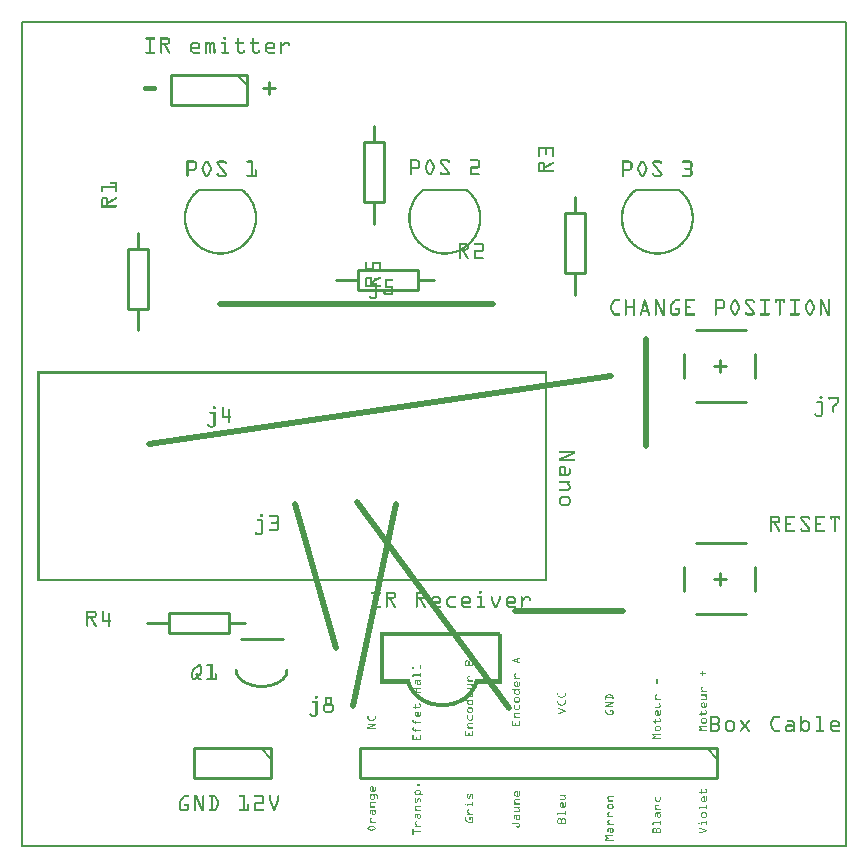
<source format=gto>
G04 MADE WITH FRITZING*
G04 WWW.FRITZING.ORG*
G04 SINGLE SIDED*
G04 HOLES NOT PLATED*
G04 CONTOUR ON CENTER OF CONTOUR VECTOR*
%ASAXBY*%
%FSLAX23Y23*%
%MOIN*%
%OFA0B0*%
%SFA1.0B1.0*%
%ADD10R,2.755910X2.755910X2.739910X2.739910*%
%ADD11C,0.008000*%
%ADD12C,0.010000*%
%ADD13C,0.005000*%
%ADD14C,0.021000*%
%ADD15C,0.007874*%
%ADD16R,0.001000X0.001000*%
%LNSILK1*%
G90*
G70*
G54D11*
X4Y2752D02*
X2752Y2752D01*
X2752Y4D01*
X4Y4D01*
X4Y2752D01*
D02*
G54D12*
X2322Y331D02*
X1130Y331D01*
D02*
X1130Y331D02*
X1130Y231D01*
D02*
X1130Y231D02*
X2322Y231D01*
D02*
X2322Y231D02*
X2322Y331D01*
G54D13*
D02*
X2287Y331D02*
X2322Y296D01*
G54D12*
D02*
X835Y331D02*
X579Y331D01*
D02*
X579Y331D02*
X579Y231D01*
D02*
X579Y231D02*
X835Y231D01*
D02*
X835Y231D02*
X835Y331D01*
G54D13*
D02*
X800Y331D02*
X835Y296D01*
G54D12*
D02*
X2448Y1644D02*
X2448Y1565D01*
D02*
X2251Y1723D02*
X2419Y1723D01*
D02*
X2251Y1486D02*
X2419Y1486D01*
D02*
X2212Y1644D02*
X2212Y1565D01*
D02*
X2330Y1624D02*
X2330Y1585D01*
D02*
X2350Y1605D02*
X2310Y1605D01*
D02*
X391Y1724D02*
X391Y1796D01*
D02*
X391Y1996D02*
X391Y2049D01*
D02*
X358Y1796D02*
X358Y1996D01*
D02*
X358Y1996D02*
X424Y1996D01*
D02*
X424Y1996D02*
X424Y1796D01*
D02*
X424Y1796D02*
X358Y1796D01*
D02*
X1052Y1890D02*
X1124Y1890D01*
D02*
X1324Y1890D02*
X1377Y1890D01*
D02*
X1124Y1923D02*
X1324Y1923D01*
D02*
X1324Y1923D02*
X1324Y1857D01*
D02*
X1324Y1857D02*
X1124Y1857D01*
D02*
X1124Y1857D02*
X1124Y1923D01*
D02*
X1848Y1842D02*
X1848Y1914D01*
D02*
X1848Y2114D02*
X1848Y2167D01*
D02*
X1815Y1914D02*
X1815Y2114D01*
D02*
X1815Y2114D02*
X1881Y2114D01*
D02*
X1881Y2114D02*
X1881Y1914D01*
D02*
X1881Y1914D02*
X1815Y1914D01*
D02*
X736Y694D02*
X876Y694D01*
D02*
X422Y748D02*
X494Y748D01*
D02*
X694Y748D02*
X747Y748D01*
D02*
X494Y781D02*
X694Y781D01*
D02*
X694Y781D02*
X694Y715D01*
D02*
X694Y715D02*
X494Y715D01*
D02*
X494Y715D02*
X494Y781D01*
D02*
X1179Y2079D02*
X1179Y2151D01*
D02*
X1179Y2351D02*
X1179Y2404D01*
D02*
X1146Y2151D02*
X1146Y2351D01*
D02*
X1146Y2351D02*
X1212Y2351D01*
D02*
X1212Y2351D02*
X1212Y2151D01*
D02*
X1212Y2151D02*
X1146Y2151D01*
D02*
X756Y2575D02*
X500Y2575D01*
D02*
X500Y2575D02*
X500Y2475D01*
D02*
X500Y2475D02*
X756Y2475D01*
D02*
X756Y2475D02*
X756Y2575D01*
G54D13*
D02*
X721Y2575D02*
X756Y2540D01*
G54D14*
D02*
X1629Y463D02*
X1122Y1151D01*
D02*
X2007Y788D02*
X1649Y788D01*
D02*
X1050Y666D02*
X913Y1145D01*
D02*
X428Y1344D02*
X1968Y1570D01*
D02*
X665Y1811D02*
X1574Y1811D01*
D02*
X2084Y1695D02*
X2084Y1337D01*
G54D12*
D02*
X2448Y935D02*
X2448Y856D01*
D02*
X2251Y1014D02*
X2419Y1014D01*
D02*
X2251Y778D02*
X2419Y778D01*
D02*
X2212Y935D02*
X2212Y856D01*
D02*
X2330Y916D02*
X2330Y876D01*
D02*
X2350Y896D02*
X2310Y896D01*
G54D14*
D02*
X1250Y1145D02*
X1108Y470D01*
G54D15*
X737Y2192D02*
X595Y2192D01*
D02*
X1485Y2192D02*
X1343Y2192D01*
D02*
X2194Y2192D02*
X2052Y2192D01*
D02*
G54D16*
X677Y2702D02*
X683Y2702D01*
X676Y2701D02*
X684Y2701D01*
X675Y2700D02*
X684Y2700D01*
X417Y2699D02*
X447Y2699D01*
X465Y2699D02*
X491Y2699D01*
X675Y2699D02*
X685Y2699D01*
X416Y2698D02*
X448Y2698D01*
X465Y2698D02*
X493Y2698D01*
X675Y2698D02*
X685Y2698D01*
X415Y2697D02*
X448Y2697D01*
X465Y2697D02*
X495Y2697D01*
X675Y2697D02*
X685Y2697D01*
X415Y2696D02*
X448Y2696D01*
X465Y2696D02*
X496Y2696D01*
X675Y2696D02*
X685Y2696D01*
X723Y2696D02*
X726Y2696D01*
X773Y2696D02*
X776Y2696D01*
X415Y2695D02*
X448Y2695D01*
X465Y2695D02*
X497Y2695D01*
X675Y2695D02*
X684Y2695D01*
X722Y2695D02*
X727Y2695D01*
X772Y2695D02*
X777Y2695D01*
X416Y2694D02*
X448Y2694D01*
X465Y2694D02*
X497Y2694D01*
X676Y2694D02*
X684Y2694D01*
X722Y2694D02*
X728Y2694D01*
X772Y2694D02*
X778Y2694D01*
X417Y2693D02*
X447Y2693D01*
X465Y2693D02*
X498Y2693D01*
X677Y2693D02*
X683Y2693D01*
X722Y2693D02*
X728Y2693D01*
X772Y2693D02*
X778Y2693D01*
X429Y2692D02*
X435Y2692D01*
X465Y2692D02*
X471Y2692D01*
X491Y2692D02*
X498Y2692D01*
X722Y2692D02*
X728Y2692D01*
X772Y2692D02*
X778Y2692D01*
X429Y2691D02*
X435Y2691D01*
X465Y2691D02*
X471Y2691D01*
X492Y2691D02*
X498Y2691D01*
X722Y2691D02*
X728Y2691D01*
X772Y2691D02*
X778Y2691D01*
X429Y2690D02*
X435Y2690D01*
X465Y2690D02*
X471Y2690D01*
X492Y2690D02*
X498Y2690D01*
X722Y2690D02*
X728Y2690D01*
X772Y2690D02*
X778Y2690D01*
X429Y2689D02*
X435Y2689D01*
X465Y2689D02*
X471Y2689D01*
X492Y2689D02*
X498Y2689D01*
X722Y2689D02*
X728Y2689D01*
X772Y2689D02*
X778Y2689D01*
X429Y2688D02*
X435Y2688D01*
X465Y2688D02*
X471Y2688D01*
X492Y2688D02*
X498Y2688D01*
X722Y2688D02*
X728Y2688D01*
X772Y2688D02*
X778Y2688D01*
X429Y2687D02*
X435Y2687D01*
X465Y2687D02*
X471Y2687D01*
X492Y2687D02*
X498Y2687D01*
X722Y2687D02*
X728Y2687D01*
X772Y2687D02*
X778Y2687D01*
X429Y2686D02*
X435Y2686D01*
X465Y2686D02*
X471Y2686D01*
X492Y2686D02*
X498Y2686D01*
X722Y2686D02*
X728Y2686D01*
X772Y2686D02*
X778Y2686D01*
X429Y2685D02*
X435Y2685D01*
X465Y2685D02*
X471Y2685D01*
X492Y2685D02*
X498Y2685D01*
X721Y2685D02*
X728Y2685D01*
X771Y2685D02*
X778Y2685D01*
X429Y2684D02*
X435Y2684D01*
X465Y2684D02*
X471Y2684D01*
X492Y2684D02*
X498Y2684D01*
X574Y2684D02*
X590Y2684D01*
X616Y2684D02*
X619Y2684D01*
X623Y2684D02*
X630Y2684D01*
X637Y2684D02*
X643Y2684D01*
X670Y2684D02*
X683Y2684D01*
X716Y2684D02*
X744Y2684D01*
X766Y2684D02*
X794Y2684D01*
X824Y2684D02*
X840Y2684D01*
X866Y2684D02*
X869Y2684D01*
X880Y2684D02*
X892Y2684D01*
X429Y2683D02*
X435Y2683D01*
X465Y2683D02*
X471Y2683D01*
X491Y2683D02*
X498Y2683D01*
X572Y2683D02*
X591Y2683D01*
X615Y2683D02*
X620Y2683D01*
X622Y2683D02*
X631Y2683D01*
X636Y2683D02*
X645Y2683D01*
X669Y2683D02*
X684Y2683D01*
X715Y2683D02*
X744Y2683D01*
X765Y2683D02*
X794Y2683D01*
X822Y2683D02*
X841Y2683D01*
X865Y2683D02*
X870Y2683D01*
X878Y2683D02*
X894Y2683D01*
X429Y2682D02*
X435Y2682D01*
X465Y2682D02*
X471Y2682D01*
X489Y2682D02*
X498Y2682D01*
X571Y2682D02*
X593Y2682D01*
X614Y2682D02*
X632Y2682D01*
X634Y2682D02*
X646Y2682D01*
X668Y2682D02*
X684Y2682D01*
X715Y2682D02*
X745Y2682D01*
X765Y2682D02*
X795Y2682D01*
X821Y2682D02*
X843Y2682D01*
X865Y2682D02*
X871Y2682D01*
X877Y2682D02*
X895Y2682D01*
X429Y2681D02*
X435Y2681D01*
X465Y2681D02*
X497Y2681D01*
X569Y2681D02*
X594Y2681D01*
X614Y2681D02*
X646Y2681D01*
X668Y2681D02*
X685Y2681D01*
X715Y2681D02*
X745Y2681D01*
X765Y2681D02*
X795Y2681D01*
X819Y2681D02*
X844Y2681D01*
X865Y2681D02*
X871Y2681D01*
X876Y2681D02*
X896Y2681D01*
X429Y2680D02*
X435Y2680D01*
X465Y2680D02*
X497Y2680D01*
X568Y2680D02*
X595Y2680D01*
X614Y2680D02*
X647Y2680D01*
X669Y2680D02*
X685Y2680D01*
X715Y2680D02*
X745Y2680D01*
X765Y2680D02*
X795Y2680D01*
X818Y2680D02*
X845Y2680D01*
X865Y2680D02*
X871Y2680D01*
X875Y2680D02*
X897Y2680D01*
X429Y2679D02*
X435Y2679D01*
X465Y2679D02*
X496Y2679D01*
X567Y2679D02*
X596Y2679D01*
X614Y2679D02*
X647Y2679D01*
X669Y2679D02*
X685Y2679D01*
X716Y2679D02*
X744Y2679D01*
X766Y2679D02*
X794Y2679D01*
X817Y2679D02*
X846Y2679D01*
X865Y2679D02*
X871Y2679D01*
X874Y2679D02*
X897Y2679D01*
X429Y2678D02*
X435Y2678D01*
X465Y2678D02*
X495Y2678D01*
X567Y2678D02*
X597Y2678D01*
X614Y2678D02*
X648Y2678D01*
X671Y2678D02*
X685Y2678D01*
X718Y2678D02*
X742Y2678D01*
X768Y2678D02*
X792Y2678D01*
X817Y2678D02*
X847Y2678D01*
X865Y2678D02*
X871Y2678D01*
X873Y2678D02*
X898Y2678D01*
X429Y2677D02*
X435Y2677D01*
X465Y2677D02*
X494Y2677D01*
X566Y2677D02*
X574Y2677D01*
X589Y2677D02*
X597Y2677D01*
X614Y2677D02*
X625Y2677D01*
X628Y2677D02*
X638Y2677D01*
X642Y2677D02*
X648Y2677D01*
X679Y2677D02*
X685Y2677D01*
X722Y2677D02*
X728Y2677D01*
X772Y2677D02*
X778Y2677D01*
X816Y2677D02*
X824Y2677D01*
X839Y2677D02*
X847Y2677D01*
X865Y2677D02*
X881Y2677D01*
X891Y2677D02*
X898Y2677D01*
X429Y2676D02*
X435Y2676D01*
X465Y2676D02*
X492Y2676D01*
X566Y2676D02*
X573Y2676D01*
X590Y2676D02*
X598Y2676D01*
X614Y2676D02*
X623Y2676D01*
X629Y2676D02*
X637Y2676D01*
X642Y2676D02*
X648Y2676D01*
X679Y2676D02*
X685Y2676D01*
X722Y2676D02*
X728Y2676D01*
X772Y2676D02*
X778Y2676D01*
X816Y2676D02*
X823Y2676D01*
X840Y2676D02*
X848Y2676D01*
X865Y2676D02*
X880Y2676D01*
X892Y2676D02*
X898Y2676D01*
X429Y2675D02*
X435Y2675D01*
X465Y2675D02*
X489Y2675D01*
X565Y2675D02*
X572Y2675D01*
X591Y2675D02*
X598Y2675D01*
X614Y2675D02*
X622Y2675D01*
X629Y2675D02*
X636Y2675D01*
X642Y2675D02*
X648Y2675D01*
X679Y2675D02*
X685Y2675D01*
X722Y2675D02*
X728Y2675D01*
X772Y2675D02*
X778Y2675D01*
X815Y2675D02*
X822Y2675D01*
X841Y2675D02*
X848Y2675D01*
X865Y2675D02*
X879Y2675D01*
X892Y2675D02*
X898Y2675D01*
X429Y2674D02*
X435Y2674D01*
X465Y2674D02*
X471Y2674D01*
X477Y2674D02*
X484Y2674D01*
X565Y2674D02*
X571Y2674D01*
X592Y2674D02*
X598Y2674D01*
X614Y2674D02*
X621Y2674D01*
X629Y2674D02*
X635Y2674D01*
X642Y2674D02*
X648Y2674D01*
X679Y2674D02*
X685Y2674D01*
X722Y2674D02*
X728Y2674D01*
X772Y2674D02*
X778Y2674D01*
X815Y2674D02*
X821Y2674D01*
X842Y2674D02*
X848Y2674D01*
X865Y2674D02*
X878Y2674D01*
X892Y2674D02*
X898Y2674D01*
X429Y2673D02*
X435Y2673D01*
X465Y2673D02*
X471Y2673D01*
X478Y2673D02*
X485Y2673D01*
X565Y2673D02*
X571Y2673D01*
X592Y2673D02*
X598Y2673D01*
X614Y2673D02*
X620Y2673D01*
X629Y2673D02*
X635Y2673D01*
X642Y2673D02*
X648Y2673D01*
X679Y2673D02*
X685Y2673D01*
X722Y2673D02*
X728Y2673D01*
X772Y2673D02*
X778Y2673D01*
X815Y2673D02*
X821Y2673D01*
X842Y2673D02*
X848Y2673D01*
X865Y2673D02*
X877Y2673D01*
X892Y2673D02*
X898Y2673D01*
X429Y2672D02*
X435Y2672D01*
X465Y2672D02*
X471Y2672D01*
X478Y2672D02*
X486Y2672D01*
X565Y2672D02*
X571Y2672D01*
X592Y2672D02*
X598Y2672D01*
X614Y2672D02*
X620Y2672D01*
X629Y2672D02*
X635Y2672D01*
X642Y2672D02*
X648Y2672D01*
X679Y2672D02*
X685Y2672D01*
X722Y2672D02*
X728Y2672D01*
X772Y2672D02*
X778Y2672D01*
X815Y2672D02*
X821Y2672D01*
X842Y2672D02*
X848Y2672D01*
X865Y2672D02*
X875Y2672D01*
X892Y2672D02*
X898Y2672D01*
X429Y2671D02*
X435Y2671D01*
X465Y2671D02*
X471Y2671D01*
X479Y2671D02*
X486Y2671D01*
X565Y2671D02*
X571Y2671D01*
X592Y2671D02*
X598Y2671D01*
X614Y2671D02*
X620Y2671D01*
X629Y2671D02*
X635Y2671D01*
X642Y2671D02*
X648Y2671D01*
X679Y2671D02*
X685Y2671D01*
X722Y2671D02*
X728Y2671D01*
X772Y2671D02*
X778Y2671D01*
X815Y2671D02*
X821Y2671D01*
X842Y2671D02*
X848Y2671D01*
X865Y2671D02*
X874Y2671D01*
X893Y2671D02*
X898Y2671D01*
X429Y2670D02*
X435Y2670D01*
X465Y2670D02*
X471Y2670D01*
X480Y2670D02*
X487Y2670D01*
X565Y2670D02*
X571Y2670D01*
X592Y2670D02*
X598Y2670D01*
X614Y2670D02*
X620Y2670D01*
X629Y2670D02*
X635Y2670D01*
X642Y2670D02*
X648Y2670D01*
X679Y2670D02*
X685Y2670D01*
X722Y2670D02*
X728Y2670D01*
X772Y2670D02*
X778Y2670D01*
X815Y2670D02*
X821Y2670D01*
X842Y2670D02*
X848Y2670D01*
X865Y2670D02*
X873Y2670D01*
X893Y2670D02*
X897Y2670D01*
X429Y2669D02*
X435Y2669D01*
X465Y2669D02*
X471Y2669D01*
X480Y2669D02*
X487Y2669D01*
X565Y2669D02*
X571Y2669D01*
X592Y2669D02*
X598Y2669D01*
X614Y2669D02*
X620Y2669D01*
X629Y2669D02*
X635Y2669D01*
X642Y2669D02*
X648Y2669D01*
X679Y2669D02*
X685Y2669D01*
X722Y2669D02*
X728Y2669D01*
X772Y2669D02*
X778Y2669D01*
X815Y2669D02*
X821Y2669D01*
X842Y2669D02*
X848Y2669D01*
X865Y2669D02*
X872Y2669D01*
X429Y2668D02*
X435Y2668D01*
X465Y2668D02*
X471Y2668D01*
X481Y2668D02*
X488Y2668D01*
X565Y2668D02*
X571Y2668D01*
X592Y2668D02*
X598Y2668D01*
X614Y2668D02*
X620Y2668D01*
X629Y2668D02*
X635Y2668D01*
X642Y2668D02*
X648Y2668D01*
X679Y2668D02*
X685Y2668D01*
X722Y2668D02*
X728Y2668D01*
X772Y2668D02*
X778Y2668D01*
X815Y2668D02*
X821Y2668D01*
X842Y2668D02*
X848Y2668D01*
X865Y2668D02*
X871Y2668D01*
X429Y2667D02*
X435Y2667D01*
X465Y2667D02*
X471Y2667D01*
X481Y2667D02*
X488Y2667D01*
X565Y2667D02*
X598Y2667D01*
X614Y2667D02*
X620Y2667D01*
X629Y2667D02*
X635Y2667D01*
X642Y2667D02*
X648Y2667D01*
X679Y2667D02*
X685Y2667D01*
X722Y2667D02*
X728Y2667D01*
X772Y2667D02*
X778Y2667D01*
X815Y2667D02*
X848Y2667D01*
X865Y2667D02*
X871Y2667D01*
X429Y2666D02*
X435Y2666D01*
X465Y2666D02*
X471Y2666D01*
X482Y2666D02*
X489Y2666D01*
X565Y2666D02*
X598Y2666D01*
X614Y2666D02*
X620Y2666D01*
X629Y2666D02*
X635Y2666D01*
X642Y2666D02*
X648Y2666D01*
X679Y2666D02*
X685Y2666D01*
X722Y2666D02*
X728Y2666D01*
X772Y2666D02*
X778Y2666D01*
X815Y2666D02*
X848Y2666D01*
X865Y2666D02*
X871Y2666D01*
X429Y2665D02*
X435Y2665D01*
X465Y2665D02*
X471Y2665D01*
X482Y2665D02*
X490Y2665D01*
X565Y2665D02*
X598Y2665D01*
X614Y2665D02*
X620Y2665D01*
X629Y2665D02*
X635Y2665D01*
X642Y2665D02*
X648Y2665D01*
X679Y2665D02*
X685Y2665D01*
X722Y2665D02*
X728Y2665D01*
X772Y2665D02*
X778Y2665D01*
X815Y2665D02*
X848Y2665D01*
X865Y2665D02*
X871Y2665D01*
X429Y2664D02*
X435Y2664D01*
X465Y2664D02*
X471Y2664D01*
X483Y2664D02*
X490Y2664D01*
X565Y2664D02*
X598Y2664D01*
X614Y2664D02*
X620Y2664D01*
X629Y2664D02*
X635Y2664D01*
X642Y2664D02*
X648Y2664D01*
X679Y2664D02*
X685Y2664D01*
X722Y2664D02*
X728Y2664D01*
X772Y2664D02*
X778Y2664D01*
X815Y2664D02*
X848Y2664D01*
X865Y2664D02*
X871Y2664D01*
X429Y2663D02*
X435Y2663D01*
X465Y2663D02*
X471Y2663D01*
X484Y2663D02*
X491Y2663D01*
X565Y2663D02*
X598Y2663D01*
X614Y2663D02*
X620Y2663D01*
X629Y2663D02*
X635Y2663D01*
X642Y2663D02*
X648Y2663D01*
X679Y2663D02*
X685Y2663D01*
X722Y2663D02*
X728Y2663D01*
X772Y2663D02*
X778Y2663D01*
X815Y2663D02*
X848Y2663D01*
X865Y2663D02*
X871Y2663D01*
X429Y2662D02*
X435Y2662D01*
X465Y2662D02*
X471Y2662D01*
X484Y2662D02*
X491Y2662D01*
X565Y2662D02*
X598Y2662D01*
X614Y2662D02*
X620Y2662D01*
X629Y2662D02*
X635Y2662D01*
X642Y2662D02*
X648Y2662D01*
X679Y2662D02*
X685Y2662D01*
X722Y2662D02*
X728Y2662D01*
X772Y2662D02*
X778Y2662D01*
X815Y2662D02*
X848Y2662D01*
X865Y2662D02*
X871Y2662D01*
X429Y2661D02*
X435Y2661D01*
X465Y2661D02*
X471Y2661D01*
X485Y2661D02*
X492Y2661D01*
X565Y2661D02*
X597Y2661D01*
X614Y2661D02*
X620Y2661D01*
X629Y2661D02*
X635Y2661D01*
X642Y2661D02*
X648Y2661D01*
X679Y2661D02*
X685Y2661D01*
X722Y2661D02*
X728Y2661D01*
X772Y2661D02*
X778Y2661D01*
X815Y2661D02*
X847Y2661D01*
X865Y2661D02*
X871Y2661D01*
X429Y2660D02*
X435Y2660D01*
X465Y2660D02*
X471Y2660D01*
X485Y2660D02*
X493Y2660D01*
X565Y2660D02*
X571Y2660D01*
X614Y2660D02*
X620Y2660D01*
X629Y2660D02*
X635Y2660D01*
X642Y2660D02*
X648Y2660D01*
X679Y2660D02*
X685Y2660D01*
X722Y2660D02*
X728Y2660D01*
X772Y2660D02*
X778Y2660D01*
X815Y2660D02*
X821Y2660D01*
X865Y2660D02*
X871Y2660D01*
X429Y2659D02*
X435Y2659D01*
X465Y2659D02*
X471Y2659D01*
X486Y2659D02*
X493Y2659D01*
X565Y2659D02*
X571Y2659D01*
X614Y2659D02*
X620Y2659D01*
X629Y2659D02*
X635Y2659D01*
X643Y2659D02*
X649Y2659D01*
X679Y2659D02*
X685Y2659D01*
X722Y2659D02*
X728Y2659D01*
X772Y2659D02*
X778Y2659D01*
X815Y2659D02*
X821Y2659D01*
X865Y2659D02*
X871Y2659D01*
X429Y2658D02*
X435Y2658D01*
X465Y2658D02*
X471Y2658D01*
X487Y2658D02*
X494Y2658D01*
X565Y2658D02*
X571Y2658D01*
X614Y2658D02*
X620Y2658D01*
X629Y2658D02*
X635Y2658D01*
X643Y2658D02*
X649Y2658D01*
X679Y2658D02*
X685Y2658D01*
X722Y2658D02*
X728Y2658D01*
X744Y2658D02*
X746Y2658D01*
X772Y2658D02*
X778Y2658D01*
X794Y2658D02*
X796Y2658D01*
X815Y2658D02*
X821Y2658D01*
X865Y2658D02*
X871Y2658D01*
X429Y2657D02*
X435Y2657D01*
X465Y2657D02*
X471Y2657D01*
X487Y2657D02*
X494Y2657D01*
X565Y2657D02*
X571Y2657D01*
X614Y2657D02*
X620Y2657D01*
X629Y2657D02*
X635Y2657D01*
X643Y2657D02*
X649Y2657D01*
X679Y2657D02*
X685Y2657D01*
X722Y2657D02*
X728Y2657D01*
X743Y2657D02*
X748Y2657D01*
X772Y2657D02*
X778Y2657D01*
X793Y2657D02*
X798Y2657D01*
X815Y2657D02*
X821Y2657D01*
X865Y2657D02*
X871Y2657D01*
X429Y2656D02*
X435Y2656D01*
X465Y2656D02*
X471Y2656D01*
X488Y2656D02*
X495Y2656D01*
X565Y2656D02*
X572Y2656D01*
X614Y2656D02*
X620Y2656D01*
X629Y2656D02*
X635Y2656D01*
X643Y2656D02*
X649Y2656D01*
X679Y2656D02*
X685Y2656D01*
X722Y2656D02*
X728Y2656D01*
X743Y2656D02*
X748Y2656D01*
X772Y2656D02*
X778Y2656D01*
X793Y2656D02*
X798Y2656D01*
X815Y2656D02*
X822Y2656D01*
X865Y2656D02*
X871Y2656D01*
X429Y2655D02*
X435Y2655D01*
X465Y2655D02*
X471Y2655D01*
X488Y2655D02*
X495Y2655D01*
X565Y2655D02*
X572Y2655D01*
X614Y2655D02*
X620Y2655D01*
X629Y2655D02*
X635Y2655D01*
X643Y2655D02*
X649Y2655D01*
X679Y2655D02*
X685Y2655D01*
X722Y2655D02*
X728Y2655D01*
X742Y2655D02*
X748Y2655D01*
X772Y2655D02*
X778Y2655D01*
X792Y2655D02*
X798Y2655D01*
X815Y2655D02*
X822Y2655D01*
X865Y2655D02*
X871Y2655D01*
X429Y2654D02*
X435Y2654D01*
X465Y2654D02*
X471Y2654D01*
X489Y2654D02*
X496Y2654D01*
X566Y2654D02*
X574Y2654D01*
X614Y2654D02*
X620Y2654D01*
X629Y2654D02*
X635Y2654D01*
X643Y2654D02*
X649Y2654D01*
X679Y2654D02*
X685Y2654D01*
X722Y2654D02*
X728Y2654D01*
X742Y2654D02*
X748Y2654D01*
X772Y2654D02*
X778Y2654D01*
X792Y2654D02*
X798Y2654D01*
X816Y2654D02*
X824Y2654D01*
X865Y2654D02*
X871Y2654D01*
X429Y2653D02*
X435Y2653D01*
X465Y2653D02*
X471Y2653D01*
X489Y2653D02*
X497Y2653D01*
X566Y2653D02*
X575Y2653D01*
X614Y2653D02*
X620Y2653D01*
X629Y2653D02*
X635Y2653D01*
X643Y2653D02*
X649Y2653D01*
X679Y2653D02*
X685Y2653D01*
X722Y2653D02*
X729Y2653D01*
X741Y2653D02*
X748Y2653D01*
X772Y2653D02*
X779Y2653D01*
X791Y2653D02*
X798Y2653D01*
X816Y2653D02*
X825Y2653D01*
X865Y2653D02*
X871Y2653D01*
X417Y2652D02*
X447Y2652D01*
X465Y2652D02*
X471Y2652D01*
X490Y2652D02*
X497Y2652D01*
X567Y2652D02*
X597Y2652D01*
X614Y2652D02*
X620Y2652D01*
X629Y2652D02*
X635Y2652D01*
X643Y2652D02*
X649Y2652D01*
X670Y2652D02*
X693Y2652D01*
X722Y2652D02*
X748Y2652D01*
X772Y2652D02*
X798Y2652D01*
X817Y2652D02*
X846Y2652D01*
X865Y2652D02*
X871Y2652D01*
X416Y2651D02*
X448Y2651D01*
X465Y2651D02*
X471Y2651D01*
X491Y2651D02*
X498Y2651D01*
X568Y2651D02*
X598Y2651D01*
X614Y2651D02*
X620Y2651D01*
X629Y2651D02*
X635Y2651D01*
X643Y2651D02*
X649Y2651D01*
X669Y2651D02*
X694Y2651D01*
X723Y2651D02*
X747Y2651D01*
X773Y2651D02*
X797Y2651D01*
X818Y2651D02*
X848Y2651D01*
X865Y2651D02*
X871Y2651D01*
X415Y2650D02*
X448Y2650D01*
X465Y2650D02*
X471Y2650D01*
X491Y2650D02*
X498Y2650D01*
X569Y2650D02*
X598Y2650D01*
X614Y2650D02*
X620Y2650D01*
X629Y2650D02*
X635Y2650D01*
X643Y2650D02*
X649Y2650D01*
X668Y2650D02*
X695Y2650D01*
X724Y2650D02*
X746Y2650D01*
X774Y2650D02*
X796Y2650D01*
X819Y2650D02*
X848Y2650D01*
X865Y2650D02*
X871Y2650D01*
X415Y2649D02*
X448Y2649D01*
X465Y2649D02*
X471Y2649D01*
X492Y2649D02*
X498Y2649D01*
X570Y2649D02*
X598Y2649D01*
X614Y2649D02*
X620Y2649D01*
X629Y2649D02*
X635Y2649D01*
X643Y2649D02*
X649Y2649D01*
X668Y2649D02*
X695Y2649D01*
X724Y2649D02*
X746Y2649D01*
X774Y2649D02*
X796Y2649D01*
X820Y2649D02*
X848Y2649D01*
X865Y2649D02*
X871Y2649D01*
X415Y2648D02*
X448Y2648D01*
X465Y2648D02*
X471Y2648D01*
X492Y2648D02*
X498Y2648D01*
X571Y2648D02*
X598Y2648D01*
X614Y2648D02*
X620Y2648D01*
X629Y2648D02*
X634Y2648D01*
X643Y2648D02*
X649Y2648D01*
X668Y2648D02*
X695Y2648D01*
X725Y2648D02*
X745Y2648D01*
X775Y2648D02*
X795Y2648D01*
X821Y2648D02*
X848Y2648D01*
X865Y2648D02*
X871Y2648D01*
X416Y2647D02*
X448Y2647D01*
X466Y2647D02*
X470Y2647D01*
X493Y2647D02*
X498Y2647D01*
X572Y2647D02*
X598Y2647D01*
X615Y2647D02*
X620Y2647D01*
X629Y2647D02*
X634Y2647D01*
X644Y2647D02*
X648Y2647D01*
X669Y2647D02*
X694Y2647D01*
X727Y2647D02*
X743Y2647D01*
X777Y2647D02*
X793Y2647D01*
X822Y2647D02*
X848Y2647D01*
X865Y2647D02*
X870Y2647D01*
X417Y2646D02*
X447Y2646D01*
X467Y2646D02*
X469Y2646D01*
X494Y2646D02*
X497Y2646D01*
X574Y2646D02*
X597Y2646D01*
X616Y2646D02*
X619Y2646D01*
X630Y2646D02*
X633Y2646D01*
X645Y2646D02*
X647Y2646D01*
X670Y2646D02*
X693Y2646D01*
X729Y2646D02*
X741Y2646D01*
X779Y2646D02*
X791Y2646D01*
X824Y2646D02*
X847Y2646D01*
X866Y2646D02*
X869Y2646D01*
X828Y2553D02*
X832Y2553D01*
X826Y2552D02*
X833Y2552D01*
X826Y2551D02*
X834Y2551D01*
X826Y2550D02*
X834Y2550D01*
X825Y2549D02*
X834Y2549D01*
X825Y2548D02*
X834Y2548D01*
X825Y2547D02*
X834Y2547D01*
X825Y2546D02*
X834Y2546D01*
X825Y2545D02*
X834Y2545D01*
X825Y2544D02*
X834Y2544D01*
X825Y2543D02*
X834Y2543D01*
X825Y2542D02*
X834Y2542D01*
X825Y2541D02*
X834Y2541D01*
X825Y2540D02*
X834Y2540D01*
X825Y2539D02*
X834Y2539D01*
X825Y2538D02*
X834Y2538D01*
X825Y2537D02*
X834Y2537D01*
X410Y2536D02*
X452Y2536D01*
X825Y2536D02*
X834Y2536D01*
X409Y2535D02*
X453Y2535D01*
X825Y2535D02*
X834Y2535D01*
X408Y2534D02*
X454Y2534D01*
X809Y2534D02*
X851Y2534D01*
X407Y2533D02*
X454Y2533D01*
X807Y2533D02*
X852Y2533D01*
X407Y2532D02*
X454Y2532D01*
X807Y2532D02*
X853Y2532D01*
X407Y2531D02*
X455Y2531D01*
X806Y2531D02*
X853Y2531D01*
X407Y2530D02*
X455Y2530D01*
X806Y2530D02*
X853Y2530D01*
X407Y2529D02*
X455Y2529D01*
X806Y2529D02*
X853Y2529D01*
X407Y2528D02*
X455Y2528D01*
X807Y2528D02*
X853Y2528D01*
X407Y2527D02*
X454Y2527D01*
X807Y2527D02*
X852Y2527D01*
X408Y2526D02*
X454Y2526D01*
X808Y2526D02*
X851Y2526D01*
X408Y2525D02*
X454Y2525D01*
X811Y2525D02*
X848Y2525D01*
X409Y2524D02*
X453Y2524D01*
X825Y2524D02*
X834Y2524D01*
X410Y2523D02*
X451Y2523D01*
X825Y2523D02*
X834Y2523D01*
X825Y2522D02*
X834Y2522D01*
X825Y2521D02*
X834Y2521D01*
X825Y2520D02*
X834Y2520D01*
X825Y2519D02*
X834Y2519D01*
X825Y2518D02*
X834Y2518D01*
X825Y2517D02*
X834Y2517D01*
X825Y2516D02*
X834Y2516D01*
X825Y2515D02*
X834Y2515D01*
X825Y2514D02*
X834Y2514D01*
X825Y2513D02*
X834Y2513D01*
X825Y2512D02*
X834Y2512D01*
X825Y2511D02*
X834Y2511D01*
X825Y2510D02*
X834Y2510D01*
X826Y2509D02*
X834Y2509D01*
X826Y2508D02*
X833Y2508D01*
X827Y2507D02*
X832Y2507D01*
X829Y2506D02*
X831Y2506D01*
X1729Y2335D02*
X1747Y2335D01*
X1755Y2335D02*
X1773Y2335D01*
X1727Y2334D02*
X1749Y2334D01*
X1753Y2334D02*
X1775Y2334D01*
X1726Y2333D02*
X1750Y2333D01*
X1752Y2333D02*
X1776Y2333D01*
X1725Y2332D02*
X1777Y2332D01*
X1725Y2331D02*
X1777Y2331D01*
X1725Y2330D02*
X1777Y2330D01*
X1724Y2329D02*
X1777Y2329D01*
X1724Y2328D02*
X1730Y2328D01*
X1746Y2328D02*
X1756Y2328D01*
X1772Y2328D02*
X1778Y2328D01*
X1724Y2327D02*
X1730Y2327D01*
X1747Y2327D02*
X1755Y2327D01*
X1772Y2327D02*
X1778Y2327D01*
X1724Y2326D02*
X1730Y2326D01*
X1748Y2326D02*
X1754Y2326D01*
X1772Y2326D02*
X1778Y2326D01*
X1724Y2325D02*
X1730Y2325D01*
X1748Y2325D02*
X1754Y2325D01*
X1772Y2325D02*
X1778Y2325D01*
X1724Y2324D02*
X1730Y2324D01*
X1748Y2324D02*
X1754Y2324D01*
X1772Y2324D02*
X1778Y2324D01*
X1724Y2323D02*
X1730Y2323D01*
X1748Y2323D02*
X1754Y2323D01*
X1772Y2323D02*
X1778Y2323D01*
X1724Y2322D02*
X1730Y2322D01*
X1748Y2322D02*
X1754Y2322D01*
X1772Y2322D02*
X1778Y2322D01*
X1724Y2321D02*
X1730Y2321D01*
X1748Y2321D02*
X1754Y2321D01*
X1772Y2321D02*
X1778Y2321D01*
X1724Y2320D02*
X1730Y2320D01*
X1748Y2320D02*
X1754Y2320D01*
X1772Y2320D02*
X1778Y2320D01*
X1724Y2319D02*
X1730Y2319D01*
X1748Y2319D02*
X1754Y2319D01*
X1772Y2319D02*
X1778Y2319D01*
X1724Y2318D02*
X1730Y2318D01*
X1748Y2318D02*
X1754Y2318D01*
X1772Y2318D02*
X1778Y2318D01*
X1724Y2317D02*
X1730Y2317D01*
X1748Y2317D02*
X1754Y2317D01*
X1772Y2317D02*
X1778Y2317D01*
X1724Y2316D02*
X1730Y2316D01*
X1748Y2316D02*
X1754Y2316D01*
X1772Y2316D02*
X1778Y2316D01*
X1724Y2315D02*
X1730Y2315D01*
X1748Y2315D02*
X1754Y2315D01*
X1772Y2315D02*
X1778Y2315D01*
X1724Y2314D02*
X1730Y2314D01*
X1748Y2314D02*
X1754Y2314D01*
X1772Y2314D02*
X1778Y2314D01*
X1724Y2313D02*
X1730Y2313D01*
X1748Y2313D02*
X1754Y2313D01*
X1772Y2313D02*
X1778Y2313D01*
X1724Y2312D02*
X1730Y2312D01*
X1748Y2312D02*
X1754Y2312D01*
X1772Y2312D02*
X1778Y2312D01*
X1724Y2311D02*
X1730Y2311D01*
X1748Y2311D02*
X1754Y2311D01*
X1772Y2311D02*
X1778Y2311D01*
X1724Y2310D02*
X1730Y2310D01*
X1748Y2310D02*
X1754Y2310D01*
X1772Y2310D02*
X1778Y2310D01*
X1724Y2309D02*
X1730Y2309D01*
X1749Y2309D02*
X1753Y2309D01*
X1772Y2309D02*
X1778Y2309D01*
X1724Y2308D02*
X1730Y2308D01*
X1751Y2308D02*
X1751Y2308D01*
X1772Y2308D02*
X1778Y2308D01*
X1724Y2307D02*
X1730Y2307D01*
X1772Y2307D02*
X1778Y2307D01*
X1724Y2306D02*
X1730Y2306D01*
X1772Y2306D02*
X1778Y2306D01*
X1724Y2305D02*
X1730Y2305D01*
X1772Y2305D02*
X1778Y2305D01*
X1724Y2304D02*
X1730Y2304D01*
X1772Y2304D02*
X1777Y2304D01*
X1725Y2303D02*
X1730Y2303D01*
X1772Y2303D02*
X1777Y2303D01*
X1726Y2302D02*
X1729Y2302D01*
X1773Y2302D02*
X1776Y2302D01*
X1297Y2293D02*
X1322Y2293D01*
X1361Y2293D02*
X1366Y2293D01*
X1402Y2293D02*
X1423Y2293D01*
X1499Y2293D02*
X1525Y2293D01*
X1297Y2292D02*
X1325Y2292D01*
X1359Y2292D02*
X1368Y2292D01*
X1400Y2292D02*
X1426Y2292D01*
X1497Y2292D02*
X1527Y2292D01*
X1297Y2291D02*
X1326Y2291D01*
X1358Y2291D02*
X1369Y2291D01*
X1399Y2291D02*
X1427Y2291D01*
X1497Y2291D02*
X1528Y2291D01*
X1297Y2290D02*
X1327Y2290D01*
X1357Y2290D02*
X1370Y2290D01*
X1398Y2290D02*
X1428Y2290D01*
X1497Y2290D02*
X1529Y2290D01*
X554Y2289D02*
X576Y2289D01*
X661Y2289D02*
X677Y2289D01*
X757Y2289D02*
X772Y2289D01*
X1297Y2289D02*
X1328Y2289D01*
X1356Y2289D02*
X1371Y2289D01*
X1397Y2289D02*
X1429Y2289D01*
X1497Y2289D02*
X1530Y2289D01*
X2006Y2289D02*
X2028Y2289D01*
X2113Y2289D02*
X2129Y2289D01*
X2209Y2289D02*
X2231Y2289D01*
X553Y2288D02*
X581Y2288D01*
X617Y2288D02*
X623Y2288D01*
X657Y2288D02*
X681Y2288D01*
X754Y2288D02*
X773Y2288D01*
X1297Y2288D02*
X1329Y2288D01*
X1356Y2288D02*
X1371Y2288D01*
X1397Y2288D02*
X1429Y2288D01*
X1497Y2288D02*
X1530Y2288D01*
X2005Y2288D02*
X2033Y2288D01*
X2068Y2288D02*
X2075Y2288D01*
X2109Y2288D02*
X2133Y2288D01*
X2206Y2288D02*
X2235Y2288D01*
X553Y2287D02*
X582Y2287D01*
X615Y2287D02*
X625Y2287D01*
X656Y2287D02*
X683Y2287D01*
X754Y2287D02*
X773Y2287D01*
X1297Y2287D02*
X1329Y2287D01*
X1355Y2287D02*
X1372Y2287D01*
X1397Y2287D02*
X1430Y2287D01*
X1498Y2287D02*
X1530Y2287D01*
X2005Y2287D02*
X2034Y2287D01*
X2067Y2287D02*
X2077Y2287D01*
X2108Y2287D02*
X2135Y2287D01*
X2205Y2287D02*
X2236Y2287D01*
X553Y2286D02*
X584Y2286D01*
X614Y2286D02*
X626Y2286D01*
X655Y2286D02*
X684Y2286D01*
X753Y2286D02*
X773Y2286D01*
X1297Y2286D02*
X1303Y2286D01*
X1322Y2286D02*
X1330Y2286D01*
X1355Y2286D02*
X1362Y2286D01*
X1365Y2286D02*
X1372Y2286D01*
X1397Y2286D02*
X1403Y2286D01*
X1423Y2286D02*
X1430Y2286D01*
X1524Y2286D02*
X1530Y2286D01*
X2005Y2286D02*
X2035Y2286D01*
X2066Y2286D02*
X2078Y2286D01*
X2107Y2286D02*
X2136Y2286D01*
X2205Y2286D02*
X2237Y2286D01*
X553Y2285D02*
X584Y2285D01*
X613Y2285D02*
X627Y2285D01*
X654Y2285D02*
X685Y2285D01*
X753Y2285D02*
X773Y2285D01*
X1297Y2285D02*
X1303Y2285D01*
X1323Y2285D02*
X1330Y2285D01*
X1354Y2285D02*
X1361Y2285D01*
X1366Y2285D02*
X1373Y2285D01*
X1397Y2285D02*
X1403Y2285D01*
X1424Y2285D02*
X1430Y2285D01*
X1524Y2285D02*
X1530Y2285D01*
X1732Y2285D02*
X1741Y2285D01*
X1773Y2285D02*
X1776Y2285D01*
X2005Y2285D02*
X2036Y2285D01*
X2065Y2285D02*
X2079Y2285D01*
X2106Y2285D02*
X2137Y2285D01*
X2205Y2285D02*
X2238Y2285D01*
X553Y2284D02*
X585Y2284D01*
X612Y2284D02*
X628Y2284D01*
X654Y2284D02*
X686Y2284D01*
X754Y2284D02*
X773Y2284D01*
X1297Y2284D02*
X1303Y2284D01*
X1324Y2284D02*
X1330Y2284D01*
X1354Y2284D02*
X1360Y2284D01*
X1366Y2284D02*
X1373Y2284D01*
X1397Y2284D02*
X1404Y2284D01*
X1424Y2284D02*
X1430Y2284D01*
X1524Y2284D02*
X1530Y2284D01*
X1729Y2284D02*
X1743Y2284D01*
X1771Y2284D02*
X1777Y2284D01*
X2005Y2284D02*
X2037Y2284D01*
X2064Y2284D02*
X2079Y2284D01*
X2106Y2284D02*
X2137Y2284D01*
X2205Y2284D02*
X2238Y2284D01*
X553Y2283D02*
X586Y2283D01*
X612Y2283D02*
X628Y2283D01*
X653Y2283D02*
X686Y2283D01*
X754Y2283D02*
X773Y2283D01*
X1297Y2283D02*
X1303Y2283D01*
X1324Y2283D02*
X1330Y2283D01*
X1353Y2283D02*
X1360Y2283D01*
X1367Y2283D02*
X1374Y2283D01*
X1397Y2283D02*
X1404Y2283D01*
X1424Y2283D02*
X1430Y2283D01*
X1524Y2283D02*
X1530Y2283D01*
X1728Y2283D02*
X1744Y2283D01*
X1770Y2283D02*
X1777Y2283D01*
X2005Y2283D02*
X2038Y2283D01*
X2064Y2283D02*
X2080Y2283D01*
X2105Y2283D02*
X2138Y2283D01*
X2206Y2283D02*
X2238Y2283D01*
X553Y2282D02*
X586Y2282D01*
X611Y2282D02*
X629Y2282D01*
X653Y2282D02*
X686Y2282D01*
X757Y2282D02*
X773Y2282D01*
X1297Y2282D02*
X1303Y2282D01*
X1324Y2282D02*
X1330Y2282D01*
X1353Y2282D02*
X1359Y2282D01*
X1367Y2282D02*
X1374Y2282D01*
X1397Y2282D02*
X1405Y2282D01*
X1425Y2282D02*
X1429Y2282D01*
X1524Y2282D02*
X1530Y2282D01*
X1727Y2282D02*
X1745Y2282D01*
X1768Y2282D02*
X1777Y2282D01*
X2005Y2282D02*
X2038Y2282D01*
X2063Y2282D02*
X2080Y2282D01*
X2105Y2282D02*
X2138Y2282D01*
X2209Y2282D02*
X2239Y2282D01*
X553Y2281D02*
X559Y2281D01*
X580Y2281D02*
X587Y2281D01*
X611Y2281D02*
X618Y2281D01*
X622Y2281D02*
X629Y2281D01*
X653Y2281D02*
X659Y2281D01*
X680Y2281D02*
X687Y2281D01*
X767Y2281D02*
X773Y2281D01*
X1297Y2281D02*
X1303Y2281D01*
X1324Y2281D02*
X1330Y2281D01*
X1352Y2281D02*
X1359Y2281D01*
X1368Y2281D02*
X1375Y2281D01*
X1398Y2281D02*
X1406Y2281D01*
X1426Y2281D02*
X1428Y2281D01*
X1524Y2281D02*
X1530Y2281D01*
X1726Y2281D02*
X1746Y2281D01*
X1766Y2281D02*
X1777Y2281D01*
X2005Y2281D02*
X2011Y2281D01*
X2031Y2281D02*
X2038Y2281D01*
X2063Y2281D02*
X2070Y2281D01*
X2074Y2281D02*
X2081Y2281D01*
X2105Y2281D02*
X2111Y2281D01*
X2132Y2281D02*
X2138Y2281D01*
X2233Y2281D02*
X2239Y2281D01*
X553Y2280D02*
X559Y2280D01*
X580Y2280D02*
X587Y2280D01*
X610Y2280D02*
X617Y2280D01*
X623Y2280D02*
X630Y2280D01*
X653Y2280D02*
X660Y2280D01*
X681Y2280D02*
X687Y2280D01*
X767Y2280D02*
X773Y2280D01*
X1297Y2280D02*
X1303Y2280D01*
X1324Y2280D02*
X1330Y2280D01*
X1352Y2280D02*
X1358Y2280D01*
X1368Y2280D02*
X1375Y2280D01*
X1399Y2280D02*
X1407Y2280D01*
X1524Y2280D02*
X1530Y2280D01*
X1726Y2280D02*
X1747Y2280D01*
X1764Y2280D02*
X1777Y2280D01*
X2005Y2280D02*
X2011Y2280D01*
X2032Y2280D02*
X2038Y2280D01*
X2062Y2280D02*
X2069Y2280D01*
X2075Y2280D02*
X2081Y2280D01*
X2105Y2280D02*
X2112Y2280D01*
X2133Y2280D02*
X2139Y2280D01*
X2233Y2280D02*
X2239Y2280D01*
X553Y2279D02*
X559Y2279D01*
X581Y2279D02*
X587Y2279D01*
X610Y2279D02*
X617Y2279D01*
X623Y2279D02*
X630Y2279D01*
X654Y2279D02*
X661Y2279D01*
X681Y2279D02*
X687Y2279D01*
X767Y2279D02*
X773Y2279D01*
X1297Y2279D02*
X1303Y2279D01*
X1324Y2279D02*
X1330Y2279D01*
X1351Y2279D02*
X1358Y2279D01*
X1369Y2279D02*
X1376Y2279D01*
X1399Y2279D02*
X1407Y2279D01*
X1524Y2279D02*
X1530Y2279D01*
X1725Y2279D02*
X1747Y2279D01*
X1763Y2279D02*
X1776Y2279D01*
X2005Y2279D02*
X2011Y2279D01*
X2033Y2279D02*
X2039Y2279D01*
X2062Y2279D02*
X2069Y2279D01*
X2075Y2279D02*
X2082Y2279D01*
X2105Y2279D02*
X2112Y2279D01*
X2133Y2279D02*
X2138Y2279D01*
X2233Y2279D02*
X2239Y2279D01*
X553Y2278D02*
X559Y2278D01*
X581Y2278D02*
X587Y2278D01*
X609Y2278D02*
X616Y2278D01*
X624Y2278D02*
X631Y2278D01*
X654Y2278D02*
X661Y2278D01*
X681Y2278D02*
X686Y2278D01*
X767Y2278D02*
X773Y2278D01*
X1297Y2278D02*
X1303Y2278D01*
X1324Y2278D02*
X1330Y2278D01*
X1351Y2278D02*
X1357Y2278D01*
X1369Y2278D02*
X1376Y2278D01*
X1400Y2278D02*
X1408Y2278D01*
X1524Y2278D02*
X1530Y2278D01*
X1725Y2278D02*
X1732Y2278D01*
X1740Y2278D02*
X1748Y2278D01*
X1761Y2278D02*
X1774Y2278D01*
X2005Y2278D02*
X2011Y2278D01*
X2033Y2278D02*
X2039Y2278D01*
X2061Y2278D02*
X2068Y2278D01*
X2076Y2278D02*
X2082Y2278D01*
X2106Y2278D02*
X2113Y2278D01*
X2133Y2278D02*
X2138Y2278D01*
X2233Y2278D02*
X2239Y2278D01*
X553Y2277D02*
X559Y2277D01*
X581Y2277D02*
X587Y2277D01*
X609Y2277D02*
X616Y2277D01*
X624Y2277D02*
X631Y2277D01*
X654Y2277D02*
X662Y2277D01*
X682Y2277D02*
X686Y2277D01*
X767Y2277D02*
X773Y2277D01*
X1297Y2277D02*
X1303Y2277D01*
X1324Y2277D02*
X1330Y2277D01*
X1350Y2277D02*
X1357Y2277D01*
X1370Y2277D02*
X1377Y2277D01*
X1401Y2277D02*
X1409Y2277D01*
X1524Y2277D02*
X1530Y2277D01*
X1725Y2277D02*
X1731Y2277D01*
X1741Y2277D02*
X1748Y2277D01*
X1759Y2277D02*
X1772Y2277D01*
X2005Y2277D02*
X2011Y2277D01*
X2033Y2277D02*
X2039Y2277D01*
X2061Y2277D02*
X2068Y2277D01*
X2076Y2277D02*
X2083Y2277D01*
X2106Y2277D02*
X2114Y2277D01*
X2134Y2277D02*
X2137Y2277D01*
X2233Y2277D02*
X2239Y2277D01*
X553Y2276D02*
X559Y2276D01*
X581Y2276D02*
X587Y2276D01*
X608Y2276D02*
X615Y2276D01*
X625Y2276D02*
X632Y2276D01*
X655Y2276D02*
X663Y2276D01*
X767Y2276D02*
X773Y2276D01*
X1297Y2276D02*
X1303Y2276D01*
X1324Y2276D02*
X1330Y2276D01*
X1350Y2276D02*
X1356Y2276D01*
X1370Y2276D02*
X1377Y2276D01*
X1402Y2276D02*
X1410Y2276D01*
X1524Y2276D02*
X1530Y2276D01*
X1724Y2276D02*
X1731Y2276D01*
X1742Y2276D02*
X1748Y2276D01*
X1758Y2276D02*
X1771Y2276D01*
X2005Y2276D02*
X2011Y2276D01*
X2033Y2276D02*
X2039Y2276D01*
X2060Y2276D02*
X2067Y2276D01*
X2077Y2276D02*
X2083Y2276D01*
X2107Y2276D02*
X2115Y2276D01*
X2233Y2276D02*
X2239Y2276D01*
X553Y2275D02*
X559Y2275D01*
X581Y2275D02*
X587Y2275D01*
X608Y2275D02*
X615Y2275D01*
X625Y2275D02*
X632Y2275D01*
X656Y2275D02*
X664Y2275D01*
X767Y2275D02*
X773Y2275D01*
X1297Y2275D02*
X1303Y2275D01*
X1324Y2275D02*
X1330Y2275D01*
X1349Y2275D02*
X1356Y2275D01*
X1371Y2275D02*
X1378Y2275D01*
X1403Y2275D02*
X1411Y2275D01*
X1524Y2275D02*
X1530Y2275D01*
X1724Y2275D02*
X1730Y2275D01*
X1742Y2275D02*
X1748Y2275D01*
X1756Y2275D02*
X1769Y2275D01*
X2005Y2275D02*
X2011Y2275D01*
X2033Y2275D02*
X2039Y2275D01*
X2060Y2275D02*
X2067Y2275D01*
X2077Y2275D02*
X2084Y2275D01*
X2108Y2275D02*
X2116Y2275D01*
X2233Y2275D02*
X2239Y2275D01*
X553Y2274D02*
X559Y2274D01*
X581Y2274D02*
X587Y2274D01*
X607Y2274D02*
X614Y2274D01*
X626Y2274D02*
X633Y2274D01*
X657Y2274D02*
X665Y2274D01*
X767Y2274D02*
X773Y2274D01*
X1297Y2274D02*
X1303Y2274D01*
X1324Y2274D02*
X1330Y2274D01*
X1349Y2274D02*
X1355Y2274D01*
X1371Y2274D02*
X1378Y2274D01*
X1403Y2274D02*
X1411Y2274D01*
X1524Y2274D02*
X1530Y2274D01*
X1724Y2274D02*
X1730Y2274D01*
X1742Y2274D02*
X1748Y2274D01*
X1754Y2274D02*
X1767Y2274D01*
X2005Y2274D02*
X2011Y2274D01*
X2033Y2274D02*
X2039Y2274D01*
X2059Y2274D02*
X2066Y2274D01*
X2078Y2274D02*
X2084Y2274D01*
X2108Y2274D02*
X2116Y2274D01*
X2233Y2274D02*
X2239Y2274D01*
X553Y2273D02*
X559Y2273D01*
X581Y2273D02*
X587Y2273D01*
X607Y2273D02*
X614Y2273D01*
X626Y2273D02*
X633Y2273D01*
X657Y2273D02*
X665Y2273D01*
X767Y2273D02*
X773Y2273D01*
X1297Y2273D02*
X1303Y2273D01*
X1324Y2273D02*
X1330Y2273D01*
X1348Y2273D02*
X1355Y2273D01*
X1372Y2273D02*
X1379Y2273D01*
X1404Y2273D02*
X1412Y2273D01*
X1524Y2273D02*
X1530Y2273D01*
X1724Y2273D02*
X1730Y2273D01*
X1742Y2273D02*
X1748Y2273D01*
X1752Y2273D02*
X1766Y2273D01*
X2005Y2273D02*
X2011Y2273D01*
X2033Y2273D02*
X2039Y2273D01*
X2059Y2273D02*
X2066Y2273D01*
X2078Y2273D02*
X2085Y2273D01*
X2109Y2273D02*
X2117Y2273D01*
X2233Y2273D02*
X2239Y2273D01*
X553Y2272D02*
X559Y2272D01*
X581Y2272D02*
X587Y2272D01*
X606Y2272D02*
X613Y2272D01*
X627Y2272D02*
X634Y2272D01*
X658Y2272D02*
X666Y2272D01*
X767Y2272D02*
X773Y2272D01*
X1297Y2272D02*
X1303Y2272D01*
X1324Y2272D02*
X1330Y2272D01*
X1348Y2272D02*
X1354Y2272D01*
X1372Y2272D02*
X1379Y2272D01*
X1405Y2272D02*
X1413Y2272D01*
X1524Y2272D02*
X1530Y2272D01*
X1724Y2272D02*
X1730Y2272D01*
X1742Y2272D02*
X1748Y2272D01*
X1751Y2272D02*
X1764Y2272D01*
X2005Y2272D02*
X2011Y2272D01*
X2033Y2272D02*
X2039Y2272D01*
X2058Y2272D02*
X2065Y2272D01*
X2079Y2272D02*
X2085Y2272D01*
X2110Y2272D02*
X2118Y2272D01*
X2233Y2272D02*
X2239Y2272D01*
X553Y2271D02*
X559Y2271D01*
X581Y2271D02*
X587Y2271D01*
X606Y2271D02*
X613Y2271D01*
X627Y2271D02*
X634Y2271D01*
X659Y2271D02*
X667Y2271D01*
X767Y2271D02*
X773Y2271D01*
X1297Y2271D02*
X1303Y2271D01*
X1324Y2271D02*
X1330Y2271D01*
X1347Y2271D02*
X1354Y2271D01*
X1373Y2271D02*
X1379Y2271D01*
X1406Y2271D02*
X1414Y2271D01*
X1524Y2271D02*
X1530Y2271D01*
X1724Y2271D02*
X1730Y2271D01*
X1742Y2271D02*
X1762Y2271D01*
X2005Y2271D02*
X2011Y2271D01*
X2033Y2271D02*
X2039Y2271D01*
X2058Y2271D02*
X2065Y2271D01*
X2079Y2271D02*
X2086Y2271D01*
X2111Y2271D02*
X2119Y2271D01*
X2233Y2271D02*
X2239Y2271D01*
X553Y2270D02*
X559Y2270D01*
X581Y2270D02*
X587Y2270D01*
X605Y2270D02*
X612Y2270D01*
X628Y2270D02*
X635Y2270D01*
X660Y2270D02*
X668Y2270D01*
X767Y2270D02*
X773Y2270D01*
X1297Y2270D02*
X1303Y2270D01*
X1324Y2270D02*
X1330Y2270D01*
X1347Y2270D02*
X1353Y2270D01*
X1373Y2270D02*
X1380Y2270D01*
X1406Y2270D02*
X1414Y2270D01*
X1524Y2270D02*
X1530Y2270D01*
X1724Y2270D02*
X1730Y2270D01*
X1742Y2270D02*
X1760Y2270D01*
X2005Y2270D02*
X2011Y2270D01*
X2033Y2270D02*
X2039Y2270D01*
X2057Y2270D02*
X2064Y2270D01*
X2080Y2270D02*
X2086Y2270D01*
X2111Y2270D02*
X2119Y2270D01*
X2233Y2270D02*
X2239Y2270D01*
X553Y2269D02*
X559Y2269D01*
X581Y2269D02*
X587Y2269D01*
X605Y2269D02*
X612Y2269D01*
X628Y2269D02*
X635Y2269D01*
X660Y2269D02*
X668Y2269D01*
X767Y2269D02*
X773Y2269D01*
X1297Y2269D02*
X1303Y2269D01*
X1324Y2269D02*
X1330Y2269D01*
X1347Y2269D02*
X1353Y2269D01*
X1374Y2269D02*
X1380Y2269D01*
X1407Y2269D02*
X1415Y2269D01*
X1500Y2269D02*
X1530Y2269D01*
X1724Y2269D02*
X1730Y2269D01*
X1742Y2269D02*
X1759Y2269D01*
X2005Y2269D02*
X2011Y2269D01*
X2033Y2269D02*
X2039Y2269D01*
X2057Y2269D02*
X2064Y2269D01*
X2080Y2269D02*
X2087Y2269D01*
X2112Y2269D02*
X2120Y2269D01*
X2233Y2269D02*
X2239Y2269D01*
X553Y2268D02*
X559Y2268D01*
X581Y2268D02*
X587Y2268D01*
X605Y2268D02*
X611Y2268D01*
X629Y2268D02*
X635Y2268D01*
X661Y2268D02*
X669Y2268D01*
X767Y2268D02*
X773Y2268D01*
X1297Y2268D02*
X1303Y2268D01*
X1323Y2268D02*
X1330Y2268D01*
X1347Y2268D02*
X1353Y2268D01*
X1374Y2268D02*
X1380Y2268D01*
X1408Y2268D02*
X1416Y2268D01*
X1499Y2268D02*
X1530Y2268D01*
X1724Y2268D02*
X1730Y2268D01*
X1742Y2268D02*
X1757Y2268D01*
X2005Y2268D02*
X2011Y2268D01*
X2033Y2268D02*
X2039Y2268D01*
X2056Y2268D02*
X2063Y2268D01*
X2081Y2268D02*
X2087Y2268D01*
X2113Y2268D02*
X2121Y2268D01*
X2232Y2268D02*
X2238Y2268D01*
X553Y2267D02*
X559Y2267D01*
X581Y2267D02*
X587Y2267D01*
X604Y2267D02*
X611Y2267D01*
X629Y2267D02*
X636Y2267D01*
X662Y2267D02*
X670Y2267D01*
X767Y2267D02*
X773Y2267D01*
X1297Y2267D02*
X1303Y2267D01*
X1321Y2267D02*
X1330Y2267D01*
X1347Y2267D02*
X1353Y2267D01*
X1374Y2267D02*
X1380Y2267D01*
X1409Y2267D02*
X1417Y2267D01*
X1498Y2267D02*
X1530Y2267D01*
X1724Y2267D02*
X1730Y2267D01*
X1742Y2267D02*
X1755Y2267D01*
X2005Y2267D02*
X2011Y2267D01*
X2033Y2267D02*
X2039Y2267D01*
X2056Y2267D02*
X2062Y2267D01*
X2081Y2267D02*
X2088Y2267D01*
X2114Y2267D02*
X2122Y2267D01*
X2232Y2267D02*
X2238Y2267D01*
X553Y2266D02*
X559Y2266D01*
X581Y2266D02*
X587Y2266D01*
X604Y2266D02*
X610Y2266D01*
X630Y2266D02*
X636Y2266D01*
X663Y2266D02*
X671Y2266D01*
X767Y2266D02*
X773Y2266D01*
X1297Y2266D02*
X1329Y2266D01*
X1347Y2266D02*
X1353Y2266D01*
X1374Y2266D02*
X1380Y2266D01*
X1410Y2266D02*
X1418Y2266D01*
X1497Y2266D02*
X1529Y2266D01*
X1724Y2266D02*
X1730Y2266D01*
X1742Y2266D02*
X1754Y2266D01*
X2005Y2266D02*
X2011Y2266D01*
X2033Y2266D02*
X2039Y2266D01*
X2056Y2266D02*
X2062Y2266D01*
X2082Y2266D02*
X2088Y2266D01*
X2115Y2266D02*
X2123Y2266D01*
X2231Y2266D02*
X2238Y2266D01*
X553Y2265D02*
X559Y2265D01*
X581Y2265D02*
X587Y2265D01*
X604Y2265D02*
X610Y2265D01*
X630Y2265D02*
X636Y2265D01*
X664Y2265D02*
X672Y2265D01*
X767Y2265D02*
X773Y2265D01*
X1297Y2265D02*
X1329Y2265D01*
X1347Y2265D02*
X1353Y2265D01*
X1374Y2265D02*
X1380Y2265D01*
X1410Y2265D02*
X1418Y2265D01*
X1497Y2265D02*
X1528Y2265D01*
X1724Y2265D02*
X1730Y2265D01*
X1742Y2265D02*
X1752Y2265D01*
X2005Y2265D02*
X2011Y2265D01*
X2032Y2265D02*
X2039Y2265D01*
X2055Y2265D02*
X2062Y2265D01*
X2082Y2265D02*
X2088Y2265D01*
X2115Y2265D02*
X2123Y2265D01*
X2214Y2265D02*
X2238Y2265D01*
X553Y2264D02*
X559Y2264D01*
X580Y2264D02*
X587Y2264D01*
X603Y2264D02*
X610Y2264D01*
X631Y2264D02*
X637Y2264D01*
X664Y2264D02*
X672Y2264D01*
X767Y2264D02*
X773Y2264D01*
X1297Y2264D02*
X1328Y2264D01*
X1347Y2264D02*
X1353Y2264D01*
X1374Y2264D02*
X1380Y2264D01*
X1411Y2264D02*
X1419Y2264D01*
X1497Y2264D02*
X1527Y2264D01*
X1724Y2264D02*
X1730Y2264D01*
X1742Y2264D02*
X1750Y2264D01*
X2005Y2264D02*
X2011Y2264D01*
X2032Y2264D02*
X2038Y2264D01*
X2055Y2264D02*
X2061Y2264D01*
X2082Y2264D02*
X2088Y2264D01*
X2116Y2264D02*
X2124Y2264D01*
X2213Y2264D02*
X2237Y2264D01*
X553Y2263D02*
X559Y2263D01*
X579Y2263D02*
X586Y2263D01*
X603Y2263D02*
X609Y2263D01*
X631Y2263D02*
X637Y2263D01*
X665Y2263D02*
X673Y2263D01*
X767Y2263D02*
X773Y2263D01*
X1297Y2263D02*
X1327Y2263D01*
X1347Y2263D02*
X1353Y2263D01*
X1373Y2263D02*
X1380Y2263D01*
X1412Y2263D02*
X1420Y2263D01*
X1497Y2263D02*
X1524Y2263D01*
X1724Y2263D02*
X1730Y2263D01*
X1742Y2263D02*
X1748Y2263D01*
X2005Y2263D02*
X2011Y2263D01*
X2031Y2263D02*
X2038Y2263D01*
X2055Y2263D02*
X2061Y2263D01*
X2082Y2263D02*
X2089Y2263D01*
X2117Y2263D02*
X2125Y2263D01*
X2212Y2263D02*
X2237Y2263D01*
X553Y2262D02*
X586Y2262D01*
X603Y2262D02*
X609Y2262D01*
X631Y2262D02*
X637Y2262D01*
X666Y2262D02*
X674Y2262D01*
X767Y2262D02*
X773Y2262D01*
X1297Y2262D02*
X1326Y2262D01*
X1347Y2262D02*
X1354Y2262D01*
X1373Y2262D02*
X1379Y2262D01*
X1413Y2262D02*
X1421Y2262D01*
X1497Y2262D02*
X1503Y2262D01*
X1724Y2262D02*
X1730Y2262D01*
X1742Y2262D02*
X1748Y2262D01*
X2005Y2262D02*
X2038Y2262D01*
X2055Y2262D02*
X2061Y2262D01*
X2083Y2262D02*
X2089Y2262D01*
X2118Y2262D02*
X2126Y2262D01*
X2212Y2262D02*
X2236Y2262D01*
X553Y2261D02*
X586Y2261D01*
X603Y2261D02*
X609Y2261D01*
X631Y2261D02*
X637Y2261D01*
X667Y2261D02*
X675Y2261D01*
X767Y2261D02*
X773Y2261D01*
X1297Y2261D02*
X1324Y2261D01*
X1348Y2261D02*
X1354Y2261D01*
X1373Y2261D02*
X1379Y2261D01*
X1413Y2261D02*
X1421Y2261D01*
X1497Y2261D02*
X1503Y2261D01*
X1724Y2261D02*
X1730Y2261D01*
X1742Y2261D02*
X1748Y2261D01*
X2005Y2261D02*
X2037Y2261D01*
X2055Y2261D02*
X2061Y2261D01*
X2082Y2261D02*
X2089Y2261D01*
X2118Y2261D02*
X2126Y2261D01*
X2212Y2261D02*
X2237Y2261D01*
X553Y2260D02*
X585Y2260D01*
X603Y2260D02*
X609Y2260D01*
X631Y2260D02*
X637Y2260D01*
X667Y2260D02*
X675Y2260D01*
X767Y2260D02*
X773Y2260D01*
X1297Y2260D02*
X1321Y2260D01*
X1348Y2260D02*
X1355Y2260D01*
X1372Y2260D02*
X1379Y2260D01*
X1414Y2260D02*
X1422Y2260D01*
X1497Y2260D02*
X1503Y2260D01*
X1724Y2260D02*
X1730Y2260D01*
X1742Y2260D02*
X1748Y2260D01*
X2005Y2260D02*
X2037Y2260D01*
X2055Y2260D02*
X2061Y2260D01*
X2082Y2260D02*
X2088Y2260D01*
X2119Y2260D02*
X2127Y2260D01*
X2213Y2260D02*
X2237Y2260D01*
X553Y2259D02*
X584Y2259D01*
X604Y2259D02*
X610Y2259D01*
X630Y2259D02*
X637Y2259D01*
X668Y2259D02*
X676Y2259D01*
X767Y2259D02*
X773Y2259D01*
X782Y2259D02*
X785Y2259D01*
X1297Y2259D02*
X1303Y2259D01*
X1348Y2259D02*
X1355Y2259D01*
X1372Y2259D02*
X1378Y2259D01*
X1415Y2259D02*
X1423Y2259D01*
X1497Y2259D02*
X1503Y2259D01*
X1724Y2259D02*
X1730Y2259D01*
X1742Y2259D02*
X1748Y2259D01*
X2005Y2259D02*
X2036Y2259D01*
X2055Y2259D02*
X2062Y2259D01*
X2082Y2259D02*
X2088Y2259D01*
X2120Y2259D02*
X2128Y2259D01*
X2214Y2259D02*
X2238Y2259D01*
X553Y2258D02*
X583Y2258D01*
X604Y2258D02*
X610Y2258D01*
X630Y2258D02*
X636Y2258D01*
X669Y2258D02*
X677Y2258D01*
X767Y2258D02*
X773Y2258D01*
X781Y2258D02*
X786Y2258D01*
X1297Y2258D02*
X1303Y2258D01*
X1349Y2258D02*
X1356Y2258D01*
X1371Y2258D02*
X1378Y2258D01*
X1416Y2258D02*
X1424Y2258D01*
X1497Y2258D02*
X1503Y2258D01*
X1724Y2258D02*
X1774Y2258D01*
X2005Y2258D02*
X2035Y2258D01*
X2056Y2258D02*
X2062Y2258D01*
X2082Y2258D02*
X2088Y2258D01*
X2121Y2258D02*
X2129Y2258D01*
X2231Y2258D02*
X2238Y2258D01*
X553Y2257D02*
X582Y2257D01*
X604Y2257D02*
X611Y2257D01*
X629Y2257D02*
X636Y2257D01*
X670Y2257D02*
X678Y2257D01*
X767Y2257D02*
X773Y2257D01*
X781Y2257D02*
X787Y2257D01*
X1297Y2257D02*
X1303Y2257D01*
X1349Y2257D02*
X1356Y2257D01*
X1371Y2257D02*
X1377Y2257D01*
X1417Y2257D02*
X1425Y2257D01*
X1497Y2257D02*
X1503Y2257D01*
X1724Y2257D02*
X1776Y2257D01*
X2005Y2257D02*
X2033Y2257D01*
X2056Y2257D02*
X2062Y2257D01*
X2081Y2257D02*
X2088Y2257D01*
X2122Y2257D02*
X2130Y2257D01*
X2232Y2257D02*
X2238Y2257D01*
X553Y2256D02*
X579Y2256D01*
X604Y2256D02*
X611Y2256D01*
X629Y2256D02*
X636Y2256D01*
X671Y2256D02*
X679Y2256D01*
X767Y2256D02*
X773Y2256D01*
X781Y2256D02*
X787Y2256D01*
X1297Y2256D02*
X1303Y2256D01*
X1350Y2256D02*
X1357Y2256D01*
X1370Y2256D02*
X1377Y2256D01*
X1417Y2256D02*
X1425Y2256D01*
X1497Y2256D02*
X1503Y2256D01*
X1724Y2256D02*
X1777Y2256D01*
X2005Y2256D02*
X2031Y2256D01*
X2056Y2256D02*
X2063Y2256D01*
X2081Y2256D02*
X2087Y2256D01*
X2122Y2256D02*
X2130Y2256D01*
X2232Y2256D02*
X2238Y2256D01*
X553Y2255D02*
X559Y2255D01*
X605Y2255D02*
X612Y2255D01*
X628Y2255D02*
X635Y2255D01*
X671Y2255D02*
X679Y2255D01*
X767Y2255D02*
X773Y2255D01*
X781Y2255D02*
X787Y2255D01*
X1297Y2255D02*
X1303Y2255D01*
X1350Y2255D02*
X1357Y2255D01*
X1370Y2255D02*
X1376Y2255D01*
X1418Y2255D02*
X1426Y2255D01*
X1497Y2255D02*
X1503Y2255D01*
X1724Y2255D02*
X1777Y2255D01*
X2005Y2255D02*
X2011Y2255D01*
X2057Y2255D02*
X2063Y2255D01*
X2080Y2255D02*
X2087Y2255D01*
X2123Y2255D02*
X2131Y2255D01*
X2233Y2255D02*
X2239Y2255D01*
X553Y2254D02*
X559Y2254D01*
X605Y2254D02*
X612Y2254D01*
X628Y2254D02*
X635Y2254D01*
X672Y2254D02*
X680Y2254D01*
X767Y2254D02*
X773Y2254D01*
X781Y2254D02*
X787Y2254D01*
X1297Y2254D02*
X1303Y2254D01*
X1351Y2254D02*
X1358Y2254D01*
X1369Y2254D02*
X1376Y2254D01*
X1419Y2254D02*
X1427Y2254D01*
X1497Y2254D02*
X1503Y2254D01*
X1724Y2254D02*
X1777Y2254D01*
X2005Y2254D02*
X2011Y2254D01*
X2057Y2254D02*
X2064Y2254D01*
X2080Y2254D02*
X2087Y2254D01*
X2124Y2254D02*
X2132Y2254D01*
X2233Y2254D02*
X2239Y2254D01*
X553Y2253D02*
X559Y2253D01*
X606Y2253D02*
X613Y2253D01*
X627Y2253D02*
X634Y2253D01*
X673Y2253D02*
X681Y2253D01*
X767Y2253D02*
X773Y2253D01*
X781Y2253D02*
X787Y2253D01*
X1297Y2253D02*
X1303Y2253D01*
X1351Y2253D02*
X1358Y2253D01*
X1369Y2253D02*
X1375Y2253D01*
X1420Y2253D02*
X1428Y2253D01*
X1497Y2253D02*
X1503Y2253D01*
X1724Y2253D02*
X1777Y2253D01*
X2005Y2253D02*
X2011Y2253D01*
X2058Y2253D02*
X2064Y2253D01*
X2079Y2253D02*
X2086Y2253D01*
X2125Y2253D02*
X2133Y2253D01*
X2233Y2253D02*
X2239Y2253D01*
X553Y2252D02*
X559Y2252D01*
X606Y2252D02*
X613Y2252D01*
X627Y2252D02*
X634Y2252D01*
X674Y2252D02*
X682Y2252D01*
X767Y2252D02*
X773Y2252D01*
X781Y2252D02*
X787Y2252D01*
X1297Y2252D02*
X1303Y2252D01*
X1352Y2252D02*
X1359Y2252D01*
X1368Y2252D02*
X1375Y2252D01*
X1399Y2252D02*
X1400Y2252D01*
X1420Y2252D02*
X1428Y2252D01*
X1497Y2252D02*
X1503Y2252D01*
X1724Y2252D02*
X1776Y2252D01*
X2005Y2252D02*
X2011Y2252D01*
X2058Y2252D02*
X2065Y2252D01*
X2079Y2252D02*
X2086Y2252D01*
X2125Y2252D02*
X2133Y2252D01*
X2233Y2252D02*
X2239Y2252D01*
X553Y2251D02*
X559Y2251D01*
X607Y2251D02*
X614Y2251D01*
X626Y2251D02*
X633Y2251D01*
X674Y2251D02*
X682Y2251D01*
X767Y2251D02*
X773Y2251D01*
X781Y2251D02*
X787Y2251D01*
X1297Y2251D02*
X1303Y2251D01*
X1352Y2251D02*
X1359Y2251D01*
X1368Y2251D02*
X1374Y2251D01*
X1398Y2251D02*
X1402Y2251D01*
X1421Y2251D02*
X1429Y2251D01*
X1497Y2251D02*
X1503Y2251D01*
X2005Y2251D02*
X2011Y2251D01*
X2059Y2251D02*
X2065Y2251D01*
X2078Y2251D02*
X2085Y2251D01*
X2126Y2251D02*
X2134Y2251D01*
X2233Y2251D02*
X2239Y2251D01*
X553Y2250D02*
X559Y2250D01*
X607Y2250D02*
X614Y2250D01*
X626Y2250D02*
X633Y2250D01*
X675Y2250D02*
X683Y2250D01*
X767Y2250D02*
X773Y2250D01*
X781Y2250D02*
X787Y2250D01*
X1297Y2250D02*
X1303Y2250D01*
X1353Y2250D02*
X1360Y2250D01*
X1367Y2250D02*
X1374Y2250D01*
X1397Y2250D02*
X1402Y2250D01*
X1422Y2250D02*
X1430Y2250D01*
X1497Y2250D02*
X1503Y2250D01*
X2005Y2250D02*
X2011Y2250D01*
X2059Y2250D02*
X2066Y2250D01*
X2078Y2250D02*
X2085Y2250D01*
X2127Y2250D02*
X2135Y2250D01*
X2233Y2250D02*
X2239Y2250D01*
X553Y2249D02*
X559Y2249D01*
X608Y2249D02*
X615Y2249D01*
X625Y2249D02*
X632Y2249D01*
X676Y2249D02*
X684Y2249D01*
X767Y2249D02*
X773Y2249D01*
X781Y2249D02*
X787Y2249D01*
X1297Y2249D02*
X1303Y2249D01*
X1353Y2249D02*
X1360Y2249D01*
X1367Y2249D02*
X1373Y2249D01*
X1397Y2249D02*
X1403Y2249D01*
X1423Y2249D02*
X1430Y2249D01*
X1497Y2249D02*
X1503Y2249D01*
X2005Y2249D02*
X2011Y2249D01*
X2060Y2249D02*
X2066Y2249D01*
X2077Y2249D02*
X2084Y2249D01*
X2128Y2249D02*
X2136Y2249D01*
X2233Y2249D02*
X2239Y2249D01*
X553Y2248D02*
X559Y2248D01*
X608Y2248D02*
X615Y2248D01*
X625Y2248D02*
X632Y2248D01*
X677Y2248D02*
X685Y2248D01*
X767Y2248D02*
X773Y2248D01*
X781Y2248D02*
X787Y2248D01*
X1297Y2248D02*
X1303Y2248D01*
X1354Y2248D02*
X1361Y2248D01*
X1366Y2248D02*
X1373Y2248D01*
X1397Y2248D02*
X1403Y2248D01*
X1424Y2248D02*
X1430Y2248D01*
X1497Y2248D02*
X1503Y2248D01*
X2005Y2248D02*
X2011Y2248D01*
X2060Y2248D02*
X2067Y2248D01*
X2077Y2248D02*
X2084Y2248D01*
X2129Y2248D02*
X2137Y2248D01*
X2233Y2248D02*
X2239Y2248D01*
X553Y2247D02*
X559Y2247D01*
X609Y2247D02*
X616Y2247D01*
X624Y2247D02*
X631Y2247D01*
X655Y2247D02*
X658Y2247D01*
X678Y2247D02*
X685Y2247D01*
X767Y2247D02*
X773Y2247D01*
X781Y2247D02*
X787Y2247D01*
X1297Y2247D02*
X1303Y2247D01*
X1354Y2247D02*
X1361Y2247D01*
X1365Y2247D02*
X1372Y2247D01*
X1397Y2247D02*
X1403Y2247D01*
X1424Y2247D02*
X1430Y2247D01*
X1497Y2247D02*
X1503Y2247D01*
X2005Y2247D02*
X2011Y2247D01*
X2061Y2247D02*
X2067Y2247D01*
X2076Y2247D02*
X2083Y2247D01*
X2106Y2247D02*
X2110Y2247D01*
X2129Y2247D02*
X2137Y2247D01*
X2233Y2247D02*
X2239Y2247D01*
X553Y2246D02*
X559Y2246D01*
X609Y2246D02*
X616Y2246D01*
X624Y2246D02*
X631Y2246D01*
X654Y2246D02*
X659Y2246D01*
X678Y2246D02*
X686Y2246D01*
X767Y2246D02*
X773Y2246D01*
X781Y2246D02*
X787Y2246D01*
X1297Y2246D02*
X1303Y2246D01*
X1355Y2246D02*
X1372Y2246D01*
X1397Y2246D02*
X1430Y2246D01*
X1497Y2246D02*
X1528Y2246D01*
X2005Y2246D02*
X2011Y2246D01*
X2061Y2246D02*
X2068Y2246D01*
X2076Y2246D02*
X2083Y2246D01*
X2106Y2246D02*
X2110Y2246D01*
X2130Y2246D02*
X2138Y2246D01*
X2233Y2246D02*
X2239Y2246D01*
X553Y2245D02*
X559Y2245D01*
X610Y2245D02*
X617Y2245D01*
X623Y2245D02*
X630Y2245D01*
X653Y2245D02*
X659Y2245D01*
X679Y2245D02*
X686Y2245D01*
X767Y2245D02*
X773Y2245D01*
X781Y2245D02*
X787Y2245D01*
X1297Y2245D02*
X1303Y2245D01*
X1355Y2245D02*
X1371Y2245D01*
X1397Y2245D02*
X1430Y2245D01*
X1497Y2245D02*
X1529Y2245D01*
X2005Y2245D02*
X2011Y2245D01*
X2062Y2245D02*
X2068Y2245D01*
X2075Y2245D02*
X2082Y2245D01*
X2105Y2245D02*
X2111Y2245D01*
X2131Y2245D02*
X2138Y2245D01*
X2233Y2245D02*
X2239Y2245D01*
X553Y2244D02*
X559Y2244D01*
X610Y2244D02*
X617Y2244D01*
X623Y2244D02*
X630Y2244D01*
X653Y2244D02*
X659Y2244D01*
X680Y2244D02*
X687Y2244D01*
X767Y2244D02*
X773Y2244D01*
X781Y2244D02*
X787Y2244D01*
X1297Y2244D02*
X1303Y2244D01*
X1356Y2244D02*
X1371Y2244D01*
X1398Y2244D02*
X1429Y2244D01*
X1497Y2244D02*
X1530Y2244D01*
X2005Y2244D02*
X2011Y2244D01*
X2062Y2244D02*
X2069Y2244D01*
X2075Y2244D02*
X2082Y2244D01*
X2105Y2244D02*
X2111Y2244D01*
X2132Y2244D02*
X2138Y2244D01*
X2233Y2244D02*
X2239Y2244D01*
X553Y2243D02*
X559Y2243D01*
X611Y2243D02*
X618Y2243D01*
X622Y2243D02*
X629Y2243D01*
X653Y2243D02*
X660Y2243D01*
X681Y2243D02*
X687Y2243D01*
X767Y2243D02*
X773Y2243D01*
X781Y2243D02*
X787Y2243D01*
X1297Y2243D02*
X1303Y2243D01*
X1357Y2243D02*
X1370Y2243D01*
X1399Y2243D02*
X1429Y2243D01*
X1497Y2243D02*
X1530Y2243D01*
X2005Y2243D02*
X2011Y2243D01*
X2063Y2243D02*
X2070Y2243D01*
X2074Y2243D02*
X2081Y2243D01*
X2105Y2243D02*
X2111Y2243D01*
X2132Y2243D02*
X2139Y2243D01*
X2233Y2243D02*
X2239Y2243D01*
X553Y2242D02*
X559Y2242D01*
X611Y2242D02*
X619Y2242D01*
X621Y2242D02*
X629Y2242D01*
X654Y2242D02*
X661Y2242D01*
X680Y2242D02*
X687Y2242D01*
X767Y2242D02*
X773Y2242D01*
X780Y2242D02*
X787Y2242D01*
X1297Y2242D02*
X1302Y2242D01*
X1357Y2242D02*
X1369Y2242D01*
X1399Y2242D02*
X1428Y2242D01*
X1497Y2242D02*
X1530Y2242D01*
X2005Y2242D02*
X2011Y2242D01*
X2063Y2242D02*
X2071Y2242D01*
X2073Y2242D02*
X2081Y2242D01*
X2105Y2242D02*
X2113Y2242D01*
X2132Y2242D02*
X2139Y2242D01*
X2232Y2242D02*
X2239Y2242D01*
X553Y2241D02*
X559Y2241D01*
X612Y2241D02*
X628Y2241D01*
X654Y2241D02*
X687Y2241D01*
X754Y2241D02*
X787Y2241D01*
X1297Y2241D02*
X1302Y2241D01*
X1359Y2241D02*
X1368Y2241D01*
X1401Y2241D02*
X1427Y2241D01*
X1497Y2241D02*
X1530Y2241D01*
X2005Y2241D02*
X2011Y2241D01*
X2064Y2241D02*
X2080Y2241D01*
X2106Y2241D02*
X2138Y2241D01*
X2206Y2241D02*
X2238Y2241D01*
X553Y2240D02*
X559Y2240D01*
X612Y2240D02*
X628Y2240D01*
X654Y2240D02*
X686Y2240D01*
X754Y2240D02*
X787Y2240D01*
X1298Y2240D02*
X1301Y2240D01*
X1360Y2240D02*
X1366Y2240D01*
X1402Y2240D02*
X1426Y2240D01*
X1497Y2240D02*
X1529Y2240D01*
X2005Y2240D02*
X2011Y2240D01*
X2064Y2240D02*
X2080Y2240D01*
X2106Y2240D02*
X2138Y2240D01*
X2205Y2240D02*
X2238Y2240D01*
X553Y2239D02*
X559Y2239D01*
X613Y2239D02*
X627Y2239D01*
X655Y2239D02*
X686Y2239D01*
X753Y2239D02*
X787Y2239D01*
X2005Y2239D02*
X2011Y2239D01*
X2065Y2239D02*
X2079Y2239D01*
X2107Y2239D02*
X2138Y2239D01*
X2205Y2239D02*
X2238Y2239D01*
X553Y2238D02*
X559Y2238D01*
X614Y2238D02*
X626Y2238D01*
X656Y2238D02*
X685Y2238D01*
X753Y2238D02*
X787Y2238D01*
X2005Y2238D02*
X2011Y2238D01*
X2065Y2238D02*
X2078Y2238D01*
X2107Y2238D02*
X2137Y2238D01*
X2205Y2238D02*
X2237Y2238D01*
X554Y2237D02*
X559Y2237D01*
X615Y2237D02*
X625Y2237D01*
X657Y2237D02*
X684Y2237D01*
X754Y2237D02*
X786Y2237D01*
X2005Y2237D02*
X2011Y2237D01*
X2067Y2237D02*
X2077Y2237D01*
X2109Y2237D02*
X2136Y2237D01*
X2205Y2237D02*
X2236Y2237D01*
X554Y2236D02*
X558Y2236D01*
X616Y2236D02*
X624Y2236D01*
X658Y2236D02*
X683Y2236D01*
X754Y2236D02*
X786Y2236D01*
X2006Y2236D02*
X2010Y2236D01*
X2068Y2236D02*
X2076Y2236D01*
X2110Y2236D02*
X2135Y2236D01*
X2206Y2236D02*
X2235Y2236D01*
X556Y2235D02*
X557Y2235D01*
X619Y2235D02*
X621Y2235D01*
X661Y2235D02*
X680Y2235D01*
X756Y2235D02*
X784Y2235D01*
X2008Y2235D02*
X2008Y2235D01*
X2071Y2235D02*
X2072Y2235D01*
X2113Y2235D02*
X2132Y2235D01*
X2208Y2235D02*
X2233Y2235D01*
X299Y2217D02*
X319Y2217D01*
X298Y2216D02*
X321Y2216D01*
X298Y2215D02*
X321Y2215D01*
X298Y2214D02*
X321Y2214D01*
X298Y2213D02*
X321Y2213D01*
X298Y2212D02*
X321Y2212D01*
X299Y2211D02*
X321Y2211D01*
X315Y2210D02*
X321Y2210D01*
X315Y2209D02*
X321Y2209D01*
X315Y2208D02*
X321Y2208D01*
X315Y2207D02*
X321Y2207D01*
X315Y2206D02*
X321Y2206D01*
X315Y2205D02*
X321Y2205D01*
X315Y2204D02*
X321Y2204D01*
X268Y2203D02*
X321Y2203D01*
X268Y2202D02*
X321Y2202D01*
X268Y2201D02*
X321Y2201D01*
X268Y2200D02*
X321Y2200D01*
X268Y2199D02*
X321Y2199D01*
X268Y2198D02*
X321Y2198D01*
X268Y2197D02*
X321Y2197D01*
X268Y2196D02*
X274Y2196D01*
X315Y2196D02*
X321Y2196D01*
X268Y2195D02*
X274Y2195D01*
X315Y2195D02*
X321Y2195D01*
X593Y2195D02*
X597Y2195D01*
X736Y2195D02*
X739Y2195D01*
X1341Y2195D02*
X1345Y2195D01*
X1483Y2195D02*
X1486Y2195D01*
X2049Y2195D02*
X2053Y2195D01*
X2192Y2195D02*
X2195Y2195D01*
X268Y2194D02*
X274Y2194D01*
X315Y2194D02*
X321Y2194D01*
X592Y2194D02*
X598Y2194D01*
X735Y2194D02*
X740Y2194D01*
X1340Y2194D02*
X1346Y2194D01*
X1482Y2194D02*
X1488Y2194D01*
X2048Y2194D02*
X2054Y2194D01*
X2191Y2194D02*
X2196Y2194D01*
X268Y2193D02*
X274Y2193D01*
X315Y2193D02*
X321Y2193D01*
X591Y2193D02*
X598Y2193D01*
X734Y2193D02*
X741Y2193D01*
X1338Y2193D02*
X1346Y2193D01*
X1482Y2193D02*
X1489Y2193D01*
X2047Y2193D02*
X2055Y2193D01*
X2190Y2193D02*
X2198Y2193D01*
X268Y2192D02*
X274Y2192D01*
X315Y2192D02*
X321Y2192D01*
X589Y2192D02*
X599Y2192D01*
X734Y2192D02*
X743Y2192D01*
X1337Y2192D02*
X1346Y2192D01*
X1482Y2192D02*
X1490Y2192D01*
X2046Y2192D02*
X2055Y2192D01*
X2190Y2192D02*
X2199Y2192D01*
X268Y2191D02*
X274Y2191D01*
X315Y2191D02*
X321Y2191D01*
X588Y2191D02*
X598Y2191D01*
X734Y2191D02*
X744Y2191D01*
X1336Y2191D02*
X1346Y2191D01*
X1482Y2191D02*
X1492Y2191D01*
X2044Y2191D02*
X2055Y2191D01*
X2190Y2191D02*
X2200Y2191D01*
X268Y2190D02*
X274Y2190D01*
X315Y2190D02*
X321Y2190D01*
X587Y2190D02*
X598Y2190D01*
X734Y2190D02*
X745Y2190D01*
X1335Y2190D02*
X1346Y2190D01*
X1482Y2190D02*
X1493Y2190D01*
X2043Y2190D02*
X2054Y2190D01*
X2190Y2190D02*
X2201Y2190D01*
X268Y2189D02*
X274Y2189D01*
X315Y2189D02*
X321Y2189D01*
X586Y2189D02*
X597Y2189D01*
X735Y2189D02*
X746Y2189D01*
X1334Y2189D02*
X1345Y2189D01*
X1483Y2189D02*
X1494Y2189D01*
X2042Y2189D02*
X2053Y2189D01*
X2191Y2189D02*
X2202Y2189D01*
X268Y2188D02*
X274Y2188D01*
X315Y2188D02*
X321Y2188D01*
X585Y2188D02*
X596Y2188D01*
X736Y2188D02*
X747Y2188D01*
X1333Y2188D02*
X1344Y2188D01*
X1484Y2188D02*
X1495Y2188D01*
X2041Y2188D02*
X2052Y2188D01*
X2192Y2188D02*
X2203Y2188D01*
X268Y2187D02*
X274Y2187D01*
X315Y2187D02*
X321Y2187D01*
X584Y2187D02*
X595Y2187D01*
X737Y2187D02*
X748Y2187D01*
X1332Y2187D02*
X1343Y2187D01*
X1485Y2187D02*
X1496Y2187D01*
X2040Y2187D02*
X2051Y2187D01*
X2193Y2187D02*
X2205Y2187D01*
X268Y2186D02*
X274Y2186D01*
X315Y2186D02*
X321Y2186D01*
X583Y2186D02*
X594Y2186D01*
X738Y2186D02*
X749Y2186D01*
X1330Y2186D02*
X1341Y2186D01*
X1486Y2186D02*
X1497Y2186D01*
X2039Y2186D02*
X2050Y2186D01*
X2195Y2186D02*
X2206Y2186D01*
X269Y2185D02*
X274Y2185D01*
X316Y2185D02*
X321Y2185D01*
X582Y2185D02*
X592Y2185D01*
X740Y2185D02*
X750Y2185D01*
X1329Y2185D02*
X1340Y2185D01*
X1487Y2185D02*
X1498Y2185D01*
X2038Y2185D02*
X2049Y2185D01*
X2196Y2185D02*
X2207Y2185D01*
X269Y2184D02*
X273Y2184D01*
X316Y2184D02*
X320Y2184D01*
X580Y2184D02*
X591Y2184D01*
X741Y2184D02*
X751Y2184D01*
X1328Y2184D02*
X1339Y2184D01*
X1489Y2184D02*
X1499Y2184D01*
X2037Y2184D02*
X2047Y2184D01*
X2197Y2184D02*
X2208Y2184D01*
X271Y2183D02*
X271Y2183D01*
X318Y2183D02*
X318Y2183D01*
X580Y2183D02*
X590Y2183D01*
X742Y2183D02*
X752Y2183D01*
X1327Y2183D02*
X1338Y2183D01*
X1490Y2183D02*
X1500Y2183D01*
X2036Y2183D02*
X2046Y2183D01*
X2198Y2183D02*
X2209Y2183D01*
X579Y2182D02*
X589Y2182D01*
X743Y2182D02*
X753Y2182D01*
X1326Y2182D02*
X1337Y2182D01*
X1491Y2182D02*
X1501Y2182D01*
X2035Y2182D02*
X2045Y2182D01*
X2199Y2182D02*
X2210Y2182D01*
X578Y2181D02*
X588Y2181D01*
X744Y2181D02*
X754Y2181D01*
X1325Y2181D02*
X1336Y2181D01*
X1492Y2181D02*
X1502Y2181D01*
X2034Y2181D02*
X2044Y2181D01*
X2200Y2181D02*
X2211Y2181D01*
X577Y2180D02*
X587Y2180D01*
X745Y2180D02*
X755Y2180D01*
X1325Y2180D02*
X1335Y2180D01*
X1493Y2180D02*
X1503Y2180D01*
X2033Y2180D02*
X2043Y2180D01*
X2202Y2180D02*
X2211Y2180D01*
X576Y2179D02*
X586Y2179D01*
X746Y2179D02*
X756Y2179D01*
X1324Y2179D02*
X1333Y2179D01*
X1494Y2179D02*
X1504Y2179D01*
X2032Y2179D02*
X2042Y2179D01*
X2203Y2179D02*
X2212Y2179D01*
X575Y2178D02*
X585Y2178D01*
X747Y2178D02*
X757Y2178D01*
X1323Y2178D02*
X1332Y2178D01*
X1495Y2178D02*
X1505Y2178D01*
X2031Y2178D02*
X2041Y2178D01*
X2204Y2178D02*
X2213Y2178D01*
X574Y2177D02*
X584Y2177D01*
X748Y2177D02*
X758Y2177D01*
X1322Y2177D02*
X1331Y2177D01*
X1496Y2177D02*
X1506Y2177D01*
X2030Y2177D02*
X2040Y2177D01*
X2205Y2177D02*
X2214Y2177D01*
X573Y2176D02*
X583Y2176D01*
X749Y2176D02*
X759Y2176D01*
X1321Y2176D02*
X1331Y2176D01*
X1497Y2176D02*
X1507Y2176D01*
X2029Y2176D02*
X2039Y2176D01*
X2206Y2176D02*
X2215Y2176D01*
X572Y2175D02*
X582Y2175D01*
X750Y2175D02*
X760Y2175D01*
X1320Y2175D02*
X1330Y2175D01*
X1498Y2175D02*
X1507Y2175D01*
X2029Y2175D02*
X2038Y2175D01*
X2206Y2175D02*
X2216Y2175D01*
X572Y2174D02*
X581Y2174D01*
X751Y2174D02*
X760Y2174D01*
X1319Y2174D02*
X1329Y2174D01*
X1499Y2174D02*
X1508Y2174D01*
X2028Y2174D02*
X2037Y2174D01*
X2207Y2174D02*
X2217Y2174D01*
X571Y2173D02*
X580Y2173D01*
X752Y2173D02*
X761Y2173D01*
X1319Y2173D02*
X1328Y2173D01*
X1500Y2173D02*
X1509Y2173D01*
X2027Y2173D02*
X2036Y2173D01*
X2208Y2173D02*
X2217Y2173D01*
X570Y2172D02*
X579Y2172D01*
X753Y2172D02*
X762Y2172D01*
X1318Y2172D02*
X1327Y2172D01*
X1501Y2172D02*
X1510Y2172D01*
X2026Y2172D02*
X2035Y2172D01*
X2209Y2172D02*
X2218Y2172D01*
X569Y2171D02*
X578Y2171D01*
X754Y2171D02*
X763Y2171D01*
X1317Y2171D02*
X1326Y2171D01*
X1502Y2171D02*
X1511Y2171D01*
X2025Y2171D02*
X2034Y2171D01*
X2210Y2171D02*
X2219Y2171D01*
X568Y2170D02*
X577Y2170D01*
X755Y2170D02*
X763Y2170D01*
X1316Y2170D02*
X1325Y2170D01*
X1502Y2170D02*
X1511Y2170D01*
X2025Y2170D02*
X2034Y2170D01*
X2211Y2170D02*
X2220Y2170D01*
X568Y2169D02*
X577Y2169D01*
X755Y2169D02*
X764Y2169D01*
X1315Y2169D02*
X1324Y2169D01*
X1503Y2169D02*
X1512Y2169D01*
X2024Y2169D02*
X2033Y2169D01*
X2212Y2169D02*
X2220Y2169D01*
X567Y2168D02*
X576Y2168D01*
X756Y2168D02*
X765Y2168D01*
X1315Y2168D02*
X1324Y2168D01*
X1504Y2168D02*
X1513Y2168D01*
X2023Y2168D02*
X2032Y2168D01*
X2213Y2168D02*
X2221Y2168D01*
X276Y2167D02*
X284Y2167D01*
X317Y2167D02*
X320Y2167D01*
X566Y2167D02*
X575Y2167D01*
X757Y2167D02*
X766Y2167D01*
X1314Y2167D02*
X1323Y2167D01*
X1505Y2167D02*
X1513Y2167D01*
X2022Y2167D02*
X2031Y2167D01*
X2213Y2167D02*
X2222Y2167D01*
X273Y2166D02*
X287Y2166D01*
X315Y2166D02*
X321Y2166D01*
X566Y2166D02*
X574Y2166D01*
X758Y2166D02*
X766Y2166D01*
X1313Y2166D02*
X1322Y2166D01*
X1506Y2166D02*
X1514Y2166D01*
X2022Y2166D02*
X2030Y2166D01*
X2214Y2166D02*
X2223Y2166D01*
X272Y2165D02*
X288Y2165D01*
X314Y2165D02*
X321Y2165D01*
X565Y2165D02*
X574Y2165D01*
X759Y2165D02*
X767Y2165D01*
X1313Y2165D02*
X1321Y2165D01*
X1506Y2165D02*
X1515Y2165D01*
X2021Y2165D02*
X2030Y2165D01*
X2215Y2165D02*
X2223Y2165D01*
X271Y2164D02*
X289Y2164D01*
X312Y2164D02*
X321Y2164D01*
X564Y2164D02*
X573Y2164D01*
X759Y2164D02*
X768Y2164D01*
X1312Y2164D02*
X1321Y2164D01*
X1507Y2164D02*
X1515Y2164D01*
X2020Y2164D02*
X2029Y2164D01*
X2216Y2164D02*
X2224Y2164D01*
X270Y2163D02*
X290Y2163D01*
X310Y2163D02*
X321Y2163D01*
X564Y2163D02*
X572Y2163D01*
X760Y2163D02*
X768Y2163D01*
X1311Y2163D02*
X1320Y2163D01*
X1508Y2163D02*
X1516Y2163D01*
X2020Y2163D02*
X2028Y2163D01*
X2216Y2163D02*
X2225Y2163D01*
X270Y2162D02*
X291Y2162D01*
X308Y2162D02*
X321Y2162D01*
X563Y2162D02*
X571Y2162D01*
X761Y2162D02*
X769Y2162D01*
X1311Y2162D02*
X1319Y2162D01*
X1508Y2162D02*
X1517Y2162D01*
X2019Y2162D02*
X2028Y2162D01*
X2217Y2162D02*
X2225Y2162D01*
X269Y2161D02*
X291Y2161D01*
X307Y2161D02*
X320Y2161D01*
X562Y2161D02*
X571Y2161D01*
X761Y2161D02*
X770Y2161D01*
X1310Y2161D02*
X1318Y2161D01*
X1509Y2161D02*
X1517Y2161D01*
X2019Y2161D02*
X2027Y2161D01*
X2218Y2161D02*
X2226Y2161D01*
X269Y2160D02*
X276Y2160D01*
X284Y2160D02*
X291Y2160D01*
X305Y2160D02*
X318Y2160D01*
X562Y2160D02*
X570Y2160D01*
X762Y2160D02*
X770Y2160D01*
X1310Y2160D02*
X1318Y2160D01*
X1510Y2160D02*
X1518Y2160D01*
X2018Y2160D02*
X2026Y2160D01*
X2218Y2160D02*
X2226Y2160D01*
X268Y2159D02*
X275Y2159D01*
X285Y2159D02*
X292Y2159D01*
X303Y2159D02*
X316Y2159D01*
X561Y2159D02*
X569Y2159D01*
X763Y2159D02*
X771Y2159D01*
X1309Y2159D02*
X1317Y2159D01*
X1510Y2159D02*
X1519Y2159D01*
X2017Y2159D02*
X2026Y2159D01*
X2219Y2159D02*
X2227Y2159D01*
X268Y2158D02*
X274Y2158D01*
X286Y2158D02*
X292Y2158D01*
X302Y2158D02*
X315Y2158D01*
X561Y2158D02*
X569Y2158D01*
X763Y2158D02*
X771Y2158D01*
X1308Y2158D02*
X1317Y2158D01*
X1511Y2158D02*
X1519Y2158D01*
X2017Y2158D02*
X2025Y2158D01*
X2220Y2158D02*
X2228Y2158D01*
X268Y2157D02*
X274Y2157D01*
X286Y2157D02*
X292Y2157D01*
X300Y2157D02*
X313Y2157D01*
X560Y2157D02*
X568Y2157D01*
X764Y2157D02*
X772Y2157D01*
X1308Y2157D02*
X1316Y2157D01*
X1512Y2157D02*
X1520Y2157D01*
X2016Y2157D02*
X2024Y2157D01*
X2220Y2157D02*
X2228Y2157D01*
X268Y2156D02*
X274Y2156D01*
X286Y2156D02*
X292Y2156D01*
X298Y2156D02*
X311Y2156D01*
X559Y2156D02*
X567Y2156D01*
X765Y2156D02*
X772Y2156D01*
X1307Y2156D02*
X1315Y2156D01*
X1512Y2156D02*
X1520Y2156D01*
X2016Y2156D02*
X2024Y2156D01*
X2221Y2156D02*
X2229Y2156D01*
X268Y2155D02*
X274Y2155D01*
X286Y2155D02*
X292Y2155D01*
X296Y2155D02*
X309Y2155D01*
X559Y2155D02*
X567Y2155D01*
X765Y2155D02*
X773Y2155D01*
X1307Y2155D02*
X1315Y2155D01*
X1513Y2155D02*
X1521Y2155D01*
X2015Y2155D02*
X2023Y2155D01*
X2221Y2155D02*
X2229Y2155D01*
X268Y2154D02*
X274Y2154D01*
X286Y2154D02*
X292Y2154D01*
X295Y2154D02*
X308Y2154D01*
X558Y2154D02*
X566Y2154D01*
X766Y2154D02*
X774Y2154D01*
X1306Y2154D02*
X1314Y2154D01*
X1514Y2154D02*
X1521Y2154D01*
X2015Y2154D02*
X2023Y2154D01*
X2222Y2154D02*
X2230Y2154D01*
X268Y2153D02*
X274Y2153D01*
X286Y2153D02*
X306Y2153D01*
X558Y2153D02*
X566Y2153D01*
X766Y2153D02*
X774Y2153D01*
X1306Y2153D02*
X1314Y2153D01*
X1514Y2153D02*
X1522Y2153D01*
X2014Y2153D02*
X2022Y2153D01*
X2222Y2153D02*
X2230Y2153D01*
X268Y2152D02*
X274Y2152D01*
X286Y2152D02*
X304Y2152D01*
X557Y2152D02*
X565Y2152D01*
X767Y2152D02*
X775Y2152D01*
X1305Y2152D02*
X1313Y2152D01*
X1515Y2152D02*
X1522Y2152D01*
X2014Y2152D02*
X2021Y2152D01*
X2223Y2152D02*
X2231Y2152D01*
X268Y2151D02*
X274Y2151D01*
X286Y2151D02*
X303Y2151D01*
X557Y2151D02*
X565Y2151D01*
X767Y2151D02*
X775Y2151D01*
X1305Y2151D02*
X1312Y2151D01*
X1515Y2151D02*
X1523Y2151D01*
X2013Y2151D02*
X2021Y2151D01*
X2224Y2151D02*
X2231Y2151D01*
X268Y2150D02*
X274Y2150D01*
X286Y2150D02*
X301Y2150D01*
X556Y2150D02*
X564Y2150D01*
X768Y2150D02*
X776Y2150D01*
X1304Y2150D02*
X1312Y2150D01*
X1516Y2150D02*
X1523Y2150D01*
X2013Y2150D02*
X2020Y2150D01*
X2224Y2150D02*
X2232Y2150D01*
X268Y2149D02*
X274Y2149D01*
X286Y2149D02*
X299Y2149D01*
X556Y2149D02*
X564Y2149D01*
X768Y2149D02*
X776Y2149D01*
X1304Y2149D02*
X1311Y2149D01*
X1516Y2149D02*
X1524Y2149D01*
X2012Y2149D02*
X2020Y2149D01*
X2225Y2149D02*
X2232Y2149D01*
X268Y2148D02*
X274Y2148D01*
X286Y2148D02*
X297Y2148D01*
X556Y2148D02*
X563Y2148D01*
X769Y2148D02*
X776Y2148D01*
X1303Y2148D02*
X1311Y2148D01*
X1517Y2148D02*
X1524Y2148D01*
X2012Y2148D02*
X2019Y2148D01*
X2225Y2148D02*
X2233Y2148D01*
X268Y2147D02*
X274Y2147D01*
X286Y2147D02*
X296Y2147D01*
X555Y2147D02*
X563Y2147D01*
X769Y2147D02*
X777Y2147D01*
X1303Y2147D02*
X1310Y2147D01*
X1517Y2147D02*
X1525Y2147D01*
X2011Y2147D02*
X2019Y2147D01*
X2226Y2147D02*
X2233Y2147D01*
X268Y2146D02*
X274Y2146D01*
X286Y2146D02*
X294Y2146D01*
X555Y2146D02*
X562Y2146D01*
X770Y2146D02*
X777Y2146D01*
X1302Y2146D02*
X1310Y2146D01*
X1518Y2146D02*
X1525Y2146D01*
X2011Y2146D02*
X2018Y2146D01*
X2226Y2146D02*
X2234Y2146D01*
X268Y2145D02*
X274Y2145D01*
X286Y2145D02*
X292Y2145D01*
X554Y2145D02*
X562Y2145D01*
X770Y2145D02*
X778Y2145D01*
X1302Y2145D02*
X1309Y2145D01*
X1518Y2145D02*
X1526Y2145D01*
X2010Y2145D02*
X2018Y2145D01*
X2227Y2145D02*
X2234Y2145D01*
X268Y2144D02*
X274Y2144D01*
X286Y2144D02*
X292Y2144D01*
X554Y2144D02*
X561Y2144D01*
X771Y2144D02*
X778Y2144D01*
X1302Y2144D02*
X1309Y2144D01*
X1519Y2144D02*
X1526Y2144D01*
X2010Y2144D02*
X2017Y2144D01*
X2227Y2144D02*
X2234Y2144D01*
X268Y2143D02*
X274Y2143D01*
X286Y2143D02*
X292Y2143D01*
X553Y2143D02*
X561Y2143D01*
X771Y2143D02*
X779Y2143D01*
X1301Y2143D02*
X1309Y2143D01*
X1519Y2143D02*
X1526Y2143D01*
X2010Y2143D02*
X2017Y2143D01*
X2227Y2143D02*
X2235Y2143D01*
X268Y2142D02*
X274Y2142D01*
X286Y2142D02*
X292Y2142D01*
X553Y2142D02*
X560Y2142D01*
X772Y2142D02*
X779Y2142D01*
X1301Y2142D02*
X1308Y2142D01*
X1519Y2142D02*
X1527Y2142D01*
X2009Y2142D02*
X2017Y2142D01*
X2228Y2142D02*
X2235Y2142D01*
X268Y2141D02*
X274Y2141D01*
X286Y2141D02*
X292Y2141D01*
X553Y2141D02*
X560Y2141D01*
X772Y2141D02*
X779Y2141D01*
X1300Y2141D02*
X1308Y2141D01*
X1520Y2141D02*
X1527Y2141D01*
X2009Y2141D02*
X2016Y2141D01*
X2228Y2141D02*
X2236Y2141D01*
X268Y2140D02*
X275Y2140D01*
X285Y2140D02*
X292Y2140D01*
X552Y2140D02*
X560Y2140D01*
X772Y2140D02*
X780Y2140D01*
X1300Y2140D02*
X1307Y2140D01*
X1520Y2140D02*
X1528Y2140D01*
X2008Y2140D02*
X2016Y2140D01*
X2229Y2140D02*
X2236Y2140D01*
X268Y2139D02*
X320Y2139D01*
X552Y2139D02*
X559Y2139D01*
X773Y2139D02*
X780Y2139D01*
X1300Y2139D02*
X1307Y2139D01*
X1521Y2139D02*
X1528Y2139D01*
X2008Y2139D02*
X2015Y2139D01*
X2229Y2139D02*
X2236Y2139D01*
X268Y2138D02*
X321Y2138D01*
X551Y2138D02*
X559Y2138D01*
X773Y2138D02*
X781Y2138D01*
X1299Y2138D02*
X1307Y2138D01*
X1521Y2138D02*
X1528Y2138D01*
X2008Y2138D02*
X2015Y2138D01*
X2229Y2138D02*
X2237Y2138D01*
X268Y2137D02*
X321Y2137D01*
X551Y2137D02*
X558Y2137D01*
X774Y2137D02*
X781Y2137D01*
X1299Y2137D02*
X1306Y2137D01*
X1521Y2137D02*
X1529Y2137D01*
X2007Y2137D02*
X2015Y2137D01*
X2230Y2137D02*
X2237Y2137D01*
X268Y2136D02*
X321Y2136D01*
X551Y2136D02*
X558Y2136D01*
X774Y2136D02*
X781Y2136D01*
X1299Y2136D02*
X1306Y2136D01*
X1522Y2136D02*
X1529Y2136D01*
X2007Y2136D02*
X2014Y2136D01*
X2230Y2136D02*
X2237Y2136D01*
X268Y2135D02*
X321Y2135D01*
X550Y2135D02*
X558Y2135D01*
X774Y2135D02*
X782Y2135D01*
X1298Y2135D02*
X1305Y2135D01*
X1522Y2135D02*
X1529Y2135D01*
X2007Y2135D02*
X2014Y2135D01*
X2231Y2135D02*
X2238Y2135D01*
X268Y2134D02*
X320Y2134D01*
X550Y2134D02*
X557Y2134D01*
X775Y2134D02*
X782Y2134D01*
X1298Y2134D02*
X1305Y2134D01*
X1522Y2134D02*
X1530Y2134D01*
X2006Y2134D02*
X2014Y2134D01*
X2231Y2134D02*
X2238Y2134D01*
X269Y2133D02*
X318Y2133D01*
X550Y2133D02*
X557Y2133D01*
X775Y2133D02*
X782Y2133D01*
X1298Y2133D02*
X1305Y2133D01*
X1523Y2133D02*
X1530Y2133D01*
X2006Y2133D02*
X2013Y2133D01*
X2231Y2133D02*
X2238Y2133D01*
X550Y2132D02*
X557Y2132D01*
X775Y2132D02*
X782Y2132D01*
X1297Y2132D02*
X1304Y2132D01*
X1523Y2132D02*
X1530Y2132D01*
X2006Y2132D02*
X2013Y2132D01*
X2231Y2132D02*
X2239Y2132D01*
X549Y2131D02*
X556Y2131D01*
X776Y2131D02*
X783Y2131D01*
X1297Y2131D02*
X1304Y2131D01*
X1523Y2131D02*
X1531Y2131D01*
X2005Y2131D02*
X2013Y2131D01*
X2232Y2131D02*
X2239Y2131D01*
X549Y2130D02*
X556Y2130D01*
X776Y2130D02*
X783Y2130D01*
X1297Y2130D02*
X1304Y2130D01*
X1524Y2130D02*
X1531Y2130D01*
X2005Y2130D02*
X2012Y2130D01*
X2232Y2130D02*
X2239Y2130D01*
X549Y2129D02*
X556Y2129D01*
X776Y2129D02*
X783Y2129D01*
X1296Y2129D02*
X1304Y2129D01*
X1524Y2129D02*
X1531Y2129D01*
X2005Y2129D02*
X2012Y2129D01*
X2232Y2129D02*
X2239Y2129D01*
X548Y2128D02*
X555Y2128D01*
X776Y2128D02*
X784Y2128D01*
X1296Y2128D02*
X1303Y2128D01*
X1524Y2128D02*
X1531Y2128D01*
X2005Y2128D02*
X2012Y2128D01*
X2233Y2128D02*
X2240Y2128D01*
X548Y2127D02*
X555Y2127D01*
X777Y2127D02*
X784Y2127D01*
X1296Y2127D02*
X1303Y2127D01*
X1524Y2127D02*
X1532Y2127D01*
X2004Y2127D02*
X2011Y2127D01*
X2233Y2127D02*
X2240Y2127D01*
X548Y2126D02*
X555Y2126D01*
X777Y2126D02*
X784Y2126D01*
X1296Y2126D02*
X1303Y2126D01*
X1525Y2126D02*
X1532Y2126D01*
X2004Y2126D02*
X2011Y2126D01*
X2233Y2126D02*
X2240Y2126D01*
X548Y2125D02*
X555Y2125D01*
X777Y2125D02*
X784Y2125D01*
X1295Y2125D02*
X1302Y2125D01*
X1525Y2125D02*
X1532Y2125D01*
X2004Y2125D02*
X2011Y2125D01*
X2233Y2125D02*
X2241Y2125D01*
X547Y2124D02*
X554Y2124D01*
X777Y2124D02*
X785Y2124D01*
X1295Y2124D02*
X1302Y2124D01*
X1525Y2124D02*
X1532Y2124D01*
X2004Y2124D02*
X2011Y2124D01*
X2234Y2124D02*
X2241Y2124D01*
X547Y2123D02*
X554Y2123D01*
X778Y2123D02*
X785Y2123D01*
X1295Y2123D02*
X1302Y2123D01*
X1525Y2123D02*
X1533Y2123D01*
X2003Y2123D02*
X2010Y2123D01*
X2234Y2123D02*
X2241Y2123D01*
X547Y2122D02*
X554Y2122D01*
X778Y2122D02*
X785Y2122D01*
X1295Y2122D02*
X1302Y2122D01*
X1526Y2122D02*
X1533Y2122D01*
X2003Y2122D02*
X2010Y2122D01*
X2234Y2122D02*
X2241Y2122D01*
X547Y2121D02*
X554Y2121D01*
X778Y2121D02*
X785Y2121D01*
X1295Y2121D02*
X1302Y2121D01*
X1526Y2121D02*
X1533Y2121D01*
X2003Y2121D02*
X2010Y2121D01*
X2234Y2121D02*
X2241Y2121D01*
X547Y2120D02*
X554Y2120D01*
X778Y2120D02*
X785Y2120D01*
X1294Y2120D02*
X1301Y2120D01*
X1526Y2120D02*
X1533Y2120D01*
X2003Y2120D02*
X2010Y2120D01*
X2235Y2120D02*
X2242Y2120D01*
X546Y2119D02*
X553Y2119D01*
X779Y2119D02*
X786Y2119D01*
X1294Y2119D02*
X1301Y2119D01*
X1526Y2119D02*
X1533Y2119D01*
X2003Y2119D02*
X2010Y2119D01*
X2235Y2119D02*
X2242Y2119D01*
X546Y2118D02*
X553Y2118D01*
X779Y2118D02*
X786Y2118D01*
X1294Y2118D02*
X1301Y2118D01*
X1527Y2118D02*
X1533Y2118D01*
X2003Y2118D02*
X2009Y2118D01*
X2235Y2118D02*
X2242Y2118D01*
X546Y2117D02*
X553Y2117D01*
X779Y2117D02*
X786Y2117D01*
X1294Y2117D02*
X1301Y2117D01*
X1527Y2117D02*
X1534Y2117D01*
X2002Y2117D02*
X2009Y2117D01*
X2235Y2117D02*
X2242Y2117D01*
X546Y2116D02*
X553Y2116D01*
X779Y2116D02*
X786Y2116D01*
X1294Y2116D02*
X1301Y2116D01*
X1527Y2116D02*
X1534Y2116D01*
X2002Y2116D02*
X2009Y2116D01*
X2235Y2116D02*
X2242Y2116D01*
X546Y2115D02*
X553Y2115D01*
X779Y2115D02*
X786Y2115D01*
X1294Y2115D02*
X1300Y2115D01*
X1527Y2115D02*
X1534Y2115D01*
X2002Y2115D02*
X2009Y2115D01*
X2235Y2115D02*
X2242Y2115D01*
X546Y2114D02*
X552Y2114D01*
X779Y2114D02*
X786Y2114D01*
X1293Y2114D02*
X1300Y2114D01*
X1527Y2114D02*
X1534Y2114D01*
X2002Y2114D02*
X2009Y2114D01*
X2236Y2114D02*
X2243Y2114D01*
X546Y2113D02*
X552Y2113D01*
X780Y2113D02*
X786Y2113D01*
X1293Y2113D02*
X1300Y2113D01*
X1527Y2113D02*
X1534Y2113D01*
X2002Y2113D02*
X2009Y2113D01*
X2236Y2113D02*
X2243Y2113D01*
X545Y2112D02*
X552Y2112D01*
X780Y2112D02*
X787Y2112D01*
X1293Y2112D02*
X1300Y2112D01*
X1527Y2112D02*
X1534Y2112D01*
X2002Y2112D02*
X2008Y2112D01*
X2236Y2112D02*
X2243Y2112D01*
X545Y2111D02*
X552Y2111D01*
X780Y2111D02*
X787Y2111D01*
X1293Y2111D02*
X1300Y2111D01*
X1528Y2111D02*
X1534Y2111D01*
X2001Y2111D02*
X2008Y2111D01*
X2236Y2111D02*
X2243Y2111D01*
X545Y2110D02*
X552Y2110D01*
X780Y2110D02*
X787Y2110D01*
X1293Y2110D02*
X1300Y2110D01*
X1528Y2110D02*
X1535Y2110D01*
X2001Y2110D02*
X2008Y2110D01*
X2236Y2110D02*
X2243Y2110D01*
X545Y2109D02*
X552Y2109D01*
X780Y2109D02*
X787Y2109D01*
X1293Y2109D02*
X1300Y2109D01*
X1528Y2109D02*
X1535Y2109D01*
X2001Y2109D02*
X2008Y2109D01*
X2236Y2109D02*
X2243Y2109D01*
X545Y2108D02*
X552Y2108D01*
X780Y2108D02*
X787Y2108D01*
X1293Y2108D02*
X1300Y2108D01*
X1528Y2108D02*
X1535Y2108D01*
X2001Y2108D02*
X2008Y2108D01*
X2236Y2108D02*
X2243Y2108D01*
X545Y2107D02*
X552Y2107D01*
X780Y2107D02*
X787Y2107D01*
X1293Y2107D02*
X1299Y2107D01*
X1528Y2107D02*
X1535Y2107D01*
X2001Y2107D02*
X2008Y2107D01*
X2236Y2107D02*
X2243Y2107D01*
X545Y2106D02*
X552Y2106D01*
X780Y2106D02*
X787Y2106D01*
X1293Y2106D02*
X1299Y2106D01*
X1528Y2106D02*
X1535Y2106D01*
X2001Y2106D02*
X2008Y2106D01*
X2236Y2106D02*
X2243Y2106D01*
X545Y2105D02*
X552Y2105D01*
X780Y2105D02*
X787Y2105D01*
X1293Y2105D02*
X1299Y2105D01*
X1528Y2105D02*
X1535Y2105D01*
X2001Y2105D02*
X2008Y2105D01*
X2237Y2105D02*
X2243Y2105D01*
X545Y2104D02*
X551Y2104D01*
X780Y2104D02*
X787Y2104D01*
X1292Y2104D02*
X1299Y2104D01*
X1528Y2104D02*
X1535Y2104D01*
X2001Y2104D02*
X2008Y2104D01*
X2237Y2104D02*
X2243Y2104D01*
X545Y2103D02*
X551Y2103D01*
X780Y2103D02*
X787Y2103D01*
X1292Y2103D02*
X1299Y2103D01*
X1528Y2103D02*
X1535Y2103D01*
X2001Y2103D02*
X2008Y2103D01*
X2237Y2103D02*
X2244Y2103D01*
X545Y2102D02*
X551Y2102D01*
X781Y2102D02*
X787Y2102D01*
X1292Y2102D02*
X1299Y2102D01*
X1528Y2102D02*
X1535Y2102D01*
X2001Y2102D02*
X2008Y2102D01*
X2237Y2102D02*
X2244Y2102D01*
X545Y2101D02*
X551Y2101D01*
X781Y2101D02*
X787Y2101D01*
X1292Y2101D02*
X1299Y2101D01*
X1528Y2101D02*
X1535Y2101D01*
X2001Y2101D02*
X2008Y2101D01*
X2237Y2101D02*
X2244Y2101D01*
X545Y2100D02*
X551Y2100D01*
X781Y2100D02*
X787Y2100D01*
X1292Y2100D02*
X1299Y2100D01*
X1528Y2100D02*
X1535Y2100D01*
X2001Y2100D02*
X2008Y2100D01*
X2237Y2100D02*
X2244Y2100D01*
X545Y2099D02*
X551Y2099D01*
X781Y2099D02*
X787Y2099D01*
X1292Y2099D02*
X1299Y2099D01*
X1528Y2099D02*
X1535Y2099D01*
X2001Y2099D02*
X2008Y2099D01*
X2237Y2099D02*
X2244Y2099D01*
X545Y2098D02*
X551Y2098D01*
X781Y2098D02*
X787Y2098D01*
X1292Y2098D02*
X1299Y2098D01*
X1528Y2098D02*
X1535Y2098D01*
X2001Y2098D02*
X2008Y2098D01*
X2237Y2098D02*
X2244Y2098D01*
X545Y2097D02*
X551Y2097D01*
X781Y2097D02*
X787Y2097D01*
X1292Y2097D02*
X1299Y2097D01*
X1528Y2097D02*
X1535Y2097D01*
X2001Y2097D02*
X2008Y2097D01*
X2237Y2097D02*
X2244Y2097D01*
X545Y2096D02*
X551Y2096D01*
X781Y2096D02*
X787Y2096D01*
X1292Y2096D02*
X1299Y2096D01*
X1528Y2096D02*
X1535Y2096D01*
X2001Y2096D02*
X2008Y2096D01*
X2237Y2096D02*
X2244Y2096D01*
X545Y2095D02*
X551Y2095D01*
X781Y2095D02*
X787Y2095D01*
X1292Y2095D02*
X1299Y2095D01*
X1528Y2095D02*
X1535Y2095D01*
X2001Y2095D02*
X2008Y2095D01*
X2237Y2095D02*
X2244Y2095D01*
X545Y2094D02*
X551Y2094D01*
X781Y2094D02*
X787Y2094D01*
X1292Y2094D02*
X1299Y2094D01*
X1528Y2094D02*
X1535Y2094D01*
X2001Y2094D02*
X2008Y2094D01*
X2237Y2094D02*
X2244Y2094D01*
X545Y2093D02*
X551Y2093D01*
X781Y2093D02*
X787Y2093D01*
X1292Y2093D02*
X1299Y2093D01*
X1528Y2093D02*
X1535Y2093D01*
X2001Y2093D02*
X2008Y2093D01*
X2237Y2093D02*
X2244Y2093D01*
X545Y2092D02*
X551Y2092D01*
X781Y2092D02*
X787Y2092D01*
X1292Y2092D02*
X1299Y2092D01*
X1528Y2092D02*
X1535Y2092D01*
X2001Y2092D02*
X2008Y2092D01*
X2237Y2092D02*
X2244Y2092D01*
X545Y2091D02*
X552Y2091D01*
X780Y2091D02*
X787Y2091D01*
X1292Y2091D02*
X1299Y2091D01*
X1528Y2091D02*
X1535Y2091D01*
X2001Y2091D02*
X2008Y2091D01*
X2237Y2091D02*
X2243Y2091D01*
X545Y2090D02*
X552Y2090D01*
X780Y2090D02*
X787Y2090D01*
X1293Y2090D02*
X1299Y2090D01*
X1528Y2090D02*
X1535Y2090D01*
X2001Y2090D02*
X2008Y2090D01*
X2237Y2090D02*
X2243Y2090D01*
X545Y2089D02*
X552Y2089D01*
X780Y2089D02*
X787Y2089D01*
X1293Y2089D02*
X1299Y2089D01*
X1528Y2089D02*
X1535Y2089D01*
X2001Y2089D02*
X2008Y2089D01*
X2237Y2089D02*
X2243Y2089D01*
X545Y2088D02*
X552Y2088D01*
X780Y2088D02*
X787Y2088D01*
X1293Y2088D02*
X1300Y2088D01*
X1528Y2088D02*
X1535Y2088D01*
X2001Y2088D02*
X2008Y2088D01*
X2236Y2088D02*
X2243Y2088D01*
X545Y2087D02*
X552Y2087D01*
X780Y2087D02*
X787Y2087D01*
X1293Y2087D02*
X1300Y2087D01*
X1528Y2087D02*
X1535Y2087D01*
X2001Y2087D02*
X2008Y2087D01*
X2236Y2087D02*
X2243Y2087D01*
X545Y2086D02*
X552Y2086D01*
X780Y2086D02*
X787Y2086D01*
X1293Y2086D02*
X1300Y2086D01*
X1528Y2086D02*
X1535Y2086D01*
X2001Y2086D02*
X2008Y2086D01*
X2236Y2086D02*
X2243Y2086D01*
X545Y2085D02*
X552Y2085D01*
X780Y2085D02*
X787Y2085D01*
X1293Y2085D02*
X1300Y2085D01*
X1528Y2085D02*
X1535Y2085D01*
X2001Y2085D02*
X2008Y2085D01*
X2236Y2085D02*
X2243Y2085D01*
X545Y2084D02*
X552Y2084D01*
X780Y2084D02*
X787Y2084D01*
X1293Y2084D02*
X1300Y2084D01*
X1528Y2084D02*
X1534Y2084D01*
X2001Y2084D02*
X2008Y2084D01*
X2236Y2084D02*
X2243Y2084D01*
X545Y2083D02*
X552Y2083D01*
X780Y2083D02*
X787Y2083D01*
X1293Y2083D02*
X1300Y2083D01*
X1528Y2083D02*
X1534Y2083D01*
X2002Y2083D02*
X2009Y2083D01*
X2236Y2083D02*
X2243Y2083D01*
X545Y2082D02*
X552Y2082D01*
X780Y2082D02*
X786Y2082D01*
X1293Y2082D02*
X1300Y2082D01*
X1527Y2082D02*
X1534Y2082D01*
X2002Y2082D02*
X2009Y2082D01*
X2236Y2082D02*
X2243Y2082D01*
X546Y2081D02*
X553Y2081D01*
X779Y2081D02*
X786Y2081D01*
X1293Y2081D02*
X1300Y2081D01*
X1527Y2081D02*
X1534Y2081D01*
X2002Y2081D02*
X2009Y2081D01*
X2236Y2081D02*
X2243Y2081D01*
X546Y2080D02*
X553Y2080D01*
X779Y2080D02*
X786Y2080D01*
X1294Y2080D02*
X1300Y2080D01*
X1527Y2080D02*
X1534Y2080D01*
X2002Y2080D02*
X2009Y2080D01*
X2236Y2080D02*
X2242Y2080D01*
X546Y2079D02*
X553Y2079D01*
X779Y2079D02*
X786Y2079D01*
X1294Y2079D02*
X1301Y2079D01*
X1527Y2079D02*
X1534Y2079D01*
X2002Y2079D02*
X2009Y2079D01*
X2235Y2079D02*
X2242Y2079D01*
X546Y2078D02*
X553Y2078D01*
X779Y2078D02*
X786Y2078D01*
X1294Y2078D02*
X1301Y2078D01*
X1527Y2078D02*
X1534Y2078D01*
X2002Y2078D02*
X2009Y2078D01*
X2235Y2078D02*
X2242Y2078D01*
X546Y2077D02*
X553Y2077D01*
X779Y2077D02*
X786Y2077D01*
X1294Y2077D02*
X1301Y2077D01*
X1527Y2077D02*
X1533Y2077D01*
X2002Y2077D02*
X2009Y2077D01*
X2235Y2077D02*
X2242Y2077D01*
X546Y2076D02*
X553Y2076D01*
X779Y2076D02*
X786Y2076D01*
X1294Y2076D02*
X1301Y2076D01*
X1526Y2076D02*
X1533Y2076D01*
X2003Y2076D02*
X2010Y2076D01*
X2235Y2076D02*
X2242Y2076D01*
X547Y2075D02*
X554Y2075D01*
X778Y2075D02*
X785Y2075D01*
X1294Y2075D02*
X1301Y2075D01*
X1526Y2075D02*
X1533Y2075D01*
X2003Y2075D02*
X2010Y2075D01*
X2235Y2075D02*
X2242Y2075D01*
X547Y2074D02*
X554Y2074D01*
X778Y2074D02*
X785Y2074D01*
X1295Y2074D02*
X1302Y2074D01*
X1526Y2074D02*
X1533Y2074D01*
X2003Y2074D02*
X2010Y2074D01*
X2234Y2074D02*
X2241Y2074D01*
X547Y2073D02*
X554Y2073D01*
X778Y2073D02*
X785Y2073D01*
X1295Y2073D02*
X1302Y2073D01*
X1526Y2073D02*
X1533Y2073D01*
X2003Y2073D02*
X2010Y2073D01*
X2234Y2073D02*
X2241Y2073D01*
X547Y2072D02*
X554Y2072D01*
X778Y2072D02*
X785Y2072D01*
X1295Y2072D02*
X1302Y2072D01*
X1526Y2072D02*
X1533Y2072D01*
X2003Y2072D02*
X2010Y2072D01*
X2234Y2072D02*
X2241Y2072D01*
X547Y2071D02*
X554Y2071D01*
X778Y2071D02*
X784Y2071D01*
X1295Y2071D02*
X1302Y2071D01*
X1525Y2071D02*
X1532Y2071D01*
X2004Y2071D02*
X2011Y2071D01*
X2234Y2071D02*
X2241Y2071D01*
X548Y2070D02*
X555Y2070D01*
X777Y2070D02*
X784Y2070D01*
X1295Y2070D02*
X1302Y2070D01*
X1525Y2070D02*
X1532Y2070D01*
X2004Y2070D02*
X2011Y2070D01*
X2234Y2070D02*
X2240Y2070D01*
X548Y2069D02*
X555Y2069D01*
X777Y2069D02*
X784Y2069D01*
X1296Y2069D02*
X1303Y2069D01*
X1525Y2069D02*
X1532Y2069D01*
X2004Y2069D02*
X2011Y2069D01*
X2233Y2069D02*
X2240Y2069D01*
X548Y2068D02*
X555Y2068D01*
X777Y2068D02*
X784Y2068D01*
X1296Y2068D02*
X1303Y2068D01*
X1525Y2068D02*
X1532Y2068D01*
X2004Y2068D02*
X2011Y2068D01*
X2233Y2068D02*
X2240Y2068D01*
X548Y2067D02*
X555Y2067D01*
X777Y2067D02*
X784Y2067D01*
X1296Y2067D02*
X1303Y2067D01*
X1524Y2067D02*
X1531Y2067D01*
X2005Y2067D02*
X2012Y2067D01*
X2233Y2067D02*
X2240Y2067D01*
X549Y2066D02*
X556Y2066D01*
X776Y2066D02*
X783Y2066D01*
X1296Y2066D02*
X1304Y2066D01*
X1524Y2066D02*
X1531Y2066D01*
X2005Y2066D02*
X2012Y2066D01*
X2232Y2066D02*
X2239Y2066D01*
X549Y2065D02*
X556Y2065D01*
X776Y2065D02*
X783Y2065D01*
X1297Y2065D02*
X1304Y2065D01*
X1524Y2065D02*
X1531Y2065D01*
X2005Y2065D02*
X2012Y2065D01*
X2232Y2065D02*
X2239Y2065D01*
X549Y2064D02*
X556Y2064D01*
X776Y2064D02*
X783Y2064D01*
X1297Y2064D02*
X1304Y2064D01*
X1523Y2064D02*
X1531Y2064D01*
X2005Y2064D02*
X2013Y2064D01*
X2232Y2064D02*
X2239Y2064D01*
X549Y2063D02*
X557Y2063D01*
X775Y2063D02*
X782Y2063D01*
X1297Y2063D02*
X1304Y2063D01*
X1523Y2063D02*
X1530Y2063D01*
X2006Y2063D02*
X2013Y2063D01*
X2232Y2063D02*
X2239Y2063D01*
X550Y2062D02*
X557Y2062D01*
X775Y2062D02*
X782Y2062D01*
X1298Y2062D02*
X1305Y2062D01*
X1523Y2062D02*
X1530Y2062D01*
X2006Y2062D02*
X2013Y2062D01*
X2231Y2062D02*
X2238Y2062D01*
X550Y2061D02*
X557Y2061D01*
X775Y2061D02*
X782Y2061D01*
X1298Y2061D02*
X1305Y2061D01*
X1522Y2061D02*
X1530Y2061D01*
X2006Y2061D02*
X2013Y2061D01*
X2231Y2061D02*
X2238Y2061D01*
X550Y2060D02*
X558Y2060D01*
X774Y2060D02*
X782Y2060D01*
X1298Y2060D02*
X1305Y2060D01*
X1522Y2060D02*
X1529Y2060D01*
X2007Y2060D02*
X2014Y2060D01*
X2231Y2060D02*
X2238Y2060D01*
X551Y2059D02*
X558Y2059D01*
X774Y2059D02*
X781Y2059D01*
X1299Y2059D02*
X1306Y2059D01*
X1522Y2059D02*
X1529Y2059D01*
X2007Y2059D02*
X2014Y2059D01*
X2230Y2059D02*
X2237Y2059D01*
X551Y2058D02*
X558Y2058D01*
X774Y2058D02*
X781Y2058D01*
X1299Y2058D02*
X1306Y2058D01*
X1521Y2058D02*
X1529Y2058D01*
X2007Y2058D02*
X2015Y2058D01*
X2230Y2058D02*
X2237Y2058D01*
X551Y2057D02*
X559Y2057D01*
X773Y2057D02*
X781Y2057D01*
X1299Y2057D02*
X1307Y2057D01*
X1521Y2057D02*
X1528Y2057D01*
X2008Y2057D02*
X2015Y2057D01*
X2229Y2057D02*
X2237Y2057D01*
X552Y2056D02*
X559Y2056D01*
X773Y2056D02*
X780Y2056D01*
X1300Y2056D02*
X1307Y2056D01*
X1521Y2056D02*
X1528Y2056D01*
X2008Y2056D02*
X2015Y2056D01*
X2229Y2056D02*
X2236Y2056D01*
X552Y2055D02*
X559Y2055D01*
X772Y2055D02*
X780Y2055D01*
X1300Y2055D02*
X1307Y2055D01*
X1520Y2055D02*
X1528Y2055D01*
X2008Y2055D02*
X2016Y2055D01*
X2229Y2055D02*
X2236Y2055D01*
X553Y2054D02*
X560Y2054D01*
X772Y2054D02*
X779Y2054D01*
X1300Y2054D02*
X1308Y2054D01*
X1520Y2054D02*
X1527Y2054D01*
X2009Y2054D02*
X2016Y2054D01*
X2228Y2054D02*
X2236Y2054D01*
X553Y2053D02*
X560Y2053D01*
X772Y2053D02*
X779Y2053D01*
X1301Y2053D02*
X1308Y2053D01*
X1519Y2053D02*
X1527Y2053D01*
X2009Y2053D02*
X2017Y2053D01*
X2228Y2053D02*
X2235Y2053D01*
X553Y2052D02*
X561Y2052D01*
X771Y2052D02*
X779Y2052D01*
X1301Y2052D02*
X1309Y2052D01*
X1519Y2052D02*
X1526Y2052D01*
X2010Y2052D02*
X2017Y2052D01*
X2227Y2052D02*
X2235Y2052D01*
X554Y2051D02*
X561Y2051D01*
X771Y2051D02*
X778Y2051D01*
X1302Y2051D02*
X1309Y2051D01*
X1519Y2051D02*
X1526Y2051D01*
X2010Y2051D02*
X2017Y2051D01*
X2227Y2051D02*
X2234Y2051D01*
X554Y2050D02*
X562Y2050D01*
X770Y2050D02*
X778Y2050D01*
X1302Y2050D02*
X1309Y2050D01*
X1518Y2050D02*
X1526Y2050D01*
X2010Y2050D02*
X2018Y2050D01*
X2227Y2050D02*
X2234Y2050D01*
X555Y2049D02*
X562Y2049D01*
X770Y2049D02*
X777Y2049D01*
X1302Y2049D02*
X1310Y2049D01*
X1518Y2049D02*
X1525Y2049D01*
X2011Y2049D02*
X2018Y2049D01*
X2226Y2049D02*
X2234Y2049D01*
X555Y2048D02*
X563Y2048D01*
X769Y2048D02*
X777Y2048D01*
X1303Y2048D02*
X1310Y2048D01*
X1517Y2048D02*
X1525Y2048D01*
X2011Y2048D02*
X2019Y2048D01*
X2226Y2048D02*
X2233Y2048D01*
X555Y2047D02*
X563Y2047D01*
X769Y2047D02*
X776Y2047D01*
X1303Y2047D02*
X1311Y2047D01*
X1517Y2047D02*
X1524Y2047D01*
X2012Y2047D02*
X2019Y2047D01*
X2225Y2047D02*
X2233Y2047D01*
X556Y2046D02*
X564Y2046D01*
X768Y2046D02*
X776Y2046D01*
X1304Y2046D02*
X1311Y2046D01*
X1516Y2046D02*
X1524Y2046D01*
X2012Y2046D02*
X2020Y2046D01*
X2225Y2046D02*
X2232Y2046D01*
X556Y2045D02*
X564Y2045D01*
X768Y2045D02*
X776Y2045D01*
X1304Y2045D02*
X1312Y2045D01*
X1516Y2045D02*
X1523Y2045D01*
X2013Y2045D02*
X2020Y2045D01*
X2224Y2045D02*
X2232Y2045D01*
X557Y2044D02*
X565Y2044D01*
X767Y2044D02*
X775Y2044D01*
X1305Y2044D02*
X1312Y2044D01*
X1515Y2044D02*
X1523Y2044D01*
X2013Y2044D02*
X2021Y2044D01*
X2224Y2044D02*
X2231Y2044D01*
X557Y2043D02*
X565Y2043D01*
X767Y2043D02*
X775Y2043D01*
X1305Y2043D02*
X1313Y2043D01*
X1515Y2043D02*
X1522Y2043D01*
X2014Y2043D02*
X2021Y2043D01*
X2223Y2043D02*
X2231Y2043D01*
X558Y2042D02*
X566Y2042D01*
X766Y2042D02*
X774Y2042D01*
X1306Y2042D02*
X1313Y2042D01*
X1514Y2042D02*
X1522Y2042D01*
X2014Y2042D02*
X2022Y2042D01*
X2222Y2042D02*
X2230Y2042D01*
X558Y2041D02*
X566Y2041D01*
X766Y2041D02*
X774Y2041D01*
X1306Y2041D02*
X1314Y2041D01*
X1513Y2041D02*
X1521Y2041D01*
X2015Y2041D02*
X2022Y2041D01*
X2222Y2041D02*
X2230Y2041D01*
X559Y2040D02*
X567Y2040D01*
X765Y2040D02*
X773Y2040D01*
X1307Y2040D02*
X1315Y2040D01*
X1513Y2040D02*
X1521Y2040D01*
X2015Y2040D02*
X2023Y2040D01*
X2221Y2040D02*
X2229Y2040D01*
X559Y2039D02*
X567Y2039D01*
X765Y2039D02*
X773Y2039D01*
X1307Y2039D02*
X1315Y2039D01*
X1512Y2039D02*
X1520Y2039D01*
X2016Y2039D02*
X2024Y2039D01*
X2221Y2039D02*
X2229Y2039D01*
X560Y2038D02*
X568Y2038D01*
X764Y2038D02*
X772Y2038D01*
X1308Y2038D02*
X1316Y2038D01*
X1512Y2038D02*
X1520Y2038D01*
X2016Y2038D02*
X2024Y2038D01*
X2220Y2038D02*
X2228Y2038D01*
X561Y2037D02*
X569Y2037D01*
X763Y2037D02*
X771Y2037D01*
X1308Y2037D02*
X1316Y2037D01*
X1511Y2037D02*
X1519Y2037D01*
X2017Y2037D02*
X2025Y2037D01*
X2219Y2037D02*
X2228Y2037D01*
X561Y2036D02*
X569Y2036D01*
X763Y2036D02*
X771Y2036D01*
X1309Y2036D02*
X1317Y2036D01*
X1510Y2036D02*
X1519Y2036D01*
X2017Y2036D02*
X2025Y2036D01*
X2219Y2036D02*
X2227Y2036D01*
X562Y2035D02*
X570Y2035D01*
X762Y2035D02*
X770Y2035D01*
X1310Y2035D02*
X1318Y2035D01*
X1510Y2035D02*
X1518Y2035D01*
X2018Y2035D02*
X2026Y2035D01*
X2218Y2035D02*
X2226Y2035D01*
X562Y2034D02*
X571Y2034D01*
X761Y2034D02*
X770Y2034D01*
X1310Y2034D02*
X1318Y2034D01*
X1509Y2034D02*
X1517Y2034D01*
X2019Y2034D02*
X2027Y2034D01*
X2218Y2034D02*
X2226Y2034D01*
X563Y2033D02*
X571Y2033D01*
X761Y2033D02*
X769Y2033D01*
X1311Y2033D02*
X1319Y2033D01*
X1508Y2033D02*
X1517Y2033D01*
X2019Y2033D02*
X2027Y2033D01*
X2217Y2033D02*
X2225Y2033D01*
X564Y2032D02*
X572Y2032D01*
X760Y2032D02*
X768Y2032D01*
X1311Y2032D02*
X1320Y2032D01*
X1508Y2032D02*
X1516Y2032D01*
X2020Y2032D02*
X2028Y2032D01*
X2216Y2032D02*
X2225Y2032D01*
X564Y2031D02*
X573Y2031D01*
X759Y2031D02*
X768Y2031D01*
X1312Y2031D02*
X1320Y2031D01*
X1507Y2031D02*
X1516Y2031D01*
X2020Y2031D02*
X2029Y2031D01*
X2215Y2031D02*
X2224Y2031D01*
X565Y2030D02*
X573Y2030D01*
X759Y2030D02*
X767Y2030D01*
X1313Y2030D02*
X1321Y2030D01*
X1506Y2030D02*
X1515Y2030D01*
X2021Y2030D02*
X2030Y2030D01*
X2215Y2030D02*
X2223Y2030D01*
X566Y2029D02*
X574Y2029D01*
X758Y2029D02*
X766Y2029D01*
X1313Y2029D02*
X1322Y2029D01*
X1506Y2029D02*
X1514Y2029D01*
X2022Y2029D02*
X2030Y2029D01*
X2214Y2029D02*
X2223Y2029D01*
X566Y2028D02*
X575Y2028D01*
X757Y2028D02*
X766Y2028D01*
X1314Y2028D02*
X1323Y2028D01*
X1505Y2028D02*
X1514Y2028D01*
X2022Y2028D02*
X2031Y2028D01*
X2213Y2028D02*
X2222Y2028D01*
X567Y2027D02*
X576Y2027D01*
X756Y2027D02*
X765Y2027D01*
X1315Y2027D02*
X1323Y2027D01*
X1504Y2027D02*
X1513Y2027D01*
X2023Y2027D02*
X2032Y2027D01*
X2212Y2027D02*
X2221Y2027D01*
X568Y2026D02*
X576Y2026D01*
X755Y2026D02*
X764Y2026D01*
X1315Y2026D02*
X1324Y2026D01*
X1503Y2026D02*
X1512Y2026D01*
X2024Y2026D02*
X2033Y2026D01*
X2212Y2026D02*
X2221Y2026D01*
X568Y2025D02*
X577Y2025D01*
X755Y2025D02*
X764Y2025D01*
X1316Y2025D02*
X1325Y2025D01*
X1502Y2025D02*
X1511Y2025D01*
X2025Y2025D02*
X2033Y2025D01*
X2211Y2025D02*
X2220Y2025D01*
X569Y2024D02*
X578Y2024D01*
X754Y2024D02*
X763Y2024D01*
X1317Y2024D02*
X1326Y2024D01*
X1502Y2024D02*
X1511Y2024D01*
X2025Y2024D02*
X2034Y2024D01*
X2210Y2024D02*
X2219Y2024D01*
X570Y2023D02*
X579Y2023D01*
X753Y2023D02*
X762Y2023D01*
X1318Y2023D02*
X1327Y2023D01*
X1501Y2023D02*
X1510Y2023D01*
X2026Y2023D02*
X2035Y2023D01*
X2209Y2023D02*
X2218Y2023D01*
X571Y2022D02*
X580Y2022D01*
X752Y2022D02*
X761Y2022D01*
X1318Y2022D02*
X1328Y2022D01*
X1500Y2022D02*
X1509Y2022D01*
X2027Y2022D02*
X2036Y2022D01*
X2208Y2022D02*
X2218Y2022D01*
X571Y2021D02*
X581Y2021D01*
X751Y2021D02*
X761Y2021D01*
X1319Y2021D02*
X1328Y2021D01*
X1499Y2021D02*
X1508Y2021D01*
X2028Y2021D02*
X2037Y2021D01*
X2207Y2021D02*
X2217Y2021D01*
X572Y2020D02*
X582Y2020D01*
X750Y2020D02*
X760Y2020D01*
X1320Y2020D02*
X1329Y2020D01*
X1498Y2020D02*
X1508Y2020D01*
X2028Y2020D02*
X2038Y2020D01*
X2207Y2020D02*
X2216Y2020D01*
X573Y2019D02*
X583Y2019D01*
X749Y2019D02*
X759Y2019D01*
X1321Y2019D02*
X1330Y2019D01*
X1497Y2019D02*
X1507Y2019D01*
X2029Y2019D02*
X2039Y2019D01*
X2206Y2019D02*
X2215Y2019D01*
X574Y2018D02*
X583Y2018D01*
X748Y2018D02*
X758Y2018D01*
X1322Y2018D02*
X1331Y2018D01*
X1496Y2018D02*
X1506Y2018D01*
X2030Y2018D02*
X2040Y2018D01*
X2205Y2018D02*
X2214Y2018D01*
X575Y2017D02*
X584Y2017D01*
X747Y2017D02*
X757Y2017D01*
X1323Y2017D02*
X1332Y2017D01*
X1495Y2017D02*
X1505Y2017D01*
X2031Y2017D02*
X2041Y2017D01*
X2204Y2017D02*
X2213Y2017D01*
X576Y2016D02*
X586Y2016D01*
X746Y2016D02*
X756Y2016D01*
X1323Y2016D02*
X1333Y2016D01*
X1494Y2016D02*
X1504Y2016D01*
X2032Y2016D02*
X2042Y2016D01*
X2203Y2016D02*
X2212Y2016D01*
X577Y2015D02*
X587Y2015D01*
X745Y2015D02*
X755Y2015D01*
X1324Y2015D02*
X1334Y2015D01*
X1493Y2015D02*
X1503Y2015D01*
X2033Y2015D02*
X2043Y2015D01*
X2202Y2015D02*
X2212Y2015D01*
X578Y2014D02*
X588Y2014D01*
X744Y2014D02*
X754Y2014D01*
X1325Y2014D02*
X1335Y2014D01*
X1492Y2014D02*
X1502Y2014D01*
X2034Y2014D02*
X2044Y2014D01*
X2201Y2014D02*
X2211Y2014D01*
X578Y2013D02*
X589Y2013D01*
X743Y2013D02*
X753Y2013D01*
X1326Y2013D02*
X1337Y2013D01*
X1460Y2013D02*
X1486Y2013D01*
X1491Y2013D02*
X1501Y2013D01*
X1511Y2013D02*
X1539Y2013D01*
X2035Y2013D02*
X2045Y2013D01*
X2199Y2013D02*
X2210Y2013D01*
X579Y2012D02*
X590Y2012D01*
X742Y2012D02*
X752Y2012D01*
X1327Y2012D02*
X1338Y2012D01*
X1460Y2012D02*
X1488Y2012D01*
X1490Y2012D02*
X1500Y2012D01*
X1510Y2012D02*
X1541Y2012D01*
X2036Y2012D02*
X2046Y2012D01*
X2198Y2012D02*
X2209Y2012D01*
X580Y2011D02*
X591Y2011D01*
X741Y2011D02*
X752Y2011D01*
X1328Y2011D02*
X1339Y2011D01*
X1460Y2011D02*
X1499Y2011D01*
X1510Y2011D02*
X1542Y2011D01*
X2037Y2011D02*
X2047Y2011D01*
X2197Y2011D02*
X2208Y2011D01*
X581Y2010D02*
X592Y2010D01*
X740Y2010D02*
X751Y2010D01*
X1329Y2010D02*
X1340Y2010D01*
X1460Y2010D02*
X1498Y2010D01*
X1510Y2010D02*
X1542Y2010D01*
X2038Y2010D02*
X2048Y2010D01*
X2196Y2010D02*
X2207Y2010D01*
X582Y2009D02*
X593Y2009D01*
X739Y2009D02*
X749Y2009D01*
X1330Y2009D02*
X1341Y2009D01*
X1460Y2009D02*
X1497Y2009D01*
X1510Y2009D02*
X1543Y2009D01*
X2039Y2009D02*
X2050Y2009D01*
X2195Y2009D02*
X2206Y2009D01*
X584Y2008D02*
X595Y2008D01*
X737Y2008D02*
X748Y2008D01*
X1331Y2008D02*
X1342Y2008D01*
X1460Y2008D02*
X1496Y2008D01*
X1510Y2008D02*
X1543Y2008D01*
X2040Y2008D02*
X2051Y2008D01*
X2194Y2008D02*
X2205Y2008D01*
X585Y2007D02*
X596Y2007D01*
X736Y2007D02*
X747Y2007D01*
X1332Y2007D02*
X1344Y2007D01*
X1460Y2007D02*
X1495Y2007D01*
X1512Y2007D02*
X1543Y2007D01*
X2041Y2007D02*
X2052Y2007D01*
X2192Y2007D02*
X2203Y2007D01*
X586Y2006D02*
X597Y2006D01*
X735Y2006D02*
X746Y2006D01*
X1334Y2006D02*
X1345Y2006D01*
X1460Y2006D02*
X1466Y2006D01*
X1483Y2006D02*
X1494Y2006D01*
X1537Y2006D02*
X1543Y2006D01*
X2042Y2006D02*
X2053Y2006D01*
X2191Y2006D02*
X2202Y2006D01*
X587Y2005D02*
X599Y2005D01*
X734Y2005D02*
X745Y2005D01*
X1335Y2005D02*
X1346Y2005D01*
X1460Y2005D02*
X1466Y2005D01*
X1481Y2005D02*
X1493Y2005D01*
X1537Y2005D02*
X1543Y2005D01*
X2043Y2005D02*
X2055Y2005D01*
X2190Y2005D02*
X2201Y2005D01*
X588Y2004D02*
X600Y2004D01*
X732Y2004D02*
X744Y2004D01*
X1336Y2004D02*
X1348Y2004D01*
X1460Y2004D02*
X1466Y2004D01*
X1480Y2004D02*
X1493Y2004D01*
X1537Y2004D02*
X1543Y2004D01*
X2044Y2004D02*
X2056Y2004D01*
X2188Y2004D02*
X2200Y2004D01*
X589Y2003D02*
X601Y2003D01*
X731Y2003D02*
X743Y2003D01*
X1337Y2003D02*
X1349Y2003D01*
X1460Y2003D02*
X1466Y2003D01*
X1478Y2003D02*
X1493Y2003D01*
X1537Y2003D02*
X1543Y2003D01*
X2045Y2003D02*
X2058Y2003D01*
X2187Y2003D02*
X2199Y2003D01*
X591Y2002D02*
X603Y2002D01*
X729Y2002D02*
X741Y2002D01*
X1338Y2002D02*
X1351Y2002D01*
X1460Y2002D02*
X1466Y2002D01*
X1477Y2002D02*
X1493Y2002D01*
X1537Y2002D02*
X1543Y2002D01*
X2047Y2002D02*
X2059Y2002D01*
X2185Y2002D02*
X2198Y2002D01*
X592Y2001D02*
X604Y2001D01*
X728Y2001D02*
X740Y2001D01*
X1340Y2001D02*
X1352Y2001D01*
X1460Y2001D02*
X1466Y2001D01*
X1475Y2001D02*
X1493Y2001D01*
X1537Y2001D02*
X1543Y2001D01*
X2048Y2001D02*
X2061Y2001D01*
X2184Y2001D02*
X2196Y2001D01*
X593Y2000D02*
X606Y2000D01*
X726Y2000D02*
X739Y2000D01*
X1341Y2000D02*
X1354Y2000D01*
X1460Y2000D02*
X1466Y2000D01*
X1474Y2000D02*
X1493Y2000D01*
X1537Y2000D02*
X1543Y2000D01*
X2049Y2000D02*
X2062Y2000D01*
X2182Y2000D02*
X2195Y2000D01*
X594Y1999D02*
X608Y1999D01*
X724Y1999D02*
X737Y1999D01*
X1342Y1999D02*
X1356Y1999D01*
X1460Y1999D02*
X1466Y1999D01*
X1472Y1999D02*
X1485Y1999D01*
X1487Y1999D02*
X1493Y1999D01*
X1537Y1999D02*
X1543Y1999D01*
X2051Y1999D02*
X2064Y1999D01*
X2181Y1999D02*
X2194Y1999D01*
X596Y1998D02*
X609Y1998D01*
X723Y1998D02*
X736Y1998D01*
X1344Y1998D02*
X1357Y1998D01*
X1460Y1998D02*
X1466Y1998D01*
X1470Y1998D02*
X1484Y1998D01*
X1487Y1998D02*
X1493Y1998D01*
X1537Y1998D02*
X1543Y1998D01*
X2052Y1998D02*
X2066Y1998D01*
X2179Y1998D02*
X2192Y1998D01*
X597Y1997D02*
X611Y1997D01*
X721Y1997D02*
X735Y1997D01*
X1345Y1997D02*
X1359Y1997D01*
X1460Y1997D02*
X1466Y1997D01*
X1469Y1997D02*
X1482Y1997D01*
X1486Y1997D02*
X1493Y1997D01*
X1537Y1997D02*
X1543Y1997D01*
X2053Y1997D02*
X2067Y1997D01*
X2177Y1997D02*
X2191Y1997D01*
X599Y1996D02*
X613Y1996D01*
X719Y1996D02*
X733Y1996D01*
X1347Y1996D02*
X1361Y1996D01*
X1460Y1996D02*
X1481Y1996D01*
X1484Y1996D02*
X1493Y1996D01*
X1537Y1996D02*
X1543Y1996D01*
X2055Y1996D02*
X2069Y1996D01*
X2175Y1996D02*
X2189Y1996D01*
X600Y1995D02*
X615Y1995D01*
X717Y1995D02*
X732Y1995D01*
X1348Y1995D02*
X1363Y1995D01*
X1460Y1995D02*
X1492Y1995D01*
X1537Y1995D02*
X1543Y1995D01*
X2057Y1995D02*
X2071Y1995D01*
X2173Y1995D02*
X2188Y1995D01*
X602Y1994D02*
X617Y1994D01*
X715Y1994D02*
X730Y1994D01*
X1350Y1994D02*
X1365Y1994D01*
X1460Y1994D02*
X1492Y1994D01*
X1537Y1994D02*
X1543Y1994D01*
X2058Y1994D02*
X2073Y1994D01*
X2171Y1994D02*
X2186Y1994D01*
X603Y1993D02*
X619Y1993D01*
X713Y1993D02*
X728Y1993D01*
X1351Y1993D02*
X1367Y1993D01*
X1460Y1993D02*
X1491Y1993D01*
X1537Y1993D02*
X1543Y1993D01*
X2060Y1993D02*
X2076Y1993D01*
X2169Y1993D02*
X2185Y1993D01*
X605Y1992D02*
X622Y1992D01*
X710Y1992D02*
X727Y1992D01*
X1353Y1992D02*
X1369Y1992D01*
X1458Y1992D02*
X1490Y1992D01*
X1537Y1992D02*
X1543Y1992D01*
X2061Y1992D02*
X2078Y1992D01*
X2166Y1992D02*
X2183Y1992D01*
X607Y1991D02*
X624Y1991D01*
X708Y1991D02*
X725Y1991D01*
X1355Y1991D02*
X1372Y1991D01*
X1456Y1991D02*
X1489Y1991D01*
X1537Y1991D02*
X1543Y1991D01*
X2063Y1991D02*
X2080Y1991D01*
X2164Y1991D02*
X2181Y1991D01*
X609Y1990D02*
X627Y1990D01*
X705Y1990D02*
X723Y1990D01*
X1357Y1990D02*
X1375Y1990D01*
X1453Y1990D02*
X1487Y1990D01*
X1516Y1990D02*
X1543Y1990D01*
X2065Y1990D02*
X2083Y1990D01*
X2161Y1990D02*
X2179Y1990D01*
X611Y1989D02*
X630Y1989D01*
X702Y1989D02*
X721Y1989D01*
X1358Y1989D02*
X1377Y1989D01*
X1450Y1989D02*
X1483Y1989D01*
X1513Y1989D02*
X1543Y1989D01*
X2067Y1989D02*
X2086Y1989D01*
X2158Y1989D02*
X2177Y1989D01*
X613Y1988D02*
X633Y1988D01*
X699Y1988D02*
X719Y1988D01*
X1360Y1988D02*
X1381Y1988D01*
X1447Y1988D02*
X1467Y1988D01*
X1472Y1988D02*
X1479Y1988D01*
X1512Y1988D02*
X1543Y1988D01*
X2069Y1988D02*
X2089Y1988D01*
X2155Y1988D02*
X2175Y1988D01*
X615Y1987D02*
X636Y1987D01*
X695Y1987D02*
X717Y1987D01*
X1362Y1987D02*
X1384Y1987D01*
X1443Y1987D02*
X1466Y1987D01*
X1473Y1987D02*
X1480Y1987D01*
X1511Y1987D02*
X1542Y1987D01*
X2071Y1987D02*
X2093Y1987D01*
X2151Y1987D02*
X2173Y1987D01*
X617Y1986D02*
X641Y1986D01*
X691Y1986D02*
X715Y1986D01*
X1365Y1986D02*
X1388Y1986D01*
X1439Y1986D02*
X1466Y1986D01*
X1473Y1986D02*
X1480Y1986D01*
X1510Y1986D02*
X1542Y1986D01*
X2073Y1986D02*
X2097Y1986D01*
X2147Y1986D02*
X2171Y1986D01*
X619Y1985D02*
X646Y1985D01*
X686Y1985D02*
X713Y1985D01*
X1367Y1985D02*
X1393Y1985D01*
X1434Y1985D02*
X1466Y1985D01*
X1474Y1985D02*
X1481Y1985D01*
X1510Y1985D02*
X1541Y1985D01*
X2075Y1985D02*
X2102Y1985D01*
X2142Y1985D02*
X2169Y1985D01*
X622Y1984D02*
X653Y1984D01*
X679Y1984D02*
X710Y1984D01*
X1370Y1984D02*
X1400Y1984D01*
X1426Y1984D02*
X1458Y1984D01*
X1460Y1984D02*
X1466Y1984D01*
X1474Y1984D02*
X1481Y1984D01*
X1510Y1984D02*
X1539Y1984D01*
X2078Y1984D02*
X2109Y1984D01*
X2135Y1984D02*
X2166Y1984D01*
X624Y1983D02*
X708Y1983D01*
X1372Y1983D02*
X1455Y1983D01*
X1460Y1983D02*
X1466Y1983D01*
X1475Y1983D02*
X1482Y1983D01*
X1510Y1983D02*
X1516Y1983D01*
X2081Y1983D02*
X2164Y1983D01*
X627Y1982D02*
X705Y1982D01*
X1375Y1982D02*
X1453Y1982D01*
X1460Y1982D02*
X1466Y1982D01*
X1475Y1982D02*
X1483Y1982D01*
X1510Y1982D02*
X1516Y1982D01*
X2083Y1982D02*
X2161Y1982D01*
X630Y1981D02*
X702Y1981D01*
X1378Y1981D02*
X1449Y1981D01*
X1460Y1981D02*
X1466Y1981D01*
X1476Y1981D02*
X1483Y1981D01*
X1510Y1981D02*
X1516Y1981D01*
X2086Y1981D02*
X2158Y1981D01*
X634Y1980D02*
X698Y1980D01*
X1382Y1980D02*
X1446Y1980D01*
X1460Y1980D02*
X1466Y1980D01*
X1477Y1980D02*
X1484Y1980D01*
X1510Y1980D02*
X1516Y1980D01*
X2090Y1980D02*
X2155Y1980D01*
X637Y1979D02*
X695Y1979D01*
X1385Y1979D02*
X1442Y1979D01*
X1460Y1979D02*
X1466Y1979D01*
X1477Y1979D02*
X1484Y1979D01*
X1510Y1979D02*
X1516Y1979D01*
X2094Y1979D02*
X2151Y1979D01*
X642Y1978D02*
X690Y1978D01*
X1390Y1978D02*
X1438Y1978D01*
X1460Y1978D02*
X1466Y1978D01*
X1478Y1978D02*
X1485Y1978D01*
X1510Y1978D02*
X1516Y1978D01*
X2098Y1978D02*
X2146Y1978D01*
X647Y1977D02*
X685Y1977D01*
X1395Y1977D02*
X1432Y1977D01*
X1460Y1977D02*
X1466Y1977D01*
X1478Y1977D02*
X1486Y1977D01*
X1510Y1977D02*
X1516Y1977D01*
X2104Y1977D02*
X2141Y1977D01*
X656Y1976D02*
X677Y1976D01*
X1403Y1976D02*
X1425Y1976D01*
X1460Y1976D02*
X1466Y1976D01*
X1479Y1976D02*
X1486Y1976D01*
X1510Y1976D02*
X1516Y1976D01*
X2112Y1976D02*
X2133Y1976D01*
X1460Y1975D02*
X1466Y1975D01*
X1480Y1975D02*
X1487Y1975D01*
X1510Y1975D02*
X1516Y1975D01*
X1460Y1974D02*
X1466Y1974D01*
X1480Y1974D02*
X1487Y1974D01*
X1510Y1974D02*
X1516Y1974D01*
X1460Y1973D02*
X1466Y1973D01*
X1481Y1973D02*
X1488Y1973D01*
X1510Y1973D02*
X1516Y1973D01*
X1460Y1972D02*
X1466Y1972D01*
X1481Y1972D02*
X1488Y1972D01*
X1510Y1972D02*
X1516Y1972D01*
X1460Y1971D02*
X1466Y1971D01*
X1482Y1971D02*
X1489Y1971D01*
X1510Y1971D02*
X1516Y1971D01*
X1460Y1970D02*
X1466Y1970D01*
X1482Y1970D02*
X1490Y1970D01*
X1510Y1970D02*
X1516Y1970D01*
X1460Y1969D02*
X1466Y1969D01*
X1483Y1969D02*
X1490Y1969D01*
X1510Y1969D02*
X1516Y1969D01*
X1460Y1968D02*
X1466Y1968D01*
X1484Y1968D02*
X1491Y1968D01*
X1510Y1968D02*
X1516Y1968D01*
X1460Y1967D02*
X1466Y1967D01*
X1484Y1967D02*
X1491Y1967D01*
X1510Y1967D02*
X1516Y1967D01*
X1460Y1966D02*
X1466Y1966D01*
X1485Y1966D02*
X1492Y1966D01*
X1510Y1966D02*
X1541Y1966D01*
X1460Y1965D02*
X1466Y1965D01*
X1485Y1965D02*
X1493Y1965D01*
X1510Y1965D02*
X1542Y1965D01*
X1460Y1964D02*
X1466Y1964D01*
X1486Y1964D02*
X1493Y1964D01*
X1510Y1964D02*
X1543Y1964D01*
X1460Y1963D02*
X1466Y1963D01*
X1487Y1963D02*
X1493Y1963D01*
X1510Y1963D02*
X1543Y1963D01*
X1460Y1962D02*
X1465Y1962D01*
X1487Y1962D02*
X1493Y1962D01*
X1510Y1962D02*
X1543Y1962D01*
X1460Y1961D02*
X1465Y1961D01*
X1488Y1961D02*
X1492Y1961D01*
X1510Y1961D02*
X1542Y1961D01*
X1461Y1960D02*
X1464Y1960D01*
X1489Y1960D02*
X1491Y1960D01*
X1510Y1960D02*
X1541Y1960D01*
X1149Y1952D02*
X1153Y1952D01*
X1175Y1952D02*
X1197Y1952D01*
X1148Y1951D02*
X1153Y1951D01*
X1174Y1951D02*
X1199Y1951D01*
X1148Y1950D02*
X1154Y1950D01*
X1173Y1950D02*
X1200Y1950D01*
X1148Y1949D02*
X1154Y1949D01*
X1172Y1949D02*
X1200Y1949D01*
X1148Y1948D02*
X1154Y1948D01*
X1172Y1948D02*
X1201Y1948D01*
X1148Y1947D02*
X1154Y1947D01*
X1172Y1947D02*
X1201Y1947D01*
X1148Y1946D02*
X1154Y1946D01*
X1171Y1946D02*
X1201Y1946D01*
X1148Y1945D02*
X1154Y1945D01*
X1171Y1945D02*
X1177Y1945D01*
X1195Y1945D02*
X1201Y1945D01*
X1148Y1944D02*
X1154Y1944D01*
X1171Y1944D02*
X1177Y1944D01*
X1195Y1944D02*
X1201Y1944D01*
X1148Y1943D02*
X1154Y1943D01*
X1171Y1943D02*
X1177Y1943D01*
X1195Y1943D02*
X1201Y1943D01*
X1148Y1942D02*
X1154Y1942D01*
X1171Y1942D02*
X1177Y1942D01*
X1195Y1942D02*
X1201Y1942D01*
X1148Y1941D02*
X1154Y1941D01*
X1171Y1941D02*
X1177Y1941D01*
X1195Y1941D02*
X1201Y1941D01*
X1148Y1940D02*
X1154Y1940D01*
X1171Y1940D02*
X1177Y1940D01*
X1195Y1940D02*
X1201Y1940D01*
X1148Y1939D02*
X1154Y1939D01*
X1171Y1939D02*
X1177Y1939D01*
X1195Y1939D02*
X1201Y1939D01*
X1148Y1938D02*
X1154Y1938D01*
X1171Y1938D02*
X1177Y1938D01*
X1195Y1938D02*
X1201Y1938D01*
X1148Y1937D02*
X1154Y1937D01*
X1171Y1937D02*
X1177Y1937D01*
X1195Y1937D02*
X1201Y1937D01*
X1148Y1936D02*
X1154Y1936D01*
X1171Y1936D02*
X1177Y1936D01*
X1195Y1936D02*
X1201Y1936D01*
X1148Y1935D02*
X1154Y1935D01*
X1171Y1935D02*
X1177Y1935D01*
X1195Y1935D02*
X1201Y1935D01*
X1148Y1934D02*
X1154Y1934D01*
X1171Y1934D02*
X1177Y1934D01*
X1195Y1934D02*
X1201Y1934D01*
X1148Y1933D02*
X1154Y1933D01*
X1171Y1933D02*
X1177Y1933D01*
X1195Y1933D02*
X1201Y1933D01*
X1148Y1932D02*
X1177Y1932D01*
X1195Y1932D02*
X1201Y1932D01*
X1148Y1931D02*
X1177Y1931D01*
X1195Y1931D02*
X1201Y1931D01*
X1148Y1930D02*
X1177Y1930D01*
X1195Y1930D02*
X1201Y1930D01*
X1148Y1929D02*
X1177Y1929D01*
X1195Y1929D02*
X1201Y1929D01*
X1148Y1928D02*
X1177Y1928D01*
X1194Y1928D02*
X1201Y1928D01*
X1148Y1927D02*
X1177Y1927D01*
X1194Y1927D02*
X1201Y1927D01*
X1148Y1926D02*
X1177Y1926D01*
X1194Y1926D02*
X1200Y1926D01*
X1193Y1925D02*
X1200Y1925D01*
X1193Y1924D02*
X1200Y1924D01*
X1192Y1923D02*
X1199Y1923D01*
X1192Y1922D02*
X1199Y1922D01*
X1192Y1921D02*
X1198Y1921D01*
X1193Y1920D02*
X1198Y1920D01*
X1194Y1919D02*
X1197Y1919D01*
X1154Y1902D02*
X1165Y1902D01*
X1196Y1902D02*
X1200Y1902D01*
X1153Y1901D02*
X1167Y1901D01*
X1194Y1901D02*
X1201Y1901D01*
X1151Y1900D02*
X1168Y1900D01*
X1193Y1900D02*
X1201Y1900D01*
X1150Y1899D02*
X1169Y1899D01*
X1191Y1899D02*
X1201Y1899D01*
X1150Y1898D02*
X1170Y1898D01*
X1182Y1898D02*
X1184Y1898D01*
X1189Y1898D02*
X1201Y1898D01*
X1149Y1897D02*
X1170Y1897D01*
X1180Y1897D02*
X1200Y1897D01*
X1149Y1896D02*
X1171Y1896D01*
X1179Y1896D02*
X1199Y1896D01*
X1148Y1895D02*
X1155Y1895D01*
X1164Y1895D02*
X1171Y1895D01*
X1179Y1895D02*
X1197Y1895D01*
X1215Y1895D02*
X1239Y1895D01*
X1148Y1894D02*
X1154Y1894D01*
X1165Y1894D02*
X1171Y1894D01*
X1179Y1894D02*
X1195Y1894D01*
X1215Y1894D02*
X1240Y1894D01*
X1148Y1893D02*
X1154Y1893D01*
X1165Y1893D02*
X1172Y1893D01*
X1179Y1893D02*
X1194Y1893D01*
X1215Y1893D02*
X1241Y1893D01*
X1148Y1892D02*
X1154Y1892D01*
X1166Y1892D02*
X1172Y1892D01*
X1179Y1892D02*
X1192Y1892D01*
X1215Y1892D02*
X1241Y1892D01*
X1148Y1891D02*
X1154Y1891D01*
X1166Y1891D02*
X1172Y1891D01*
X1177Y1891D02*
X1190Y1891D01*
X1215Y1891D02*
X1241Y1891D01*
X1148Y1890D02*
X1154Y1890D01*
X1166Y1890D02*
X1172Y1890D01*
X1176Y1890D02*
X1189Y1890D01*
X1215Y1890D02*
X1241Y1890D01*
X1148Y1889D02*
X1154Y1889D01*
X1166Y1889D02*
X1172Y1889D01*
X1174Y1889D02*
X1187Y1889D01*
X1215Y1889D02*
X1240Y1889D01*
X1148Y1888D02*
X1154Y1888D01*
X1166Y1888D02*
X1185Y1888D01*
X1215Y1888D02*
X1221Y1888D01*
X1148Y1887D02*
X1154Y1887D01*
X1166Y1887D02*
X1183Y1887D01*
X1215Y1887D02*
X1221Y1887D01*
X1148Y1886D02*
X1154Y1886D01*
X1166Y1886D02*
X1182Y1886D01*
X1215Y1886D02*
X1221Y1886D01*
X1148Y1885D02*
X1154Y1885D01*
X1166Y1885D02*
X1180Y1885D01*
X1215Y1885D02*
X1221Y1885D01*
X1148Y1884D02*
X1154Y1884D01*
X1166Y1884D02*
X1178Y1884D01*
X1215Y1884D02*
X1221Y1884D01*
X1148Y1883D02*
X1154Y1883D01*
X1166Y1883D02*
X1177Y1883D01*
X1215Y1883D02*
X1221Y1883D01*
X1148Y1882D02*
X1154Y1882D01*
X1166Y1882D02*
X1175Y1882D01*
X1215Y1882D02*
X1221Y1882D01*
X1148Y1881D02*
X1154Y1881D01*
X1166Y1881D02*
X1173Y1881D01*
X1215Y1881D02*
X1221Y1881D01*
X1148Y1880D02*
X1154Y1880D01*
X1166Y1880D02*
X1186Y1880D01*
X1215Y1880D02*
X1221Y1880D01*
X1148Y1879D02*
X1154Y1879D01*
X1166Y1879D02*
X1187Y1879D01*
X1215Y1879D02*
X1221Y1879D01*
X1148Y1878D02*
X1154Y1878D01*
X1166Y1878D02*
X1188Y1878D01*
X1215Y1878D02*
X1221Y1878D01*
X1148Y1877D02*
X1154Y1877D01*
X1166Y1877D02*
X1188Y1877D01*
X1215Y1877D02*
X1221Y1877D01*
X1148Y1876D02*
X1154Y1876D01*
X1166Y1876D02*
X1188Y1876D01*
X1215Y1876D02*
X1221Y1876D01*
X1148Y1875D02*
X1199Y1875D01*
X1215Y1875D02*
X1221Y1875D01*
X1148Y1874D02*
X1200Y1874D01*
X1215Y1874D02*
X1221Y1874D01*
X1148Y1873D02*
X1201Y1873D01*
X1215Y1873D02*
X1221Y1873D01*
X1148Y1872D02*
X1201Y1872D01*
X1215Y1872D02*
X1221Y1872D01*
X1148Y1871D02*
X1201Y1871D01*
X1215Y1871D02*
X1237Y1871D01*
X1148Y1870D02*
X1201Y1870D01*
X1215Y1870D02*
X1239Y1870D01*
X1148Y1869D02*
X1200Y1869D01*
X1215Y1869D02*
X1240Y1869D01*
X1182Y1868D02*
X1188Y1868D01*
X1215Y1868D02*
X1240Y1868D01*
X1182Y1867D02*
X1188Y1867D01*
X1215Y1867D02*
X1241Y1867D01*
X1182Y1866D02*
X1188Y1866D01*
X1215Y1866D02*
X1241Y1866D01*
X1182Y1865D02*
X1188Y1865D01*
X1215Y1865D02*
X1241Y1865D01*
X1182Y1864D02*
X1188Y1864D01*
X1235Y1864D02*
X1241Y1864D01*
X1182Y1863D02*
X1188Y1863D01*
X1235Y1863D02*
X1241Y1863D01*
X1182Y1862D02*
X1188Y1862D01*
X1235Y1862D02*
X1241Y1862D01*
X1182Y1861D02*
X1188Y1861D01*
X1235Y1861D02*
X1241Y1861D01*
X1182Y1860D02*
X1188Y1860D01*
X1235Y1860D02*
X1241Y1860D01*
X1182Y1859D02*
X1188Y1859D01*
X1235Y1859D02*
X1241Y1859D01*
X1182Y1858D02*
X1188Y1858D01*
X1235Y1858D02*
X1241Y1858D01*
X1182Y1857D02*
X1188Y1857D01*
X1235Y1857D02*
X1241Y1857D01*
X1182Y1856D02*
X1188Y1856D01*
X1235Y1856D02*
X1241Y1856D01*
X1182Y1855D02*
X1188Y1855D01*
X1235Y1855D02*
X1241Y1855D01*
X1182Y1854D02*
X1188Y1854D01*
X1235Y1854D02*
X1241Y1854D01*
X1182Y1853D02*
X1188Y1853D01*
X1235Y1853D02*
X1241Y1853D01*
X1182Y1852D02*
X1188Y1852D01*
X1235Y1852D02*
X1241Y1852D01*
X1182Y1851D02*
X1188Y1851D01*
X1235Y1851D02*
X1241Y1851D01*
X1182Y1850D02*
X1188Y1850D01*
X1209Y1850D02*
X1213Y1850D01*
X1235Y1850D02*
X1241Y1850D01*
X1182Y1849D02*
X1188Y1849D01*
X1208Y1849D02*
X1216Y1849D01*
X1235Y1849D02*
X1241Y1849D01*
X1182Y1848D02*
X1188Y1848D01*
X1208Y1848D02*
X1218Y1848D01*
X1235Y1848D02*
X1241Y1848D01*
X1182Y1847D02*
X1188Y1847D01*
X1208Y1847D02*
X1241Y1847D01*
X1182Y1846D02*
X1188Y1846D01*
X1208Y1846D02*
X1241Y1846D01*
X1182Y1845D02*
X1188Y1845D01*
X1209Y1845D02*
X1241Y1845D01*
X1182Y1844D02*
X1188Y1844D01*
X1210Y1844D02*
X1240Y1844D01*
X1182Y1843D02*
X1188Y1843D01*
X1212Y1843D02*
X1239Y1843D01*
X1182Y1842D02*
X1188Y1842D01*
X1215Y1842D02*
X1238Y1842D01*
X1182Y1841D02*
X1188Y1841D01*
X1219Y1841D02*
X1235Y1841D01*
X1182Y1840D02*
X1188Y1840D01*
X1164Y1839D02*
X1165Y1839D01*
X1182Y1839D02*
X1188Y1839D01*
X1162Y1838D02*
X1166Y1838D01*
X1182Y1838D02*
X1188Y1838D01*
X1162Y1837D02*
X1167Y1837D01*
X1182Y1837D02*
X1188Y1837D01*
X1161Y1836D02*
X1167Y1836D01*
X1182Y1836D02*
X1188Y1836D01*
X1161Y1835D02*
X1168Y1835D01*
X1182Y1835D02*
X1188Y1835D01*
X1162Y1834D02*
X1169Y1834D01*
X1181Y1834D02*
X1188Y1834D01*
X1162Y1833D02*
X1187Y1833D01*
X1162Y1832D02*
X1187Y1832D01*
X1163Y1831D02*
X1186Y1831D01*
X1164Y1830D02*
X1186Y1830D01*
X1165Y1829D02*
X1185Y1829D01*
X1166Y1828D02*
X1183Y1828D01*
X1168Y1827D02*
X1181Y1827D01*
X1978Y1826D02*
X1996Y1826D01*
X2015Y1826D02*
X2018Y1826D01*
X2043Y1826D02*
X2046Y1826D01*
X2079Y1826D02*
X2082Y1826D01*
X2114Y1826D02*
X2122Y1826D01*
X2143Y1826D02*
X2146Y1826D01*
X2181Y1826D02*
X2196Y1826D01*
X2214Y1826D02*
X2246Y1826D01*
X2314Y1826D02*
X2340Y1826D01*
X2378Y1826D02*
X2383Y1826D01*
X2419Y1826D02*
X2441Y1826D01*
X2465Y1826D02*
X2496Y1826D01*
X2514Y1826D02*
X2547Y1826D01*
X2565Y1826D02*
X2596Y1826D01*
X2628Y1826D02*
X2633Y1826D01*
X2664Y1826D02*
X2672Y1826D01*
X2693Y1826D02*
X2696Y1826D01*
X1976Y1825D02*
X1997Y1825D01*
X2015Y1825D02*
X2019Y1825D01*
X2042Y1825D02*
X2047Y1825D01*
X2078Y1825D02*
X2083Y1825D01*
X2114Y1825D02*
X2123Y1825D01*
X2142Y1825D02*
X2147Y1825D01*
X2179Y1825D02*
X2197Y1825D01*
X2214Y1825D02*
X2247Y1825D01*
X2314Y1825D02*
X2342Y1825D01*
X2376Y1825D02*
X2385Y1825D01*
X2417Y1825D02*
X2443Y1825D01*
X2464Y1825D02*
X2497Y1825D01*
X2514Y1825D02*
X2547Y1825D01*
X2564Y1825D02*
X2597Y1825D01*
X2626Y1825D02*
X2635Y1825D01*
X2664Y1825D02*
X2673Y1825D01*
X2692Y1825D02*
X2697Y1825D01*
X1975Y1824D02*
X1997Y1824D01*
X2014Y1824D02*
X2020Y1824D01*
X2042Y1824D02*
X2047Y1824D01*
X2078Y1824D02*
X2084Y1824D01*
X2114Y1824D02*
X2123Y1824D01*
X2142Y1824D02*
X2147Y1824D01*
X2178Y1824D02*
X2197Y1824D01*
X2214Y1824D02*
X2247Y1824D01*
X2314Y1824D02*
X2344Y1824D01*
X2375Y1824D02*
X2386Y1824D01*
X2416Y1824D02*
X2444Y1824D01*
X2464Y1824D02*
X2497Y1824D01*
X2514Y1824D02*
X2547Y1824D01*
X2564Y1824D02*
X2597Y1824D01*
X2625Y1824D02*
X2636Y1824D01*
X2664Y1824D02*
X2673Y1824D01*
X2691Y1824D02*
X2697Y1824D01*
X1974Y1823D02*
X1997Y1823D01*
X2014Y1823D02*
X2020Y1823D01*
X2041Y1823D02*
X2047Y1823D01*
X2077Y1823D02*
X2084Y1823D01*
X2114Y1823D02*
X2124Y1823D01*
X2141Y1823D02*
X2147Y1823D01*
X2177Y1823D02*
X2197Y1823D01*
X2214Y1823D02*
X2247Y1823D01*
X2314Y1823D02*
X2345Y1823D01*
X2374Y1823D02*
X2387Y1823D01*
X2415Y1823D02*
X2445Y1823D01*
X2464Y1823D02*
X2497Y1823D01*
X2514Y1823D02*
X2547Y1823D01*
X2564Y1823D02*
X2597Y1823D01*
X2624Y1823D02*
X2637Y1823D01*
X2664Y1823D02*
X2674Y1823D01*
X2691Y1823D02*
X2697Y1823D01*
X1973Y1822D02*
X1997Y1822D01*
X2014Y1822D02*
X2020Y1822D01*
X2041Y1822D02*
X2047Y1822D01*
X2077Y1822D02*
X2084Y1822D01*
X2114Y1822D02*
X2124Y1822D01*
X2141Y1822D02*
X2147Y1822D01*
X2176Y1822D02*
X2197Y1822D01*
X2214Y1822D02*
X2247Y1822D01*
X2314Y1822D02*
X2346Y1822D01*
X2373Y1822D02*
X2388Y1822D01*
X2414Y1822D02*
X2446Y1822D01*
X2464Y1822D02*
X2497Y1822D01*
X2514Y1822D02*
X2547Y1822D01*
X2564Y1822D02*
X2597Y1822D01*
X2623Y1822D02*
X2638Y1822D01*
X2664Y1822D02*
X2674Y1822D01*
X2691Y1822D02*
X2697Y1822D01*
X1973Y1821D02*
X1997Y1821D01*
X2014Y1821D02*
X2020Y1821D01*
X2041Y1821D02*
X2047Y1821D01*
X2077Y1821D02*
X2084Y1821D01*
X2114Y1821D02*
X2125Y1821D01*
X2141Y1821D02*
X2147Y1821D01*
X2175Y1821D02*
X2197Y1821D01*
X2214Y1821D02*
X2247Y1821D01*
X2314Y1821D02*
X2346Y1821D01*
X2373Y1821D02*
X2389Y1821D01*
X2414Y1821D02*
X2447Y1821D01*
X2465Y1821D02*
X2496Y1821D01*
X2514Y1821D02*
X2547Y1821D01*
X2565Y1821D02*
X2596Y1821D01*
X2622Y1821D02*
X2638Y1821D01*
X2664Y1821D02*
X2674Y1821D01*
X2691Y1821D02*
X2697Y1821D01*
X1972Y1820D02*
X1995Y1820D01*
X2014Y1820D02*
X2020Y1820D01*
X2041Y1820D02*
X2047Y1820D01*
X2077Y1820D02*
X2085Y1820D01*
X2114Y1820D02*
X2125Y1820D01*
X2141Y1820D02*
X2147Y1820D01*
X2174Y1820D02*
X2195Y1820D01*
X2214Y1820D02*
X2245Y1820D01*
X2314Y1820D02*
X2347Y1820D01*
X2372Y1820D02*
X2389Y1820D01*
X2414Y1820D02*
X2447Y1820D01*
X2466Y1820D02*
X2495Y1820D01*
X2514Y1820D02*
X2547Y1820D01*
X2566Y1820D02*
X2595Y1820D01*
X2622Y1820D02*
X2639Y1820D01*
X2664Y1820D02*
X2675Y1820D01*
X2691Y1820D02*
X2697Y1820D01*
X1972Y1819D02*
X1979Y1819D01*
X2014Y1819D02*
X2020Y1819D01*
X2041Y1819D02*
X2047Y1819D01*
X2076Y1819D02*
X2085Y1819D01*
X2114Y1819D02*
X2125Y1819D01*
X2141Y1819D02*
X2147Y1819D01*
X2173Y1819D02*
X2182Y1819D01*
X2214Y1819D02*
X2220Y1819D01*
X2314Y1819D02*
X2320Y1819D01*
X2340Y1819D02*
X2347Y1819D01*
X2372Y1819D02*
X2379Y1819D01*
X2382Y1819D02*
X2390Y1819D01*
X2414Y1819D02*
X2420Y1819D01*
X2440Y1819D02*
X2447Y1819D01*
X2478Y1819D02*
X2484Y1819D01*
X2514Y1819D02*
X2520Y1819D01*
X2527Y1819D02*
X2534Y1819D01*
X2541Y1819D02*
X2547Y1819D01*
X2577Y1819D02*
X2583Y1819D01*
X2621Y1819D02*
X2629Y1819D01*
X2632Y1819D02*
X2639Y1819D01*
X2664Y1819D02*
X2675Y1819D01*
X2691Y1819D02*
X2697Y1819D01*
X1971Y1818D02*
X1978Y1818D01*
X2014Y1818D02*
X2020Y1818D01*
X2041Y1818D02*
X2047Y1818D01*
X2076Y1818D02*
X2085Y1818D01*
X2114Y1818D02*
X2126Y1818D01*
X2141Y1818D02*
X2147Y1818D01*
X2173Y1818D02*
X2181Y1818D01*
X2214Y1818D02*
X2220Y1818D01*
X2314Y1818D02*
X2320Y1818D01*
X2341Y1818D02*
X2347Y1818D01*
X2371Y1818D02*
X2378Y1818D01*
X2383Y1818D02*
X2390Y1818D01*
X2414Y1818D02*
X2420Y1818D01*
X2441Y1818D02*
X2447Y1818D01*
X2478Y1818D02*
X2484Y1818D01*
X2514Y1818D02*
X2520Y1818D01*
X2527Y1818D02*
X2534Y1818D01*
X2541Y1818D02*
X2547Y1818D01*
X2577Y1818D02*
X2583Y1818D01*
X2621Y1818D02*
X2628Y1818D01*
X2633Y1818D02*
X2640Y1818D01*
X2664Y1818D02*
X2676Y1818D01*
X2691Y1818D02*
X2697Y1818D01*
X1971Y1817D02*
X1978Y1817D01*
X2014Y1817D02*
X2020Y1817D01*
X2041Y1817D02*
X2047Y1817D01*
X2076Y1817D02*
X2086Y1817D01*
X2114Y1817D02*
X2126Y1817D01*
X2141Y1817D02*
X2147Y1817D01*
X2172Y1817D02*
X2180Y1817D01*
X2214Y1817D02*
X2220Y1817D01*
X2314Y1817D02*
X2320Y1817D01*
X2341Y1817D02*
X2347Y1817D01*
X2371Y1817D02*
X2377Y1817D01*
X2384Y1817D02*
X2391Y1817D01*
X2414Y1817D02*
X2421Y1817D01*
X2441Y1817D02*
X2447Y1817D01*
X2478Y1817D02*
X2484Y1817D01*
X2514Y1817D02*
X2520Y1817D01*
X2527Y1817D02*
X2534Y1817D01*
X2541Y1817D02*
X2547Y1817D01*
X2577Y1817D02*
X2583Y1817D01*
X2620Y1817D02*
X2627Y1817D01*
X2633Y1817D02*
X2640Y1817D01*
X2664Y1817D02*
X2676Y1817D01*
X2691Y1817D02*
X2697Y1817D01*
X1970Y1816D02*
X1977Y1816D01*
X2014Y1816D02*
X2020Y1816D01*
X2041Y1816D02*
X2047Y1816D01*
X2075Y1816D02*
X2086Y1816D01*
X2114Y1816D02*
X2127Y1816D01*
X2141Y1816D02*
X2147Y1816D01*
X2171Y1816D02*
X2179Y1816D01*
X2214Y1816D02*
X2220Y1816D01*
X2314Y1816D02*
X2320Y1816D01*
X2341Y1816D02*
X2347Y1816D01*
X2370Y1816D02*
X2377Y1816D01*
X2384Y1816D02*
X2391Y1816D01*
X2414Y1816D02*
X2422Y1816D01*
X2442Y1816D02*
X2447Y1816D01*
X2478Y1816D02*
X2484Y1816D01*
X2514Y1816D02*
X2519Y1816D01*
X2527Y1816D02*
X2534Y1816D01*
X2542Y1816D02*
X2547Y1816D01*
X2577Y1816D02*
X2583Y1816D01*
X2620Y1816D02*
X2627Y1816D01*
X2634Y1816D02*
X2641Y1816D01*
X2664Y1816D02*
X2677Y1816D01*
X2691Y1816D02*
X2697Y1816D01*
X1970Y1815D02*
X1977Y1815D01*
X2014Y1815D02*
X2020Y1815D01*
X2041Y1815D02*
X2047Y1815D01*
X2075Y1815D02*
X2086Y1815D01*
X2114Y1815D02*
X2127Y1815D01*
X2141Y1815D02*
X2147Y1815D01*
X2170Y1815D02*
X2178Y1815D01*
X2214Y1815D02*
X2220Y1815D01*
X2314Y1815D02*
X2320Y1815D01*
X2341Y1815D02*
X2347Y1815D01*
X2370Y1815D02*
X2376Y1815D01*
X2385Y1815D02*
X2392Y1815D01*
X2415Y1815D02*
X2422Y1815D01*
X2442Y1815D02*
X2446Y1815D01*
X2478Y1815D02*
X2484Y1815D01*
X2515Y1815D02*
X2519Y1815D01*
X2527Y1815D02*
X2534Y1815D01*
X2542Y1815D02*
X2546Y1815D01*
X2577Y1815D02*
X2583Y1815D01*
X2619Y1815D02*
X2626Y1815D01*
X2635Y1815D02*
X2641Y1815D01*
X2664Y1815D02*
X2677Y1815D01*
X2691Y1815D02*
X2697Y1815D01*
X1969Y1814D02*
X1976Y1814D01*
X2014Y1814D02*
X2020Y1814D01*
X2041Y1814D02*
X2047Y1814D01*
X2075Y1814D02*
X2086Y1814D01*
X2114Y1814D02*
X2128Y1814D01*
X2141Y1814D02*
X2147Y1814D01*
X2170Y1814D02*
X2177Y1814D01*
X2214Y1814D02*
X2220Y1814D01*
X2314Y1814D02*
X2320Y1814D01*
X2341Y1814D02*
X2347Y1814D01*
X2369Y1814D02*
X2376Y1814D01*
X2385Y1814D02*
X2392Y1814D01*
X2415Y1814D02*
X2423Y1814D01*
X2444Y1814D02*
X2445Y1814D01*
X2478Y1814D02*
X2484Y1814D01*
X2516Y1814D02*
X2517Y1814D01*
X2527Y1814D02*
X2534Y1814D01*
X2544Y1814D02*
X2545Y1814D01*
X2577Y1814D02*
X2583Y1814D01*
X2619Y1814D02*
X2626Y1814D01*
X2635Y1814D02*
X2642Y1814D01*
X2664Y1814D02*
X2677Y1814D01*
X2691Y1814D02*
X2697Y1814D01*
X1969Y1813D02*
X1976Y1813D01*
X2014Y1813D02*
X2020Y1813D01*
X2041Y1813D02*
X2047Y1813D01*
X2075Y1813D02*
X2087Y1813D01*
X2114Y1813D02*
X2128Y1813D01*
X2141Y1813D02*
X2147Y1813D01*
X2169Y1813D02*
X2177Y1813D01*
X2214Y1813D02*
X2220Y1813D01*
X2314Y1813D02*
X2320Y1813D01*
X2341Y1813D02*
X2347Y1813D01*
X2369Y1813D02*
X2375Y1813D01*
X2386Y1813D02*
X2393Y1813D01*
X2416Y1813D02*
X2424Y1813D01*
X2478Y1813D02*
X2484Y1813D01*
X2527Y1813D02*
X2534Y1813D01*
X2577Y1813D02*
X2583Y1813D01*
X2618Y1813D02*
X2625Y1813D01*
X2636Y1813D02*
X2642Y1813D01*
X2664Y1813D02*
X2678Y1813D01*
X2691Y1813D02*
X2697Y1813D01*
X1968Y1812D02*
X1975Y1812D01*
X2014Y1812D02*
X2020Y1812D01*
X2041Y1812D02*
X2047Y1812D01*
X2074Y1812D02*
X2087Y1812D01*
X2114Y1812D02*
X2120Y1812D01*
X2122Y1812D02*
X2129Y1812D01*
X2141Y1812D02*
X2147Y1812D01*
X2168Y1812D02*
X2176Y1812D01*
X2214Y1812D02*
X2220Y1812D01*
X2314Y1812D02*
X2320Y1812D01*
X2341Y1812D02*
X2347Y1812D01*
X2368Y1812D02*
X2375Y1812D01*
X2386Y1812D02*
X2393Y1812D01*
X2417Y1812D02*
X2425Y1812D01*
X2478Y1812D02*
X2484Y1812D01*
X2527Y1812D02*
X2534Y1812D01*
X2577Y1812D02*
X2583Y1812D01*
X2618Y1812D02*
X2625Y1812D01*
X2636Y1812D02*
X2643Y1812D01*
X2664Y1812D02*
X2670Y1812D01*
X2672Y1812D02*
X2678Y1812D01*
X2691Y1812D02*
X2697Y1812D01*
X1968Y1811D02*
X1975Y1811D01*
X2014Y1811D02*
X2020Y1811D01*
X2041Y1811D02*
X2047Y1811D01*
X2074Y1811D02*
X2087Y1811D01*
X2114Y1811D02*
X2120Y1811D01*
X2122Y1811D02*
X2129Y1811D01*
X2141Y1811D02*
X2147Y1811D01*
X2167Y1811D02*
X2175Y1811D01*
X2214Y1811D02*
X2220Y1811D01*
X2314Y1811D02*
X2320Y1811D01*
X2341Y1811D02*
X2347Y1811D01*
X2368Y1811D02*
X2374Y1811D01*
X2387Y1811D02*
X2394Y1811D01*
X2418Y1811D02*
X2426Y1811D01*
X2478Y1811D02*
X2484Y1811D01*
X2527Y1811D02*
X2534Y1811D01*
X2577Y1811D02*
X2583Y1811D01*
X2617Y1811D02*
X2624Y1811D01*
X2637Y1811D02*
X2643Y1811D01*
X2664Y1811D02*
X2670Y1811D01*
X2672Y1811D02*
X2679Y1811D01*
X2691Y1811D02*
X2697Y1811D01*
X1967Y1810D02*
X1974Y1810D01*
X2014Y1810D02*
X2020Y1810D01*
X2041Y1810D02*
X2047Y1810D01*
X2074Y1810D02*
X2088Y1810D01*
X2114Y1810D02*
X2120Y1810D01*
X2123Y1810D02*
X2129Y1810D01*
X2141Y1810D02*
X2147Y1810D01*
X2167Y1810D02*
X2174Y1810D01*
X2214Y1810D02*
X2220Y1810D01*
X2314Y1810D02*
X2320Y1810D01*
X2341Y1810D02*
X2347Y1810D01*
X2367Y1810D02*
X2374Y1810D01*
X2387Y1810D02*
X2394Y1810D01*
X2418Y1810D02*
X2426Y1810D01*
X2478Y1810D02*
X2484Y1810D01*
X2527Y1810D02*
X2534Y1810D01*
X2577Y1810D02*
X2583Y1810D01*
X2617Y1810D02*
X2624Y1810D01*
X2637Y1810D02*
X2644Y1810D01*
X2664Y1810D02*
X2670Y1810D01*
X2673Y1810D02*
X2679Y1810D01*
X2691Y1810D02*
X2697Y1810D01*
X1967Y1809D02*
X1974Y1809D01*
X2014Y1809D02*
X2020Y1809D01*
X2041Y1809D02*
X2047Y1809D01*
X2073Y1809D02*
X2080Y1809D01*
X2082Y1809D02*
X2088Y1809D01*
X2114Y1809D02*
X2120Y1809D01*
X2123Y1809D02*
X2130Y1809D01*
X2141Y1809D02*
X2147Y1809D01*
X2166Y1809D02*
X2174Y1809D01*
X2214Y1809D02*
X2220Y1809D01*
X2314Y1809D02*
X2320Y1809D01*
X2341Y1809D02*
X2347Y1809D01*
X2367Y1809D02*
X2373Y1809D01*
X2388Y1809D02*
X2394Y1809D01*
X2419Y1809D02*
X2427Y1809D01*
X2478Y1809D02*
X2484Y1809D01*
X2527Y1809D02*
X2534Y1809D01*
X2577Y1809D02*
X2583Y1809D01*
X2616Y1809D02*
X2623Y1809D01*
X2638Y1809D02*
X2644Y1809D01*
X2664Y1809D02*
X2670Y1809D01*
X2673Y1809D02*
X2680Y1809D01*
X2691Y1809D02*
X2697Y1809D01*
X1966Y1808D02*
X1973Y1808D01*
X2014Y1808D02*
X2020Y1808D01*
X2041Y1808D02*
X2047Y1808D01*
X2073Y1808D02*
X2079Y1808D01*
X2082Y1808D02*
X2088Y1808D01*
X2114Y1808D02*
X2120Y1808D01*
X2124Y1808D02*
X2130Y1808D01*
X2141Y1808D02*
X2147Y1808D01*
X2165Y1808D02*
X2173Y1808D01*
X2214Y1808D02*
X2220Y1808D01*
X2314Y1808D02*
X2320Y1808D01*
X2341Y1808D02*
X2347Y1808D01*
X2366Y1808D02*
X2373Y1808D01*
X2388Y1808D02*
X2395Y1808D01*
X2420Y1808D02*
X2428Y1808D01*
X2478Y1808D02*
X2484Y1808D01*
X2527Y1808D02*
X2534Y1808D01*
X2577Y1808D02*
X2583Y1808D01*
X2616Y1808D02*
X2623Y1808D01*
X2638Y1808D02*
X2645Y1808D01*
X2664Y1808D02*
X2670Y1808D01*
X2673Y1808D02*
X2680Y1808D01*
X2691Y1808D02*
X2697Y1808D01*
X1966Y1807D02*
X1973Y1807D01*
X2014Y1807D02*
X2020Y1807D01*
X2041Y1807D02*
X2047Y1807D01*
X2073Y1807D02*
X2079Y1807D01*
X2082Y1807D02*
X2089Y1807D01*
X2114Y1807D02*
X2120Y1807D01*
X2124Y1807D02*
X2131Y1807D01*
X2141Y1807D02*
X2147Y1807D01*
X2165Y1807D02*
X2172Y1807D01*
X2214Y1807D02*
X2220Y1807D01*
X2314Y1807D02*
X2320Y1807D01*
X2341Y1807D02*
X2347Y1807D01*
X2366Y1807D02*
X2372Y1807D01*
X2389Y1807D02*
X2395Y1807D01*
X2421Y1807D02*
X2429Y1807D01*
X2478Y1807D02*
X2484Y1807D01*
X2527Y1807D02*
X2534Y1807D01*
X2577Y1807D02*
X2583Y1807D01*
X2616Y1807D02*
X2622Y1807D01*
X2639Y1807D02*
X2645Y1807D01*
X2664Y1807D02*
X2670Y1807D01*
X2674Y1807D02*
X2681Y1807D01*
X2691Y1807D02*
X2697Y1807D01*
X1965Y1806D02*
X1972Y1806D01*
X2014Y1806D02*
X2020Y1806D01*
X2041Y1806D02*
X2047Y1806D01*
X2072Y1806D02*
X2079Y1806D01*
X2082Y1806D02*
X2089Y1806D01*
X2114Y1806D02*
X2120Y1806D01*
X2124Y1806D02*
X2131Y1806D01*
X2141Y1806D02*
X2147Y1806D01*
X2164Y1806D02*
X2171Y1806D01*
X2214Y1806D02*
X2220Y1806D01*
X2314Y1806D02*
X2320Y1806D01*
X2341Y1806D02*
X2347Y1806D01*
X2365Y1806D02*
X2372Y1806D01*
X2389Y1806D02*
X2396Y1806D01*
X2421Y1806D02*
X2429Y1806D01*
X2478Y1806D02*
X2484Y1806D01*
X2527Y1806D02*
X2534Y1806D01*
X2577Y1806D02*
X2583Y1806D01*
X2615Y1806D02*
X2622Y1806D01*
X2639Y1806D02*
X2646Y1806D01*
X2664Y1806D02*
X2670Y1806D01*
X2674Y1806D02*
X2681Y1806D01*
X2691Y1806D02*
X2697Y1806D01*
X1965Y1805D02*
X1972Y1805D01*
X2014Y1805D02*
X2020Y1805D01*
X2041Y1805D02*
X2047Y1805D01*
X2072Y1805D02*
X2078Y1805D01*
X2083Y1805D02*
X2089Y1805D01*
X2114Y1805D02*
X2120Y1805D01*
X2125Y1805D02*
X2132Y1805D01*
X2141Y1805D02*
X2147Y1805D01*
X2164Y1805D02*
X2171Y1805D01*
X2214Y1805D02*
X2220Y1805D01*
X2314Y1805D02*
X2320Y1805D01*
X2341Y1805D02*
X2347Y1805D01*
X2365Y1805D02*
X2371Y1805D01*
X2390Y1805D02*
X2396Y1805D01*
X2422Y1805D02*
X2430Y1805D01*
X2478Y1805D02*
X2484Y1805D01*
X2527Y1805D02*
X2534Y1805D01*
X2577Y1805D02*
X2583Y1805D01*
X2615Y1805D02*
X2621Y1805D01*
X2640Y1805D02*
X2646Y1805D01*
X2664Y1805D02*
X2670Y1805D01*
X2675Y1805D02*
X2681Y1805D01*
X2691Y1805D02*
X2697Y1805D01*
X1965Y1804D02*
X1971Y1804D01*
X2014Y1804D02*
X2020Y1804D01*
X2041Y1804D02*
X2047Y1804D01*
X2072Y1804D02*
X2078Y1804D01*
X2083Y1804D02*
X2089Y1804D01*
X2114Y1804D02*
X2120Y1804D01*
X2125Y1804D02*
X2132Y1804D01*
X2141Y1804D02*
X2147Y1804D01*
X2164Y1804D02*
X2170Y1804D01*
X2214Y1804D02*
X2220Y1804D01*
X2314Y1804D02*
X2320Y1804D01*
X2341Y1804D02*
X2347Y1804D01*
X2364Y1804D02*
X2371Y1804D01*
X2390Y1804D02*
X2397Y1804D01*
X2423Y1804D02*
X2431Y1804D01*
X2478Y1804D02*
X2484Y1804D01*
X2527Y1804D02*
X2534Y1804D01*
X2577Y1804D02*
X2583Y1804D01*
X2614Y1804D02*
X2621Y1804D01*
X2640Y1804D02*
X2647Y1804D01*
X2664Y1804D02*
X2670Y1804D01*
X2675Y1804D02*
X2682Y1804D01*
X2691Y1804D02*
X2697Y1804D01*
X1964Y1803D02*
X1971Y1803D01*
X2014Y1803D02*
X2047Y1803D01*
X2072Y1803D02*
X2078Y1803D01*
X2083Y1803D02*
X2090Y1803D01*
X2114Y1803D02*
X2120Y1803D01*
X2126Y1803D02*
X2132Y1803D01*
X2141Y1803D02*
X2147Y1803D01*
X2164Y1803D02*
X2170Y1803D01*
X2214Y1803D02*
X2231Y1803D01*
X2314Y1803D02*
X2320Y1803D01*
X2341Y1803D02*
X2347Y1803D01*
X2364Y1803D02*
X2370Y1803D01*
X2391Y1803D02*
X2397Y1803D01*
X2424Y1803D02*
X2432Y1803D01*
X2478Y1803D02*
X2484Y1803D01*
X2527Y1803D02*
X2534Y1803D01*
X2577Y1803D02*
X2583Y1803D01*
X2614Y1803D02*
X2620Y1803D01*
X2641Y1803D02*
X2647Y1803D01*
X2664Y1803D02*
X2670Y1803D01*
X2676Y1803D02*
X2682Y1803D01*
X2691Y1803D02*
X2697Y1803D01*
X1964Y1802D02*
X1970Y1802D01*
X2014Y1802D02*
X2047Y1802D01*
X2071Y1802D02*
X2078Y1802D01*
X2084Y1802D02*
X2090Y1802D01*
X2114Y1802D02*
X2120Y1802D01*
X2126Y1802D02*
X2133Y1802D01*
X2141Y1802D02*
X2147Y1802D01*
X2164Y1802D02*
X2170Y1802D01*
X2214Y1802D02*
X2233Y1802D01*
X2314Y1802D02*
X2320Y1802D01*
X2341Y1802D02*
X2347Y1802D01*
X2364Y1802D02*
X2370Y1802D01*
X2391Y1802D02*
X2397Y1802D01*
X2425Y1802D02*
X2433Y1802D01*
X2478Y1802D02*
X2484Y1802D01*
X2527Y1802D02*
X2534Y1802D01*
X2577Y1802D02*
X2583Y1802D01*
X2614Y1802D02*
X2620Y1802D01*
X2641Y1802D02*
X2647Y1802D01*
X2664Y1802D02*
X2670Y1802D01*
X2676Y1802D02*
X2683Y1802D01*
X2691Y1802D02*
X2697Y1802D01*
X1964Y1801D02*
X1970Y1801D01*
X2014Y1801D02*
X2047Y1801D01*
X2071Y1801D02*
X2077Y1801D01*
X2084Y1801D02*
X2090Y1801D01*
X2114Y1801D02*
X2120Y1801D01*
X2127Y1801D02*
X2133Y1801D01*
X2141Y1801D02*
X2147Y1801D01*
X2164Y1801D02*
X2170Y1801D01*
X2214Y1801D02*
X2233Y1801D01*
X2314Y1801D02*
X2320Y1801D01*
X2340Y1801D02*
X2347Y1801D01*
X2364Y1801D02*
X2370Y1801D01*
X2391Y1801D02*
X2397Y1801D01*
X2425Y1801D02*
X2433Y1801D01*
X2478Y1801D02*
X2484Y1801D01*
X2527Y1801D02*
X2534Y1801D01*
X2577Y1801D02*
X2583Y1801D01*
X2614Y1801D02*
X2620Y1801D01*
X2641Y1801D02*
X2647Y1801D01*
X2664Y1801D02*
X2670Y1801D01*
X2676Y1801D02*
X2683Y1801D01*
X2691Y1801D02*
X2697Y1801D01*
X1964Y1800D02*
X1970Y1800D01*
X2014Y1800D02*
X2047Y1800D01*
X2071Y1800D02*
X2077Y1800D01*
X2084Y1800D02*
X2091Y1800D01*
X2114Y1800D02*
X2120Y1800D01*
X2127Y1800D02*
X2134Y1800D01*
X2141Y1800D02*
X2147Y1800D01*
X2164Y1800D02*
X2170Y1800D01*
X2214Y1800D02*
X2234Y1800D01*
X2314Y1800D02*
X2347Y1800D01*
X2364Y1800D02*
X2370Y1800D01*
X2391Y1800D02*
X2397Y1800D01*
X2426Y1800D02*
X2434Y1800D01*
X2478Y1800D02*
X2484Y1800D01*
X2527Y1800D02*
X2534Y1800D01*
X2577Y1800D02*
X2583Y1800D01*
X2614Y1800D02*
X2620Y1800D01*
X2641Y1800D02*
X2647Y1800D01*
X2664Y1800D02*
X2670Y1800D01*
X2677Y1800D02*
X2684Y1800D01*
X2691Y1800D02*
X2697Y1800D01*
X1964Y1799D02*
X1970Y1799D01*
X2014Y1799D02*
X2047Y1799D01*
X2070Y1799D02*
X2077Y1799D01*
X2085Y1799D02*
X2091Y1799D01*
X2114Y1799D02*
X2120Y1799D01*
X2128Y1799D02*
X2134Y1799D01*
X2141Y1799D02*
X2147Y1799D01*
X2164Y1799D02*
X2170Y1799D01*
X2214Y1799D02*
X2233Y1799D01*
X2314Y1799D02*
X2346Y1799D01*
X2364Y1799D02*
X2370Y1799D01*
X2391Y1799D02*
X2397Y1799D01*
X2427Y1799D02*
X2435Y1799D01*
X2478Y1799D02*
X2484Y1799D01*
X2527Y1799D02*
X2534Y1799D01*
X2577Y1799D02*
X2583Y1799D01*
X2614Y1799D02*
X2620Y1799D01*
X2641Y1799D02*
X2647Y1799D01*
X2664Y1799D02*
X2670Y1799D01*
X2677Y1799D02*
X2684Y1799D01*
X2691Y1799D02*
X2697Y1799D01*
X1964Y1798D02*
X1970Y1798D01*
X2014Y1798D02*
X2047Y1798D01*
X2070Y1798D02*
X2076Y1798D01*
X2085Y1798D02*
X2091Y1798D01*
X2114Y1798D02*
X2120Y1798D01*
X2128Y1798D02*
X2135Y1798D01*
X2141Y1798D02*
X2147Y1798D01*
X2164Y1798D02*
X2170Y1798D01*
X2214Y1798D02*
X2233Y1798D01*
X2314Y1798D02*
X2346Y1798D01*
X2364Y1798D02*
X2370Y1798D01*
X2391Y1798D02*
X2397Y1798D01*
X2428Y1798D02*
X2436Y1798D01*
X2478Y1798D02*
X2484Y1798D01*
X2527Y1798D02*
X2534Y1798D01*
X2577Y1798D02*
X2583Y1798D01*
X2614Y1798D02*
X2620Y1798D01*
X2641Y1798D02*
X2647Y1798D01*
X2664Y1798D02*
X2670Y1798D01*
X2678Y1798D02*
X2684Y1798D01*
X2691Y1798D02*
X2697Y1798D01*
X1964Y1797D02*
X1970Y1797D01*
X2014Y1797D02*
X2047Y1797D01*
X2070Y1797D02*
X2076Y1797D01*
X2085Y1797D02*
X2091Y1797D01*
X2114Y1797D02*
X2120Y1797D01*
X2128Y1797D02*
X2135Y1797D01*
X2141Y1797D02*
X2147Y1797D01*
X2164Y1797D02*
X2170Y1797D01*
X2183Y1797D02*
X2197Y1797D01*
X2214Y1797D02*
X2232Y1797D01*
X2314Y1797D02*
X2345Y1797D01*
X2364Y1797D02*
X2370Y1797D01*
X2391Y1797D02*
X2397Y1797D01*
X2428Y1797D02*
X2436Y1797D01*
X2478Y1797D02*
X2484Y1797D01*
X2527Y1797D02*
X2534Y1797D01*
X2577Y1797D02*
X2583Y1797D01*
X2614Y1797D02*
X2620Y1797D01*
X2641Y1797D02*
X2647Y1797D01*
X2664Y1797D02*
X2670Y1797D01*
X2678Y1797D02*
X2685Y1797D01*
X2691Y1797D02*
X2697Y1797D01*
X1964Y1796D02*
X1971Y1796D01*
X2014Y1796D02*
X2020Y1796D01*
X2041Y1796D02*
X2047Y1796D01*
X2070Y1796D02*
X2076Y1796D01*
X2085Y1796D02*
X2092Y1796D01*
X2114Y1796D02*
X2120Y1796D01*
X2129Y1796D02*
X2136Y1796D01*
X2141Y1796D02*
X2147Y1796D01*
X2164Y1796D02*
X2170Y1796D01*
X2182Y1796D02*
X2197Y1796D01*
X2214Y1796D02*
X2220Y1796D01*
X2314Y1796D02*
X2344Y1796D01*
X2364Y1796D02*
X2371Y1796D01*
X2391Y1796D02*
X2397Y1796D01*
X2429Y1796D02*
X2437Y1796D01*
X2478Y1796D02*
X2484Y1796D01*
X2527Y1796D02*
X2534Y1796D01*
X2577Y1796D02*
X2583Y1796D01*
X2614Y1796D02*
X2620Y1796D01*
X2640Y1796D02*
X2647Y1796D01*
X2664Y1796D02*
X2670Y1796D01*
X2679Y1796D02*
X2685Y1796D01*
X2691Y1796D02*
X2697Y1796D01*
X1965Y1795D02*
X1971Y1795D01*
X2014Y1795D02*
X2020Y1795D01*
X2041Y1795D02*
X2047Y1795D01*
X2069Y1795D02*
X2076Y1795D01*
X2086Y1795D02*
X2092Y1795D01*
X2114Y1795D02*
X2120Y1795D01*
X2129Y1795D02*
X2136Y1795D01*
X2141Y1795D02*
X2147Y1795D01*
X2164Y1795D02*
X2170Y1795D01*
X2181Y1795D02*
X2197Y1795D01*
X2214Y1795D02*
X2220Y1795D01*
X2314Y1795D02*
X2343Y1795D01*
X2365Y1795D02*
X2371Y1795D01*
X2390Y1795D02*
X2397Y1795D01*
X2430Y1795D02*
X2438Y1795D01*
X2478Y1795D02*
X2484Y1795D01*
X2527Y1795D02*
X2534Y1795D01*
X2577Y1795D02*
X2583Y1795D01*
X2614Y1795D02*
X2621Y1795D01*
X2640Y1795D02*
X2646Y1795D01*
X2664Y1795D02*
X2670Y1795D01*
X2679Y1795D02*
X2686Y1795D01*
X2691Y1795D02*
X2697Y1795D01*
X1965Y1794D02*
X1972Y1794D01*
X2014Y1794D02*
X2020Y1794D01*
X2041Y1794D02*
X2047Y1794D01*
X2069Y1794D02*
X2075Y1794D01*
X2086Y1794D02*
X2092Y1794D01*
X2114Y1794D02*
X2120Y1794D01*
X2130Y1794D02*
X2136Y1794D01*
X2141Y1794D02*
X2147Y1794D01*
X2164Y1794D02*
X2170Y1794D01*
X2181Y1794D02*
X2197Y1794D01*
X2214Y1794D02*
X2220Y1794D01*
X2314Y1794D02*
X2341Y1794D01*
X2365Y1794D02*
X2371Y1794D01*
X2390Y1794D02*
X2396Y1794D01*
X2431Y1794D02*
X2439Y1794D01*
X2478Y1794D02*
X2484Y1794D01*
X2527Y1794D02*
X2534Y1794D01*
X2577Y1794D02*
X2583Y1794D01*
X2615Y1794D02*
X2621Y1794D01*
X2640Y1794D02*
X2646Y1794D01*
X2664Y1794D02*
X2670Y1794D01*
X2680Y1794D02*
X2686Y1794D01*
X2691Y1794D02*
X2697Y1794D01*
X1965Y1793D02*
X1972Y1793D01*
X2014Y1793D02*
X2020Y1793D01*
X2041Y1793D02*
X2047Y1793D01*
X2069Y1793D02*
X2075Y1793D01*
X2086Y1793D02*
X2093Y1793D01*
X2114Y1793D02*
X2120Y1793D01*
X2130Y1793D02*
X2137Y1793D01*
X2141Y1793D02*
X2147Y1793D01*
X2164Y1793D02*
X2170Y1793D01*
X2181Y1793D02*
X2197Y1793D01*
X2214Y1793D02*
X2220Y1793D01*
X2314Y1793D02*
X2320Y1793D01*
X2365Y1793D02*
X2372Y1793D01*
X2389Y1793D02*
X2396Y1793D01*
X2432Y1793D02*
X2440Y1793D01*
X2478Y1793D02*
X2484Y1793D01*
X2527Y1793D02*
X2534Y1793D01*
X2577Y1793D02*
X2583Y1793D01*
X2615Y1793D02*
X2622Y1793D01*
X2639Y1793D02*
X2646Y1793D01*
X2664Y1793D02*
X2670Y1793D01*
X2680Y1793D02*
X2687Y1793D01*
X2691Y1793D02*
X2697Y1793D01*
X1966Y1792D02*
X1973Y1792D01*
X2014Y1792D02*
X2020Y1792D01*
X2041Y1792D02*
X2047Y1792D01*
X2068Y1792D02*
X2075Y1792D01*
X2087Y1792D02*
X2093Y1792D01*
X2114Y1792D02*
X2120Y1792D01*
X2131Y1792D02*
X2137Y1792D01*
X2141Y1792D02*
X2147Y1792D01*
X2164Y1792D02*
X2170Y1792D01*
X2182Y1792D02*
X2197Y1792D01*
X2214Y1792D02*
X2220Y1792D01*
X2314Y1792D02*
X2320Y1792D01*
X2366Y1792D02*
X2373Y1792D01*
X2389Y1792D02*
X2395Y1792D01*
X2432Y1792D02*
X2440Y1792D01*
X2478Y1792D02*
X2484Y1792D01*
X2527Y1792D02*
X2534Y1792D01*
X2577Y1792D02*
X2583Y1792D01*
X2616Y1792D02*
X2622Y1792D01*
X2639Y1792D02*
X2645Y1792D01*
X2664Y1792D02*
X2670Y1792D01*
X2680Y1792D02*
X2687Y1792D01*
X2691Y1792D02*
X2697Y1792D01*
X1966Y1791D02*
X1973Y1791D01*
X2014Y1791D02*
X2020Y1791D01*
X2041Y1791D02*
X2047Y1791D01*
X2068Y1791D02*
X2093Y1791D01*
X2114Y1791D02*
X2120Y1791D01*
X2131Y1791D02*
X2138Y1791D01*
X2141Y1791D02*
X2147Y1791D01*
X2164Y1791D02*
X2170Y1791D01*
X2182Y1791D02*
X2197Y1791D01*
X2214Y1791D02*
X2220Y1791D01*
X2314Y1791D02*
X2320Y1791D01*
X2366Y1791D02*
X2373Y1791D01*
X2388Y1791D02*
X2395Y1791D01*
X2433Y1791D02*
X2441Y1791D01*
X2478Y1791D02*
X2484Y1791D01*
X2527Y1791D02*
X2534Y1791D01*
X2577Y1791D02*
X2583Y1791D01*
X2616Y1791D02*
X2623Y1791D01*
X2638Y1791D02*
X2645Y1791D01*
X2664Y1791D02*
X2670Y1791D01*
X2681Y1791D02*
X2688Y1791D01*
X2691Y1791D02*
X2697Y1791D01*
X1967Y1790D02*
X1974Y1790D01*
X2014Y1790D02*
X2020Y1790D01*
X2041Y1790D02*
X2047Y1790D01*
X2068Y1790D02*
X2093Y1790D01*
X2114Y1790D02*
X2120Y1790D01*
X2131Y1790D02*
X2138Y1790D01*
X2141Y1790D02*
X2147Y1790D01*
X2164Y1790D02*
X2170Y1790D01*
X2191Y1790D02*
X2197Y1790D01*
X2214Y1790D02*
X2220Y1790D01*
X2314Y1790D02*
X2320Y1790D01*
X2367Y1790D02*
X2374Y1790D01*
X2388Y1790D02*
X2394Y1790D01*
X2434Y1790D02*
X2442Y1790D01*
X2478Y1790D02*
X2484Y1790D01*
X2527Y1790D02*
X2534Y1790D01*
X2577Y1790D02*
X2583Y1790D01*
X2617Y1790D02*
X2623Y1790D01*
X2638Y1790D02*
X2644Y1790D01*
X2664Y1790D02*
X2670Y1790D01*
X2681Y1790D02*
X2688Y1790D01*
X2691Y1790D02*
X2697Y1790D01*
X1967Y1789D02*
X1974Y1789D01*
X2014Y1789D02*
X2020Y1789D01*
X2041Y1789D02*
X2047Y1789D01*
X2067Y1789D02*
X2094Y1789D01*
X2114Y1789D02*
X2120Y1789D01*
X2132Y1789D02*
X2139Y1789D01*
X2141Y1789D02*
X2147Y1789D01*
X2164Y1789D02*
X2170Y1789D01*
X2191Y1789D02*
X2197Y1789D01*
X2214Y1789D02*
X2220Y1789D01*
X2314Y1789D02*
X2320Y1789D01*
X2367Y1789D02*
X2374Y1789D01*
X2387Y1789D02*
X2394Y1789D01*
X2435Y1789D02*
X2443Y1789D01*
X2478Y1789D02*
X2484Y1789D01*
X2527Y1789D02*
X2534Y1789D01*
X2577Y1789D02*
X2583Y1789D01*
X2617Y1789D02*
X2624Y1789D01*
X2637Y1789D02*
X2644Y1789D01*
X2664Y1789D02*
X2670Y1789D01*
X2682Y1789D02*
X2688Y1789D01*
X2691Y1789D02*
X2697Y1789D01*
X1968Y1788D02*
X1975Y1788D01*
X2014Y1788D02*
X2020Y1788D01*
X2041Y1788D02*
X2047Y1788D01*
X2067Y1788D02*
X2094Y1788D01*
X2114Y1788D02*
X2120Y1788D01*
X2132Y1788D02*
X2139Y1788D01*
X2141Y1788D02*
X2147Y1788D01*
X2164Y1788D02*
X2170Y1788D01*
X2191Y1788D02*
X2197Y1788D01*
X2214Y1788D02*
X2220Y1788D01*
X2314Y1788D02*
X2320Y1788D01*
X2368Y1788D02*
X2375Y1788D01*
X2387Y1788D02*
X2393Y1788D01*
X2435Y1788D02*
X2443Y1788D01*
X2478Y1788D02*
X2484Y1788D01*
X2527Y1788D02*
X2534Y1788D01*
X2577Y1788D02*
X2583Y1788D01*
X2618Y1788D02*
X2624Y1788D01*
X2637Y1788D02*
X2643Y1788D01*
X2664Y1788D02*
X2670Y1788D01*
X2682Y1788D02*
X2689Y1788D01*
X2691Y1788D02*
X2697Y1788D01*
X1968Y1787D02*
X1975Y1787D01*
X2014Y1787D02*
X2020Y1787D01*
X2041Y1787D02*
X2047Y1787D01*
X2067Y1787D02*
X2094Y1787D01*
X2114Y1787D02*
X2120Y1787D01*
X2133Y1787D02*
X2139Y1787D01*
X2141Y1787D02*
X2147Y1787D01*
X2164Y1787D02*
X2170Y1787D01*
X2191Y1787D02*
X2197Y1787D01*
X2214Y1787D02*
X2220Y1787D01*
X2314Y1787D02*
X2320Y1787D01*
X2368Y1787D02*
X2375Y1787D01*
X2386Y1787D02*
X2393Y1787D01*
X2436Y1787D02*
X2444Y1787D01*
X2478Y1787D02*
X2484Y1787D01*
X2527Y1787D02*
X2534Y1787D01*
X2577Y1787D02*
X2583Y1787D01*
X2618Y1787D02*
X2625Y1787D01*
X2636Y1787D02*
X2643Y1787D01*
X2664Y1787D02*
X2670Y1787D01*
X2683Y1787D02*
X2689Y1787D01*
X2691Y1787D02*
X2697Y1787D01*
X1969Y1786D02*
X1976Y1786D01*
X2014Y1786D02*
X2020Y1786D01*
X2041Y1786D02*
X2047Y1786D01*
X2067Y1786D02*
X2095Y1786D01*
X2114Y1786D02*
X2120Y1786D01*
X2133Y1786D02*
X2147Y1786D01*
X2164Y1786D02*
X2170Y1786D01*
X2191Y1786D02*
X2197Y1786D01*
X2214Y1786D02*
X2220Y1786D01*
X2314Y1786D02*
X2320Y1786D01*
X2369Y1786D02*
X2376Y1786D01*
X2386Y1786D02*
X2392Y1786D01*
X2437Y1786D02*
X2445Y1786D01*
X2478Y1786D02*
X2484Y1786D01*
X2527Y1786D02*
X2534Y1786D01*
X2577Y1786D02*
X2583Y1786D01*
X2619Y1786D02*
X2625Y1786D01*
X2636Y1786D02*
X2642Y1786D01*
X2664Y1786D02*
X2670Y1786D01*
X2683Y1786D02*
X2697Y1786D01*
X1969Y1785D02*
X1976Y1785D01*
X2014Y1785D02*
X2020Y1785D01*
X2041Y1785D02*
X2047Y1785D01*
X2066Y1785D02*
X2095Y1785D01*
X2114Y1785D02*
X2120Y1785D01*
X2134Y1785D02*
X2147Y1785D01*
X2164Y1785D02*
X2170Y1785D01*
X2191Y1785D02*
X2197Y1785D01*
X2214Y1785D02*
X2220Y1785D01*
X2314Y1785D02*
X2320Y1785D01*
X2369Y1785D02*
X2376Y1785D01*
X2385Y1785D02*
X2392Y1785D01*
X2416Y1785D02*
X2418Y1785D01*
X2438Y1785D02*
X2446Y1785D01*
X2478Y1785D02*
X2484Y1785D01*
X2527Y1785D02*
X2534Y1785D01*
X2577Y1785D02*
X2583Y1785D01*
X2619Y1785D02*
X2626Y1785D01*
X2635Y1785D02*
X2642Y1785D01*
X2664Y1785D02*
X2670Y1785D01*
X2683Y1785D02*
X2697Y1785D01*
X1970Y1784D02*
X1977Y1784D01*
X2014Y1784D02*
X2020Y1784D01*
X2041Y1784D02*
X2047Y1784D01*
X2066Y1784D02*
X2072Y1784D01*
X2089Y1784D02*
X2095Y1784D01*
X2114Y1784D02*
X2120Y1784D01*
X2134Y1784D02*
X2147Y1784D01*
X2164Y1784D02*
X2170Y1784D01*
X2191Y1784D02*
X2197Y1784D01*
X2214Y1784D02*
X2220Y1784D01*
X2314Y1784D02*
X2320Y1784D01*
X2370Y1784D02*
X2377Y1784D01*
X2385Y1784D02*
X2391Y1784D01*
X2415Y1784D02*
X2419Y1784D01*
X2439Y1784D02*
X2446Y1784D01*
X2478Y1784D02*
X2484Y1784D01*
X2527Y1784D02*
X2534Y1784D01*
X2577Y1784D02*
X2583Y1784D01*
X2620Y1784D02*
X2626Y1784D01*
X2635Y1784D02*
X2641Y1784D01*
X2664Y1784D02*
X2670Y1784D01*
X2684Y1784D02*
X2697Y1784D01*
X1970Y1783D02*
X1977Y1783D01*
X2014Y1783D02*
X2020Y1783D01*
X2041Y1783D02*
X2047Y1783D01*
X2066Y1783D02*
X2072Y1783D01*
X2089Y1783D02*
X2096Y1783D01*
X2114Y1783D02*
X2120Y1783D01*
X2135Y1783D02*
X2147Y1783D01*
X2164Y1783D02*
X2170Y1783D01*
X2191Y1783D02*
X2197Y1783D01*
X2214Y1783D02*
X2220Y1783D01*
X2314Y1783D02*
X2320Y1783D01*
X2370Y1783D02*
X2377Y1783D01*
X2384Y1783D02*
X2391Y1783D01*
X2414Y1783D02*
X2420Y1783D01*
X2439Y1783D02*
X2447Y1783D01*
X2478Y1783D02*
X2484Y1783D01*
X2527Y1783D02*
X2534Y1783D01*
X2577Y1783D02*
X2583Y1783D01*
X2620Y1783D02*
X2627Y1783D01*
X2634Y1783D02*
X2641Y1783D01*
X2664Y1783D02*
X2670Y1783D01*
X2684Y1783D02*
X2697Y1783D01*
X1971Y1782D02*
X1978Y1782D01*
X2014Y1782D02*
X2020Y1782D01*
X2041Y1782D02*
X2047Y1782D01*
X2065Y1782D02*
X2072Y1782D01*
X2090Y1782D02*
X2096Y1782D01*
X2114Y1782D02*
X2120Y1782D01*
X2135Y1782D02*
X2147Y1782D01*
X2164Y1782D02*
X2170Y1782D01*
X2191Y1782D02*
X2197Y1782D01*
X2214Y1782D02*
X2220Y1782D01*
X2314Y1782D02*
X2320Y1782D01*
X2371Y1782D02*
X2378Y1782D01*
X2384Y1782D02*
X2390Y1782D01*
X2414Y1782D02*
X2420Y1782D01*
X2440Y1782D02*
X2447Y1782D01*
X2478Y1782D02*
X2484Y1782D01*
X2527Y1782D02*
X2534Y1782D01*
X2577Y1782D02*
X2583Y1782D01*
X2621Y1782D02*
X2627Y1782D01*
X2634Y1782D02*
X2640Y1782D01*
X2664Y1782D02*
X2670Y1782D01*
X2685Y1782D02*
X2697Y1782D01*
X1971Y1781D02*
X1978Y1781D01*
X2014Y1781D02*
X2020Y1781D01*
X2041Y1781D02*
X2047Y1781D01*
X2065Y1781D02*
X2071Y1781D01*
X2090Y1781D02*
X2096Y1781D01*
X2114Y1781D02*
X2120Y1781D01*
X2135Y1781D02*
X2147Y1781D01*
X2164Y1781D02*
X2171Y1781D01*
X2191Y1781D02*
X2197Y1781D01*
X2214Y1781D02*
X2220Y1781D01*
X2314Y1781D02*
X2320Y1781D01*
X2371Y1781D02*
X2378Y1781D01*
X2383Y1781D02*
X2390Y1781D01*
X2414Y1781D02*
X2420Y1781D01*
X2441Y1781D02*
X2447Y1781D01*
X2478Y1781D02*
X2484Y1781D01*
X2527Y1781D02*
X2534Y1781D01*
X2577Y1781D02*
X2583Y1781D01*
X2621Y1781D02*
X2628Y1781D01*
X2633Y1781D02*
X2640Y1781D01*
X2664Y1781D02*
X2670Y1781D01*
X2685Y1781D02*
X2697Y1781D01*
X1972Y1780D02*
X1979Y1780D01*
X2014Y1780D02*
X2020Y1780D01*
X2041Y1780D02*
X2047Y1780D01*
X2065Y1780D02*
X2071Y1780D01*
X2090Y1780D02*
X2096Y1780D01*
X2114Y1780D02*
X2120Y1780D01*
X2136Y1780D02*
X2147Y1780D01*
X2164Y1780D02*
X2172Y1780D01*
X2189Y1780D02*
X2197Y1780D01*
X2214Y1780D02*
X2220Y1780D01*
X2314Y1780D02*
X2320Y1780D01*
X2372Y1780D02*
X2379Y1780D01*
X2382Y1780D02*
X2389Y1780D01*
X2414Y1780D02*
X2421Y1780D01*
X2441Y1780D02*
X2447Y1780D01*
X2478Y1780D02*
X2484Y1780D01*
X2527Y1780D02*
X2534Y1780D01*
X2577Y1780D02*
X2583Y1780D01*
X2622Y1780D02*
X2629Y1780D01*
X2632Y1780D02*
X2639Y1780D01*
X2664Y1780D02*
X2670Y1780D01*
X2686Y1780D02*
X2697Y1780D01*
X1972Y1779D02*
X1996Y1779D01*
X2014Y1779D02*
X2020Y1779D01*
X2041Y1779D02*
X2047Y1779D01*
X2065Y1779D02*
X2071Y1779D01*
X2090Y1779D02*
X2097Y1779D01*
X2114Y1779D02*
X2120Y1779D01*
X2136Y1779D02*
X2147Y1779D01*
X2165Y1779D02*
X2197Y1779D01*
X2214Y1779D02*
X2246Y1779D01*
X2314Y1779D02*
X2320Y1779D01*
X2372Y1779D02*
X2389Y1779D01*
X2414Y1779D02*
X2447Y1779D01*
X2466Y1779D02*
X2496Y1779D01*
X2527Y1779D02*
X2534Y1779D01*
X2565Y1779D02*
X2596Y1779D01*
X2622Y1779D02*
X2639Y1779D01*
X2664Y1779D02*
X2670Y1779D01*
X2686Y1779D02*
X2697Y1779D01*
X1973Y1778D02*
X1997Y1778D01*
X2014Y1778D02*
X2020Y1778D01*
X2041Y1778D02*
X2047Y1778D01*
X2064Y1778D02*
X2071Y1778D01*
X2091Y1778D02*
X2097Y1778D01*
X2114Y1778D02*
X2120Y1778D01*
X2137Y1778D02*
X2147Y1778D01*
X2165Y1778D02*
X2196Y1778D01*
X2214Y1778D02*
X2247Y1778D01*
X2314Y1778D02*
X2320Y1778D01*
X2373Y1778D02*
X2388Y1778D01*
X2415Y1778D02*
X2447Y1778D01*
X2464Y1778D02*
X2497Y1778D01*
X2527Y1778D02*
X2534Y1778D01*
X2564Y1778D02*
X2597Y1778D01*
X2623Y1778D02*
X2638Y1778D01*
X2664Y1778D02*
X2670Y1778D01*
X2687Y1778D02*
X2697Y1778D01*
X1974Y1777D02*
X1997Y1777D01*
X2014Y1777D02*
X2020Y1777D01*
X2041Y1777D02*
X2047Y1777D01*
X2064Y1777D02*
X2070Y1777D01*
X2091Y1777D02*
X2097Y1777D01*
X2114Y1777D02*
X2120Y1777D01*
X2137Y1777D02*
X2147Y1777D01*
X2166Y1777D02*
X2195Y1777D01*
X2214Y1777D02*
X2247Y1777D01*
X2314Y1777D02*
X2320Y1777D01*
X2373Y1777D02*
X2388Y1777D01*
X2415Y1777D02*
X2446Y1777D01*
X2464Y1777D02*
X2497Y1777D01*
X2527Y1777D02*
X2534Y1777D01*
X2564Y1777D02*
X2597Y1777D01*
X2623Y1777D02*
X2638Y1777D01*
X2664Y1777D02*
X2670Y1777D01*
X2687Y1777D02*
X2697Y1777D01*
X1974Y1776D02*
X1997Y1776D01*
X2014Y1776D02*
X2020Y1776D01*
X2041Y1776D02*
X2047Y1776D01*
X2064Y1776D02*
X2070Y1776D01*
X2091Y1776D02*
X2097Y1776D01*
X2114Y1776D02*
X2120Y1776D01*
X2138Y1776D02*
X2147Y1776D01*
X2167Y1776D02*
X2195Y1776D01*
X2214Y1776D02*
X2247Y1776D01*
X2314Y1776D02*
X2320Y1776D01*
X2374Y1776D02*
X2387Y1776D01*
X2416Y1776D02*
X2446Y1776D01*
X2464Y1776D02*
X2497Y1776D01*
X2528Y1776D02*
X2533Y1776D01*
X2564Y1776D02*
X2597Y1776D01*
X2624Y1776D02*
X2637Y1776D01*
X2664Y1776D02*
X2670Y1776D01*
X2687Y1776D02*
X2697Y1776D01*
X1975Y1775D02*
X1997Y1775D01*
X2014Y1775D02*
X2020Y1775D01*
X2042Y1775D02*
X2047Y1775D01*
X2064Y1775D02*
X2070Y1775D01*
X2092Y1775D02*
X2097Y1775D01*
X2114Y1775D02*
X2120Y1775D01*
X2138Y1775D02*
X2147Y1775D01*
X2168Y1775D02*
X2194Y1775D01*
X2214Y1775D02*
X2247Y1775D01*
X2314Y1775D02*
X2320Y1775D01*
X2375Y1775D02*
X2386Y1775D01*
X2417Y1775D02*
X2445Y1775D01*
X2464Y1775D02*
X2497Y1775D01*
X2528Y1775D02*
X2533Y1775D01*
X2564Y1775D02*
X2597Y1775D01*
X2625Y1775D02*
X2636Y1775D01*
X2664Y1775D02*
X2670Y1775D01*
X2688Y1775D02*
X2697Y1775D01*
X1977Y1774D02*
X1997Y1774D01*
X2015Y1774D02*
X2019Y1774D01*
X2042Y1774D02*
X2047Y1774D01*
X2064Y1774D02*
X2069Y1774D01*
X2092Y1774D02*
X2097Y1774D01*
X2115Y1774D02*
X2119Y1774D01*
X2138Y1774D02*
X2147Y1774D01*
X2169Y1774D02*
X2192Y1774D01*
X2214Y1774D02*
X2247Y1774D01*
X2315Y1774D02*
X2319Y1774D01*
X2376Y1774D02*
X2385Y1774D01*
X2418Y1774D02*
X2444Y1774D01*
X2464Y1774D02*
X2497Y1774D01*
X2528Y1774D02*
X2533Y1774D01*
X2564Y1774D02*
X2597Y1774D01*
X2626Y1774D02*
X2635Y1774D01*
X2664Y1774D02*
X2669Y1774D01*
X2688Y1774D02*
X2697Y1774D01*
X1979Y1773D02*
X1996Y1773D01*
X2016Y1773D02*
X2018Y1773D01*
X2043Y1773D02*
X2046Y1773D01*
X2066Y1773D02*
X2068Y1773D01*
X2093Y1773D02*
X2096Y1773D01*
X2116Y1773D02*
X2118Y1773D01*
X2139Y1773D02*
X2147Y1773D01*
X2171Y1773D02*
X2190Y1773D01*
X2214Y1773D02*
X2246Y1773D01*
X2316Y1773D02*
X2318Y1773D01*
X2378Y1773D02*
X2383Y1773D01*
X2420Y1773D02*
X2442Y1773D01*
X2466Y1773D02*
X2495Y1773D01*
X2529Y1773D02*
X2532Y1773D01*
X2566Y1773D02*
X2595Y1773D01*
X2628Y1773D02*
X2633Y1773D01*
X2665Y1773D02*
X2668Y1773D01*
X2689Y1773D02*
X2697Y1773D01*
X56Y1586D02*
X1755Y1586D01*
X56Y1585D02*
X1755Y1585D01*
X56Y1584D02*
X1755Y1584D01*
X56Y1583D02*
X1755Y1583D01*
X56Y1582D02*
X1755Y1582D01*
X56Y1581D02*
X1755Y1581D01*
X56Y1580D02*
X1755Y1580D01*
X56Y1579D02*
X1755Y1579D01*
X56Y1578D02*
X63Y1578D01*
X1747Y1578D02*
X1755Y1578D01*
X56Y1577D02*
X63Y1577D01*
X1747Y1577D02*
X1755Y1577D01*
X56Y1576D02*
X63Y1576D01*
X1747Y1576D02*
X1755Y1576D01*
X56Y1575D02*
X63Y1575D01*
X1747Y1575D02*
X1755Y1575D01*
X56Y1574D02*
X63Y1574D01*
X1747Y1574D02*
X1755Y1574D01*
X56Y1573D02*
X63Y1573D01*
X1747Y1573D02*
X1755Y1573D01*
X56Y1572D02*
X63Y1572D01*
X1747Y1572D02*
X1755Y1572D01*
X56Y1571D02*
X63Y1571D01*
X1747Y1571D02*
X1755Y1571D01*
X56Y1570D02*
X63Y1570D01*
X1747Y1570D02*
X1755Y1570D01*
X56Y1569D02*
X63Y1569D01*
X1747Y1569D02*
X1755Y1569D01*
X56Y1568D02*
X63Y1568D01*
X1747Y1568D02*
X1755Y1568D01*
X56Y1567D02*
X63Y1567D01*
X1747Y1567D02*
X1755Y1567D01*
X56Y1566D02*
X63Y1566D01*
X1747Y1566D02*
X1755Y1566D01*
X56Y1565D02*
X63Y1565D01*
X1747Y1565D02*
X1755Y1565D01*
X56Y1564D02*
X63Y1564D01*
X1747Y1564D02*
X1755Y1564D01*
X56Y1563D02*
X63Y1563D01*
X1747Y1563D02*
X1755Y1563D01*
X56Y1562D02*
X63Y1562D01*
X1747Y1562D02*
X1755Y1562D01*
X56Y1561D02*
X63Y1561D01*
X1747Y1561D02*
X1755Y1561D01*
X56Y1560D02*
X63Y1560D01*
X1747Y1560D02*
X1755Y1560D01*
X56Y1559D02*
X63Y1559D01*
X1747Y1559D02*
X1755Y1559D01*
X56Y1558D02*
X63Y1558D01*
X1747Y1558D02*
X1755Y1558D01*
X56Y1557D02*
X63Y1557D01*
X1747Y1557D02*
X1755Y1557D01*
X56Y1556D02*
X63Y1556D01*
X1747Y1556D02*
X1755Y1556D01*
X56Y1555D02*
X63Y1555D01*
X1747Y1555D02*
X1755Y1555D01*
X56Y1554D02*
X63Y1554D01*
X1747Y1554D02*
X1755Y1554D01*
X56Y1553D02*
X63Y1553D01*
X1747Y1553D02*
X1755Y1553D01*
X56Y1552D02*
X63Y1552D01*
X1747Y1552D02*
X1755Y1552D01*
X56Y1551D02*
X63Y1551D01*
X1747Y1551D02*
X1755Y1551D01*
X56Y1550D02*
X63Y1550D01*
X1747Y1550D02*
X1755Y1550D01*
X56Y1549D02*
X63Y1549D01*
X1747Y1549D02*
X1755Y1549D01*
X56Y1548D02*
X63Y1548D01*
X1747Y1548D02*
X1755Y1548D01*
X56Y1547D02*
X63Y1547D01*
X1747Y1547D02*
X1755Y1547D01*
X56Y1546D02*
X63Y1546D01*
X1747Y1546D02*
X1755Y1546D01*
X56Y1545D02*
X63Y1545D01*
X1747Y1545D02*
X1755Y1545D01*
X56Y1544D02*
X63Y1544D01*
X1747Y1544D02*
X1755Y1544D01*
X56Y1543D02*
X63Y1543D01*
X1747Y1543D02*
X1755Y1543D01*
X56Y1542D02*
X63Y1542D01*
X1747Y1542D02*
X1755Y1542D01*
X56Y1541D02*
X63Y1541D01*
X1747Y1541D02*
X1755Y1541D01*
X56Y1540D02*
X63Y1540D01*
X1747Y1540D02*
X1755Y1540D01*
X56Y1539D02*
X63Y1539D01*
X1747Y1539D02*
X1755Y1539D01*
X56Y1538D02*
X63Y1538D01*
X1747Y1538D02*
X1755Y1538D01*
X56Y1537D02*
X63Y1537D01*
X1747Y1537D02*
X1755Y1537D01*
X56Y1536D02*
X63Y1536D01*
X1747Y1536D02*
X1755Y1536D01*
X56Y1535D02*
X63Y1535D01*
X1747Y1535D02*
X1755Y1535D01*
X56Y1534D02*
X63Y1534D01*
X1747Y1534D02*
X1755Y1534D01*
X56Y1533D02*
X63Y1533D01*
X1747Y1533D02*
X1755Y1533D01*
X56Y1532D02*
X63Y1532D01*
X1747Y1532D02*
X1755Y1532D01*
X56Y1531D02*
X63Y1531D01*
X1747Y1531D02*
X1755Y1531D01*
X56Y1530D02*
X63Y1530D01*
X1747Y1530D02*
X1755Y1530D01*
X56Y1529D02*
X63Y1529D01*
X1747Y1529D02*
X1755Y1529D01*
X56Y1528D02*
X63Y1528D01*
X1747Y1528D02*
X1755Y1528D01*
X56Y1527D02*
X63Y1527D01*
X1747Y1527D02*
X1755Y1527D01*
X56Y1526D02*
X63Y1526D01*
X1747Y1526D02*
X1755Y1526D01*
X56Y1525D02*
X63Y1525D01*
X1747Y1525D02*
X1755Y1525D01*
X56Y1524D02*
X63Y1524D01*
X1747Y1524D02*
X1755Y1524D01*
X56Y1523D02*
X63Y1523D01*
X1747Y1523D02*
X1755Y1523D01*
X56Y1522D02*
X63Y1522D01*
X1747Y1522D02*
X1755Y1522D01*
X56Y1521D02*
X63Y1521D01*
X1747Y1521D02*
X1755Y1521D01*
X56Y1520D02*
X63Y1520D01*
X1747Y1520D02*
X1755Y1520D01*
X56Y1519D02*
X63Y1519D01*
X1747Y1519D02*
X1755Y1519D01*
X56Y1518D02*
X63Y1518D01*
X1747Y1518D02*
X1755Y1518D01*
X56Y1517D02*
X63Y1517D01*
X1747Y1517D02*
X1755Y1517D01*
X56Y1516D02*
X63Y1516D01*
X1747Y1516D02*
X1755Y1516D01*
X56Y1515D02*
X63Y1515D01*
X1747Y1515D02*
X1755Y1515D01*
X56Y1514D02*
X63Y1514D01*
X1747Y1514D02*
X1755Y1514D01*
X56Y1513D02*
X63Y1513D01*
X1747Y1513D02*
X1755Y1513D01*
X56Y1512D02*
X63Y1512D01*
X1747Y1512D02*
X1755Y1512D01*
X56Y1511D02*
X63Y1511D01*
X1747Y1511D02*
X1755Y1511D01*
X56Y1510D02*
X63Y1510D01*
X1747Y1510D02*
X1755Y1510D01*
X56Y1509D02*
X63Y1509D01*
X1747Y1509D02*
X1755Y1509D01*
X56Y1508D02*
X63Y1508D01*
X1747Y1508D02*
X1755Y1508D01*
X56Y1507D02*
X63Y1507D01*
X1747Y1507D02*
X1755Y1507D01*
X56Y1506D02*
X63Y1506D01*
X1747Y1506D02*
X1755Y1506D01*
X56Y1505D02*
X63Y1505D01*
X1747Y1505D02*
X1755Y1505D01*
X2666Y1505D02*
X2670Y1505D01*
X56Y1504D02*
X63Y1504D01*
X1747Y1504D02*
X1755Y1504D01*
X2664Y1504D02*
X2672Y1504D01*
X56Y1503D02*
X63Y1503D01*
X1747Y1503D02*
X1755Y1503D01*
X2664Y1503D02*
X2672Y1503D01*
X56Y1502D02*
X63Y1502D01*
X1747Y1502D02*
X1755Y1502D01*
X2663Y1502D02*
X2673Y1502D01*
X2695Y1502D02*
X2726Y1502D01*
X56Y1501D02*
X63Y1501D01*
X1747Y1501D02*
X1755Y1501D01*
X2663Y1501D02*
X2673Y1501D01*
X2694Y1501D02*
X2726Y1501D01*
X56Y1500D02*
X63Y1500D01*
X1747Y1500D02*
X1755Y1500D01*
X2663Y1500D02*
X2673Y1500D01*
X2693Y1500D02*
X2726Y1500D01*
X56Y1499D02*
X63Y1499D01*
X1747Y1499D02*
X1755Y1499D01*
X2663Y1499D02*
X2673Y1499D01*
X2693Y1499D02*
X2726Y1499D01*
X56Y1498D02*
X63Y1498D01*
X1747Y1498D02*
X1755Y1498D01*
X2663Y1498D02*
X2673Y1498D01*
X2693Y1498D02*
X2726Y1498D01*
X56Y1497D02*
X63Y1497D01*
X1747Y1497D02*
X1755Y1497D01*
X2664Y1497D02*
X2672Y1497D01*
X2693Y1497D02*
X2726Y1497D01*
X56Y1496D02*
X63Y1496D01*
X1747Y1496D02*
X1755Y1496D01*
X2665Y1496D02*
X2671Y1496D01*
X2693Y1496D02*
X2726Y1496D01*
X56Y1495D02*
X63Y1495D01*
X1747Y1495D02*
X1755Y1495D01*
X2693Y1495D02*
X2699Y1495D01*
X2720Y1495D02*
X2726Y1495D01*
X56Y1494D02*
X63Y1494D01*
X1747Y1494D02*
X1755Y1494D01*
X2693Y1494D02*
X2698Y1494D01*
X2720Y1494D02*
X2726Y1494D01*
X56Y1493D02*
X63Y1493D01*
X1747Y1493D02*
X1755Y1493D01*
X2694Y1493D02*
X2697Y1493D01*
X2720Y1493D02*
X2726Y1493D01*
X56Y1492D02*
X63Y1492D01*
X1747Y1492D02*
X1755Y1492D01*
X2720Y1492D02*
X2726Y1492D01*
X56Y1491D02*
X63Y1491D01*
X1747Y1491D02*
X1755Y1491D01*
X2720Y1491D02*
X2726Y1491D01*
X56Y1490D02*
X63Y1490D01*
X1747Y1490D02*
X1755Y1490D01*
X2720Y1490D02*
X2726Y1490D01*
X56Y1489D02*
X63Y1489D01*
X1747Y1489D02*
X1755Y1489D01*
X2720Y1489D02*
X2726Y1489D01*
X56Y1488D02*
X63Y1488D01*
X1747Y1488D02*
X1755Y1488D01*
X2720Y1488D02*
X2726Y1488D01*
X56Y1487D02*
X63Y1487D01*
X1747Y1487D02*
X1755Y1487D01*
X2655Y1487D02*
X2671Y1487D01*
X2720Y1487D02*
X2726Y1487D01*
X56Y1486D02*
X63Y1486D01*
X1747Y1486D02*
X1755Y1486D01*
X2654Y1486D02*
X2672Y1486D01*
X2720Y1486D02*
X2726Y1486D01*
X56Y1485D02*
X63Y1485D01*
X1747Y1485D02*
X1755Y1485D01*
X2653Y1485D02*
X2673Y1485D01*
X2720Y1485D02*
X2726Y1485D01*
X56Y1484D02*
X63Y1484D01*
X1747Y1484D02*
X1755Y1484D01*
X2653Y1484D02*
X2673Y1484D01*
X2720Y1484D02*
X2726Y1484D01*
X56Y1483D02*
X63Y1483D01*
X1747Y1483D02*
X1755Y1483D01*
X2653Y1483D02*
X2673Y1483D01*
X2720Y1483D02*
X2726Y1483D01*
X56Y1482D02*
X63Y1482D01*
X1747Y1482D02*
X1755Y1482D01*
X2654Y1482D02*
X2673Y1482D01*
X2719Y1482D02*
X2726Y1482D01*
X56Y1481D02*
X63Y1481D01*
X1747Y1481D02*
X1755Y1481D01*
X2655Y1481D02*
X2673Y1481D01*
X2718Y1481D02*
X2726Y1481D01*
X56Y1480D02*
X63Y1480D01*
X1747Y1480D02*
X1755Y1480D01*
X2667Y1480D02*
X2673Y1480D01*
X2717Y1480D02*
X2726Y1480D01*
X56Y1479D02*
X63Y1479D01*
X1747Y1479D02*
X1755Y1479D01*
X2667Y1479D02*
X2673Y1479D01*
X2716Y1479D02*
X2725Y1479D01*
X56Y1478D02*
X63Y1478D01*
X1747Y1478D02*
X1755Y1478D01*
X2667Y1478D02*
X2673Y1478D01*
X2715Y1478D02*
X2725Y1478D01*
X56Y1477D02*
X63Y1477D01*
X1747Y1477D02*
X1755Y1477D01*
X2667Y1477D02*
X2673Y1477D01*
X2714Y1477D02*
X2723Y1477D01*
X56Y1476D02*
X63Y1476D01*
X1747Y1476D02*
X1755Y1476D01*
X2667Y1476D02*
X2673Y1476D01*
X2712Y1476D02*
X2722Y1476D01*
X56Y1475D02*
X63Y1475D01*
X1747Y1475D02*
X1755Y1475D01*
X2667Y1475D02*
X2673Y1475D01*
X2711Y1475D02*
X2721Y1475D01*
X56Y1474D02*
X63Y1474D01*
X1747Y1474D02*
X1755Y1474D01*
X2667Y1474D02*
X2673Y1474D01*
X2710Y1474D02*
X2720Y1474D01*
X56Y1473D02*
X63Y1473D01*
X1747Y1473D02*
X1755Y1473D01*
X2667Y1473D02*
X2673Y1473D01*
X2709Y1473D02*
X2719Y1473D01*
X56Y1472D02*
X63Y1472D01*
X1747Y1472D02*
X1755Y1472D01*
X2667Y1472D02*
X2673Y1472D01*
X2708Y1472D02*
X2718Y1472D01*
X56Y1471D02*
X63Y1471D01*
X1747Y1471D02*
X1755Y1471D01*
X2667Y1471D02*
X2673Y1471D01*
X2707Y1471D02*
X2716Y1471D01*
X56Y1470D02*
X63Y1470D01*
X641Y1470D02*
X647Y1470D01*
X1747Y1470D02*
X1755Y1470D01*
X2667Y1470D02*
X2673Y1470D01*
X2707Y1470D02*
X2715Y1470D01*
X56Y1469D02*
X63Y1469D01*
X640Y1469D02*
X648Y1469D01*
X1747Y1469D02*
X1755Y1469D01*
X2667Y1469D02*
X2673Y1469D01*
X2706Y1469D02*
X2714Y1469D01*
X56Y1468D02*
X63Y1468D01*
X640Y1468D02*
X649Y1468D01*
X1747Y1468D02*
X1755Y1468D01*
X2667Y1468D02*
X2673Y1468D01*
X2706Y1468D02*
X2713Y1468D01*
X56Y1467D02*
X63Y1467D01*
X640Y1467D02*
X649Y1467D01*
X672Y1467D02*
X675Y1467D01*
X1747Y1467D02*
X1755Y1467D01*
X2667Y1467D02*
X2673Y1467D01*
X2706Y1467D02*
X2712Y1467D01*
X56Y1466D02*
X63Y1466D01*
X640Y1466D02*
X649Y1466D01*
X671Y1466D02*
X676Y1466D01*
X1747Y1466D02*
X1755Y1466D01*
X2667Y1466D02*
X2673Y1466D01*
X2706Y1466D02*
X2712Y1466D01*
X56Y1465D02*
X63Y1465D01*
X640Y1465D02*
X649Y1465D01*
X671Y1465D02*
X677Y1465D01*
X1747Y1465D02*
X1755Y1465D01*
X2667Y1465D02*
X2673Y1465D01*
X2706Y1465D02*
X2712Y1465D01*
X56Y1464D02*
X63Y1464D01*
X640Y1464D02*
X649Y1464D01*
X671Y1464D02*
X677Y1464D01*
X1747Y1464D02*
X1755Y1464D01*
X2667Y1464D02*
X2673Y1464D01*
X2706Y1464D02*
X2712Y1464D01*
X56Y1463D02*
X63Y1463D01*
X640Y1463D02*
X649Y1463D01*
X671Y1463D02*
X677Y1463D01*
X1747Y1463D02*
X1755Y1463D01*
X2667Y1463D02*
X2673Y1463D01*
X2706Y1463D02*
X2712Y1463D01*
X56Y1462D02*
X63Y1462D01*
X640Y1462D02*
X648Y1462D01*
X671Y1462D02*
X677Y1462D01*
X1747Y1462D02*
X1755Y1462D01*
X2667Y1462D02*
X2673Y1462D01*
X2706Y1462D02*
X2712Y1462D01*
X56Y1461D02*
X63Y1461D01*
X642Y1461D02*
X647Y1461D01*
X671Y1461D02*
X677Y1461D01*
X693Y1461D02*
X696Y1461D01*
X1747Y1461D02*
X1755Y1461D01*
X2667Y1461D02*
X2673Y1461D01*
X2706Y1461D02*
X2712Y1461D01*
X56Y1460D02*
X63Y1460D01*
X671Y1460D02*
X677Y1460D01*
X692Y1460D02*
X697Y1460D01*
X1747Y1460D02*
X1755Y1460D01*
X2667Y1460D02*
X2673Y1460D01*
X2706Y1460D02*
X2712Y1460D01*
X56Y1459D02*
X63Y1459D01*
X671Y1459D02*
X677Y1459D01*
X692Y1459D02*
X697Y1459D01*
X1747Y1459D02*
X1755Y1459D01*
X2667Y1459D02*
X2673Y1459D01*
X2706Y1459D02*
X2712Y1459D01*
X56Y1458D02*
X63Y1458D01*
X671Y1458D02*
X677Y1458D01*
X691Y1458D02*
X697Y1458D01*
X1747Y1458D02*
X1755Y1458D01*
X2667Y1458D02*
X2673Y1458D01*
X2706Y1458D02*
X2712Y1458D01*
X56Y1457D02*
X63Y1457D01*
X671Y1457D02*
X677Y1457D01*
X691Y1457D02*
X697Y1457D01*
X1747Y1457D02*
X1755Y1457D01*
X2667Y1457D02*
X2673Y1457D01*
X2706Y1457D02*
X2712Y1457D01*
X56Y1456D02*
X63Y1456D01*
X671Y1456D02*
X677Y1456D01*
X691Y1456D02*
X697Y1456D01*
X1747Y1456D02*
X1755Y1456D01*
X2667Y1456D02*
X2673Y1456D01*
X2706Y1456D02*
X2712Y1456D01*
X56Y1455D02*
X63Y1455D01*
X671Y1455D02*
X677Y1455D01*
X691Y1455D02*
X697Y1455D01*
X1747Y1455D02*
X1755Y1455D01*
X2667Y1455D02*
X2673Y1455D01*
X2706Y1455D02*
X2712Y1455D01*
X56Y1454D02*
X63Y1454D01*
X671Y1454D02*
X677Y1454D01*
X691Y1454D02*
X697Y1454D01*
X1747Y1454D02*
X1755Y1454D01*
X2667Y1454D02*
X2673Y1454D01*
X2706Y1454D02*
X2712Y1454D01*
X56Y1453D02*
X63Y1453D01*
X671Y1453D02*
X677Y1453D01*
X691Y1453D02*
X697Y1453D01*
X1747Y1453D02*
X1755Y1453D01*
X2667Y1453D02*
X2673Y1453D01*
X2706Y1453D02*
X2712Y1453D01*
X56Y1452D02*
X63Y1452D01*
X631Y1452D02*
X648Y1452D01*
X671Y1452D02*
X677Y1452D01*
X691Y1452D02*
X697Y1452D01*
X1747Y1452D02*
X1755Y1452D01*
X2667Y1452D02*
X2673Y1452D01*
X2706Y1452D02*
X2712Y1452D01*
X56Y1451D02*
X63Y1451D01*
X630Y1451D02*
X649Y1451D01*
X671Y1451D02*
X677Y1451D01*
X691Y1451D02*
X697Y1451D01*
X1747Y1451D02*
X1755Y1451D01*
X2667Y1451D02*
X2673Y1451D01*
X2707Y1451D02*
X2712Y1451D01*
X56Y1450D02*
X63Y1450D01*
X629Y1450D02*
X649Y1450D01*
X671Y1450D02*
X677Y1450D01*
X691Y1450D02*
X697Y1450D01*
X1747Y1450D02*
X1755Y1450D01*
X2667Y1450D02*
X2673Y1450D01*
X2707Y1450D02*
X2712Y1450D01*
X56Y1449D02*
X63Y1449D01*
X629Y1449D02*
X649Y1449D01*
X671Y1449D02*
X677Y1449D01*
X691Y1449D02*
X697Y1449D01*
X1747Y1449D02*
X1755Y1449D01*
X2667Y1449D02*
X2673Y1449D01*
X2708Y1449D02*
X2711Y1449D01*
X56Y1448D02*
X63Y1448D01*
X630Y1448D02*
X649Y1448D01*
X671Y1448D02*
X677Y1448D01*
X691Y1448D02*
X697Y1448D01*
X1747Y1448D02*
X1755Y1448D01*
X2667Y1448D02*
X2673Y1448D01*
X56Y1447D02*
X63Y1447D01*
X630Y1447D02*
X649Y1447D01*
X671Y1447D02*
X677Y1447D01*
X691Y1447D02*
X697Y1447D01*
X1747Y1447D02*
X1755Y1447D01*
X2667Y1447D02*
X2673Y1447D01*
X56Y1446D02*
X63Y1446D01*
X632Y1446D02*
X649Y1446D01*
X671Y1446D02*
X677Y1446D01*
X691Y1446D02*
X697Y1446D01*
X1747Y1446D02*
X1755Y1446D01*
X2648Y1446D02*
X2650Y1446D01*
X2667Y1446D02*
X2673Y1446D01*
X56Y1445D02*
X63Y1445D01*
X643Y1445D02*
X649Y1445D01*
X671Y1445D02*
X677Y1445D01*
X691Y1445D02*
X697Y1445D01*
X1747Y1445D02*
X1755Y1445D01*
X2647Y1445D02*
X2651Y1445D01*
X2667Y1445D02*
X2673Y1445D01*
X56Y1444D02*
X63Y1444D01*
X643Y1444D02*
X649Y1444D01*
X671Y1444D02*
X677Y1444D01*
X691Y1444D02*
X697Y1444D01*
X1747Y1444D02*
X1755Y1444D01*
X2646Y1444D02*
X2652Y1444D01*
X2667Y1444D02*
X2673Y1444D01*
X56Y1443D02*
X63Y1443D01*
X643Y1443D02*
X649Y1443D01*
X671Y1443D02*
X677Y1443D01*
X691Y1443D02*
X697Y1443D01*
X1747Y1443D02*
X1755Y1443D01*
X2646Y1443D02*
X2652Y1443D01*
X2667Y1443D02*
X2673Y1443D01*
X56Y1442D02*
X63Y1442D01*
X643Y1442D02*
X649Y1442D01*
X671Y1442D02*
X677Y1442D01*
X691Y1442D02*
X697Y1442D01*
X1747Y1442D02*
X1755Y1442D01*
X2646Y1442D02*
X2653Y1442D01*
X2666Y1442D02*
X2673Y1442D01*
X56Y1441D02*
X63Y1441D01*
X643Y1441D02*
X649Y1441D01*
X671Y1441D02*
X677Y1441D01*
X691Y1441D02*
X697Y1441D01*
X1747Y1441D02*
X1755Y1441D01*
X2646Y1441D02*
X2654Y1441D01*
X2665Y1441D02*
X2672Y1441D01*
X56Y1440D02*
X63Y1440D01*
X643Y1440D02*
X649Y1440D01*
X671Y1440D02*
X677Y1440D01*
X691Y1440D02*
X697Y1440D01*
X1747Y1440D02*
X1755Y1440D01*
X2647Y1440D02*
X2672Y1440D01*
X56Y1439D02*
X63Y1439D01*
X643Y1439D02*
X649Y1439D01*
X671Y1439D02*
X677Y1439D01*
X691Y1439D02*
X697Y1439D01*
X1747Y1439D02*
X1755Y1439D01*
X2647Y1439D02*
X2672Y1439D01*
X56Y1438D02*
X63Y1438D01*
X643Y1438D02*
X649Y1438D01*
X671Y1438D02*
X698Y1438D01*
X1747Y1438D02*
X1755Y1438D01*
X2648Y1438D02*
X2671Y1438D01*
X56Y1437D02*
X63Y1437D01*
X643Y1437D02*
X649Y1437D01*
X671Y1437D02*
X700Y1437D01*
X1747Y1437D02*
X1755Y1437D01*
X2649Y1437D02*
X2670Y1437D01*
X56Y1436D02*
X63Y1436D01*
X643Y1436D02*
X649Y1436D01*
X671Y1436D02*
X701Y1436D01*
X1747Y1436D02*
X1755Y1436D01*
X2650Y1436D02*
X2669Y1436D01*
X56Y1435D02*
X63Y1435D01*
X643Y1435D02*
X649Y1435D01*
X671Y1435D02*
X701Y1435D01*
X1747Y1435D02*
X1755Y1435D01*
X2651Y1435D02*
X2668Y1435D01*
X56Y1434D02*
X63Y1434D01*
X643Y1434D02*
X649Y1434D01*
X671Y1434D02*
X701Y1434D01*
X1747Y1434D02*
X1755Y1434D01*
X2653Y1434D02*
X2666Y1434D01*
X56Y1433D02*
X63Y1433D01*
X643Y1433D02*
X649Y1433D01*
X671Y1433D02*
X700Y1433D01*
X1747Y1433D02*
X1755Y1433D01*
X56Y1432D02*
X63Y1432D01*
X643Y1432D02*
X649Y1432D01*
X671Y1432D02*
X700Y1432D01*
X1747Y1432D02*
X1755Y1432D01*
X56Y1431D02*
X63Y1431D01*
X643Y1431D02*
X649Y1431D01*
X691Y1431D02*
X698Y1431D01*
X1747Y1431D02*
X1755Y1431D01*
X56Y1430D02*
X63Y1430D01*
X643Y1430D02*
X649Y1430D01*
X691Y1430D02*
X697Y1430D01*
X1747Y1430D02*
X1755Y1430D01*
X56Y1429D02*
X63Y1429D01*
X643Y1429D02*
X649Y1429D01*
X691Y1429D02*
X697Y1429D01*
X1747Y1429D02*
X1755Y1429D01*
X56Y1428D02*
X63Y1428D01*
X643Y1428D02*
X649Y1428D01*
X691Y1428D02*
X697Y1428D01*
X1747Y1428D02*
X1755Y1428D01*
X56Y1427D02*
X63Y1427D01*
X643Y1427D02*
X649Y1427D01*
X691Y1427D02*
X697Y1427D01*
X1747Y1427D02*
X1755Y1427D01*
X56Y1426D02*
X63Y1426D01*
X643Y1426D02*
X649Y1426D01*
X691Y1426D02*
X697Y1426D01*
X1747Y1426D02*
X1755Y1426D01*
X56Y1425D02*
X63Y1425D01*
X643Y1425D02*
X649Y1425D01*
X691Y1425D02*
X697Y1425D01*
X1747Y1425D02*
X1755Y1425D01*
X56Y1424D02*
X63Y1424D01*
X643Y1424D02*
X649Y1424D01*
X691Y1424D02*
X697Y1424D01*
X1747Y1424D02*
X1755Y1424D01*
X56Y1423D02*
X63Y1423D01*
X643Y1423D02*
X649Y1423D01*
X691Y1423D02*
X697Y1423D01*
X1747Y1423D02*
X1755Y1423D01*
X56Y1422D02*
X63Y1422D01*
X643Y1422D02*
X649Y1422D01*
X691Y1422D02*
X697Y1422D01*
X1747Y1422D02*
X1755Y1422D01*
X56Y1421D02*
X63Y1421D01*
X643Y1421D02*
X649Y1421D01*
X691Y1421D02*
X697Y1421D01*
X1747Y1421D02*
X1755Y1421D01*
X56Y1420D02*
X63Y1420D01*
X643Y1420D02*
X649Y1420D01*
X691Y1420D02*
X697Y1420D01*
X1747Y1420D02*
X1755Y1420D01*
X56Y1419D02*
X63Y1419D01*
X643Y1419D02*
X649Y1419D01*
X691Y1419D02*
X697Y1419D01*
X1747Y1419D02*
X1755Y1419D01*
X56Y1418D02*
X63Y1418D01*
X643Y1418D02*
X649Y1418D01*
X691Y1418D02*
X697Y1418D01*
X1747Y1418D02*
X1755Y1418D01*
X56Y1417D02*
X63Y1417D01*
X643Y1417D02*
X649Y1417D01*
X691Y1417D02*
X697Y1417D01*
X1747Y1417D02*
X1755Y1417D01*
X56Y1416D02*
X63Y1416D01*
X643Y1416D02*
X649Y1416D01*
X692Y1416D02*
X697Y1416D01*
X1747Y1416D02*
X1755Y1416D01*
X56Y1415D02*
X63Y1415D01*
X643Y1415D02*
X649Y1415D01*
X692Y1415D02*
X697Y1415D01*
X1747Y1415D02*
X1755Y1415D01*
X56Y1414D02*
X63Y1414D01*
X643Y1414D02*
X649Y1414D01*
X693Y1414D02*
X696Y1414D01*
X1747Y1414D02*
X1755Y1414D01*
X56Y1413D02*
X63Y1413D01*
X643Y1413D02*
X649Y1413D01*
X1747Y1413D02*
X1755Y1413D01*
X56Y1412D02*
X63Y1412D01*
X643Y1412D02*
X649Y1412D01*
X1747Y1412D02*
X1755Y1412D01*
X56Y1411D02*
X63Y1411D01*
X624Y1411D02*
X627Y1411D01*
X643Y1411D02*
X649Y1411D01*
X1747Y1411D02*
X1755Y1411D01*
X56Y1410D02*
X63Y1410D01*
X623Y1410D02*
X628Y1410D01*
X643Y1410D02*
X649Y1410D01*
X1747Y1410D02*
X1755Y1410D01*
X56Y1409D02*
X63Y1409D01*
X623Y1409D02*
X628Y1409D01*
X643Y1409D02*
X649Y1409D01*
X1747Y1409D02*
X1755Y1409D01*
X56Y1408D02*
X63Y1408D01*
X622Y1408D02*
X629Y1408D01*
X643Y1408D02*
X649Y1408D01*
X1747Y1408D02*
X1755Y1408D01*
X56Y1407D02*
X63Y1407D01*
X623Y1407D02*
X629Y1407D01*
X642Y1407D02*
X649Y1407D01*
X1747Y1407D02*
X1755Y1407D01*
X56Y1406D02*
X63Y1406D01*
X623Y1406D02*
X631Y1406D01*
X641Y1406D02*
X649Y1406D01*
X1747Y1406D02*
X1755Y1406D01*
X56Y1405D02*
X63Y1405D01*
X623Y1405D02*
X648Y1405D01*
X1747Y1405D02*
X1755Y1405D01*
X56Y1404D02*
X63Y1404D01*
X624Y1404D02*
X648Y1404D01*
X1747Y1404D02*
X1755Y1404D01*
X56Y1403D02*
X63Y1403D01*
X624Y1403D02*
X647Y1403D01*
X1747Y1403D02*
X1755Y1403D01*
X56Y1402D02*
X63Y1402D01*
X625Y1402D02*
X646Y1402D01*
X1747Y1402D02*
X1755Y1402D01*
X56Y1401D02*
X63Y1401D01*
X626Y1401D02*
X645Y1401D01*
X1747Y1401D02*
X1755Y1401D01*
X56Y1400D02*
X63Y1400D01*
X628Y1400D02*
X644Y1400D01*
X1747Y1400D02*
X1755Y1400D01*
X56Y1399D02*
X63Y1399D01*
X631Y1399D02*
X641Y1399D01*
X1747Y1399D02*
X1755Y1399D01*
X56Y1398D02*
X63Y1398D01*
X1747Y1398D02*
X1755Y1398D01*
X56Y1397D02*
X63Y1397D01*
X1747Y1397D02*
X1755Y1397D01*
X56Y1396D02*
X63Y1396D01*
X1747Y1396D02*
X1755Y1396D01*
X56Y1395D02*
X63Y1395D01*
X1747Y1395D02*
X1755Y1395D01*
X56Y1394D02*
X63Y1394D01*
X1747Y1394D02*
X1755Y1394D01*
X56Y1393D02*
X63Y1393D01*
X1747Y1393D02*
X1755Y1393D01*
X56Y1392D02*
X63Y1392D01*
X1747Y1392D02*
X1755Y1392D01*
X56Y1391D02*
X63Y1391D01*
X1747Y1391D02*
X1755Y1391D01*
X56Y1390D02*
X63Y1390D01*
X1747Y1390D02*
X1755Y1390D01*
X56Y1389D02*
X63Y1389D01*
X1747Y1389D02*
X1755Y1389D01*
X56Y1388D02*
X63Y1388D01*
X1747Y1388D02*
X1755Y1388D01*
X56Y1387D02*
X63Y1387D01*
X1747Y1387D02*
X1755Y1387D01*
X56Y1386D02*
X63Y1386D01*
X1747Y1386D02*
X1755Y1386D01*
X56Y1385D02*
X63Y1385D01*
X1747Y1385D02*
X1755Y1385D01*
X56Y1384D02*
X63Y1384D01*
X1747Y1384D02*
X1755Y1384D01*
X56Y1383D02*
X63Y1383D01*
X1747Y1383D02*
X1755Y1383D01*
X56Y1382D02*
X63Y1382D01*
X1747Y1382D02*
X1755Y1382D01*
X56Y1381D02*
X63Y1381D01*
X1747Y1381D02*
X1755Y1381D01*
X56Y1380D02*
X63Y1380D01*
X1747Y1380D02*
X1755Y1380D01*
X56Y1379D02*
X63Y1379D01*
X1747Y1379D02*
X1755Y1379D01*
X56Y1378D02*
X63Y1378D01*
X1747Y1378D02*
X1755Y1378D01*
X56Y1377D02*
X63Y1377D01*
X1747Y1377D02*
X1755Y1377D01*
X56Y1376D02*
X63Y1376D01*
X1747Y1376D02*
X1755Y1376D01*
X56Y1375D02*
X63Y1375D01*
X1747Y1375D02*
X1755Y1375D01*
X56Y1374D02*
X63Y1374D01*
X1747Y1374D02*
X1755Y1374D01*
X56Y1373D02*
X63Y1373D01*
X1747Y1373D02*
X1755Y1373D01*
X56Y1372D02*
X63Y1372D01*
X1747Y1372D02*
X1755Y1372D01*
X56Y1371D02*
X63Y1371D01*
X1747Y1371D02*
X1755Y1371D01*
X56Y1370D02*
X63Y1370D01*
X1747Y1370D02*
X1755Y1370D01*
X56Y1369D02*
X63Y1369D01*
X1747Y1369D02*
X1755Y1369D01*
X56Y1368D02*
X63Y1368D01*
X1747Y1368D02*
X1755Y1368D01*
X56Y1367D02*
X63Y1367D01*
X1747Y1367D02*
X1755Y1367D01*
X56Y1366D02*
X63Y1366D01*
X1747Y1366D02*
X1755Y1366D01*
X56Y1365D02*
X63Y1365D01*
X1747Y1365D02*
X1755Y1365D01*
X56Y1364D02*
X63Y1364D01*
X1747Y1364D02*
X1755Y1364D01*
X56Y1363D02*
X63Y1363D01*
X1747Y1363D02*
X1755Y1363D01*
X56Y1362D02*
X63Y1362D01*
X1747Y1362D02*
X1755Y1362D01*
X56Y1361D02*
X63Y1361D01*
X1747Y1361D02*
X1755Y1361D01*
X56Y1360D02*
X63Y1360D01*
X1747Y1360D02*
X1755Y1360D01*
X56Y1359D02*
X63Y1359D01*
X1747Y1359D02*
X1755Y1359D01*
X56Y1358D02*
X63Y1358D01*
X1747Y1358D02*
X1755Y1358D01*
X56Y1357D02*
X63Y1357D01*
X1747Y1357D02*
X1755Y1357D01*
X56Y1356D02*
X63Y1356D01*
X1747Y1356D02*
X1755Y1356D01*
X56Y1355D02*
X63Y1355D01*
X1747Y1355D02*
X1755Y1355D01*
X56Y1354D02*
X63Y1354D01*
X1747Y1354D02*
X1755Y1354D01*
X56Y1353D02*
X63Y1353D01*
X1747Y1353D02*
X1755Y1353D01*
X56Y1352D02*
X63Y1352D01*
X1747Y1352D02*
X1755Y1352D01*
X56Y1351D02*
X63Y1351D01*
X1747Y1351D02*
X1755Y1351D01*
X56Y1350D02*
X63Y1350D01*
X1747Y1350D02*
X1755Y1350D01*
X56Y1349D02*
X63Y1349D01*
X1747Y1349D02*
X1755Y1349D01*
X56Y1348D02*
X63Y1348D01*
X1747Y1348D02*
X1755Y1348D01*
X56Y1347D02*
X63Y1347D01*
X1747Y1347D02*
X1755Y1347D01*
X56Y1346D02*
X63Y1346D01*
X1747Y1346D02*
X1755Y1346D01*
X56Y1345D02*
X63Y1345D01*
X1747Y1345D02*
X1755Y1345D01*
X56Y1344D02*
X63Y1344D01*
X1747Y1344D02*
X1755Y1344D01*
X56Y1343D02*
X63Y1343D01*
X1747Y1343D02*
X1755Y1343D01*
X56Y1342D02*
X63Y1342D01*
X1747Y1342D02*
X1755Y1342D01*
X56Y1341D02*
X63Y1341D01*
X1747Y1341D02*
X1755Y1341D01*
X56Y1340D02*
X63Y1340D01*
X1747Y1340D02*
X1755Y1340D01*
X56Y1339D02*
X63Y1339D01*
X1747Y1339D02*
X1755Y1339D01*
X56Y1338D02*
X63Y1338D01*
X1747Y1338D02*
X1755Y1338D01*
X56Y1337D02*
X63Y1337D01*
X1747Y1337D02*
X1755Y1337D01*
X56Y1336D02*
X63Y1336D01*
X1747Y1336D02*
X1755Y1336D01*
X56Y1335D02*
X63Y1335D01*
X1747Y1335D02*
X1755Y1335D01*
X56Y1334D02*
X63Y1334D01*
X1747Y1334D02*
X1755Y1334D01*
X56Y1333D02*
X63Y1333D01*
X1747Y1333D02*
X1755Y1333D01*
X56Y1332D02*
X63Y1332D01*
X1747Y1332D02*
X1755Y1332D01*
X56Y1331D02*
X63Y1331D01*
X1747Y1331D02*
X1755Y1331D01*
X56Y1330D02*
X63Y1330D01*
X1747Y1330D02*
X1755Y1330D01*
X56Y1329D02*
X63Y1329D01*
X1747Y1329D02*
X1755Y1329D01*
X56Y1328D02*
X63Y1328D01*
X1747Y1328D02*
X1755Y1328D01*
X56Y1327D02*
X63Y1327D01*
X1747Y1327D02*
X1755Y1327D01*
X56Y1326D02*
X63Y1326D01*
X1747Y1326D02*
X1755Y1326D01*
X56Y1325D02*
X63Y1325D01*
X1747Y1325D02*
X1755Y1325D01*
X56Y1324D02*
X63Y1324D01*
X1747Y1324D02*
X1755Y1324D01*
X56Y1323D02*
X63Y1323D01*
X1747Y1323D02*
X1755Y1323D01*
X56Y1322D02*
X63Y1322D01*
X1747Y1322D02*
X1755Y1322D01*
X56Y1321D02*
X63Y1321D01*
X1747Y1321D02*
X1755Y1321D01*
X56Y1320D02*
X63Y1320D01*
X1747Y1320D02*
X1755Y1320D01*
X1796Y1320D02*
X1848Y1320D01*
X56Y1319D02*
X63Y1319D01*
X1747Y1319D02*
X1755Y1319D01*
X1795Y1319D02*
X1848Y1319D01*
X56Y1318D02*
X63Y1318D01*
X1747Y1318D02*
X1755Y1318D01*
X1795Y1318D02*
X1848Y1318D01*
X56Y1317D02*
X63Y1317D01*
X1747Y1317D02*
X1755Y1317D01*
X1795Y1317D02*
X1848Y1317D01*
X56Y1316D02*
X63Y1316D01*
X1747Y1316D02*
X1755Y1316D01*
X1795Y1316D02*
X1848Y1316D01*
X56Y1315D02*
X63Y1315D01*
X1747Y1315D02*
X1755Y1315D01*
X1796Y1315D02*
X1848Y1315D01*
X56Y1314D02*
X63Y1314D01*
X1747Y1314D02*
X1755Y1314D01*
X1798Y1314D02*
X1848Y1314D01*
X56Y1313D02*
X63Y1313D01*
X1747Y1313D02*
X1755Y1313D01*
X1834Y1313D02*
X1848Y1313D01*
X56Y1312D02*
X63Y1312D01*
X1747Y1312D02*
X1755Y1312D01*
X1832Y1312D02*
X1848Y1312D01*
X56Y1311D02*
X63Y1311D01*
X1747Y1311D02*
X1755Y1311D01*
X1829Y1311D02*
X1846Y1311D01*
X56Y1310D02*
X63Y1310D01*
X1747Y1310D02*
X1755Y1310D01*
X1827Y1310D02*
X1844Y1310D01*
X56Y1309D02*
X63Y1309D01*
X1747Y1309D02*
X1755Y1309D01*
X1825Y1309D02*
X1841Y1309D01*
X56Y1308D02*
X63Y1308D01*
X1747Y1308D02*
X1755Y1308D01*
X1823Y1308D02*
X1839Y1308D01*
X56Y1307D02*
X63Y1307D01*
X1747Y1307D02*
X1755Y1307D01*
X1820Y1307D02*
X1837Y1307D01*
X56Y1306D02*
X63Y1306D01*
X1747Y1306D02*
X1755Y1306D01*
X1818Y1306D02*
X1835Y1306D01*
X56Y1305D02*
X63Y1305D01*
X1747Y1305D02*
X1755Y1305D01*
X1816Y1305D02*
X1832Y1305D01*
X56Y1304D02*
X63Y1304D01*
X1747Y1304D02*
X1755Y1304D01*
X1813Y1304D02*
X1830Y1304D01*
X56Y1303D02*
X63Y1303D01*
X1747Y1303D02*
X1755Y1303D01*
X1811Y1303D02*
X1828Y1303D01*
X56Y1302D02*
X63Y1302D01*
X1747Y1302D02*
X1755Y1302D01*
X1809Y1302D02*
X1825Y1302D01*
X56Y1301D02*
X63Y1301D01*
X1747Y1301D02*
X1755Y1301D01*
X1807Y1301D02*
X1823Y1301D01*
X56Y1300D02*
X63Y1300D01*
X1747Y1300D02*
X1755Y1300D01*
X1804Y1300D02*
X1821Y1300D01*
X56Y1299D02*
X63Y1299D01*
X1747Y1299D02*
X1755Y1299D01*
X1802Y1299D02*
X1819Y1299D01*
X56Y1298D02*
X63Y1298D01*
X1747Y1298D02*
X1755Y1298D01*
X1800Y1298D02*
X1816Y1298D01*
X56Y1297D02*
X63Y1297D01*
X1747Y1297D02*
X1755Y1297D01*
X1797Y1297D02*
X1814Y1297D01*
X56Y1296D02*
X63Y1296D01*
X1747Y1296D02*
X1755Y1296D01*
X1795Y1296D02*
X1812Y1296D01*
X56Y1295D02*
X63Y1295D01*
X1747Y1295D02*
X1755Y1295D01*
X1794Y1295D02*
X1810Y1295D01*
X56Y1294D02*
X63Y1294D01*
X1747Y1294D02*
X1755Y1294D01*
X1794Y1294D02*
X1807Y1294D01*
X56Y1293D02*
X63Y1293D01*
X1747Y1293D02*
X1755Y1293D01*
X1794Y1293D02*
X1846Y1293D01*
X56Y1292D02*
X63Y1292D01*
X1747Y1292D02*
X1755Y1292D01*
X1794Y1292D02*
X1847Y1292D01*
X56Y1291D02*
X63Y1291D01*
X1747Y1291D02*
X1755Y1291D01*
X1794Y1291D02*
X1847Y1291D01*
X56Y1290D02*
X63Y1290D01*
X1747Y1290D02*
X1755Y1290D01*
X1794Y1290D02*
X1848Y1290D01*
X56Y1289D02*
X63Y1289D01*
X1747Y1289D02*
X1755Y1289D01*
X1794Y1289D02*
X1847Y1289D01*
X56Y1288D02*
X63Y1288D01*
X1747Y1288D02*
X1755Y1288D01*
X1794Y1288D02*
X1847Y1288D01*
X56Y1287D02*
X63Y1287D01*
X1747Y1287D02*
X1755Y1287D01*
X1794Y1287D02*
X1846Y1287D01*
X56Y1286D02*
X63Y1286D01*
X1747Y1286D02*
X1755Y1286D01*
X56Y1285D02*
X63Y1285D01*
X1747Y1285D02*
X1755Y1285D01*
X56Y1284D02*
X63Y1284D01*
X1747Y1284D02*
X1755Y1284D01*
X56Y1283D02*
X63Y1283D01*
X1747Y1283D02*
X1755Y1283D01*
X56Y1282D02*
X63Y1282D01*
X1747Y1282D02*
X1755Y1282D01*
X56Y1281D02*
X63Y1281D01*
X1747Y1281D02*
X1755Y1281D01*
X56Y1280D02*
X63Y1280D01*
X1747Y1280D02*
X1755Y1280D01*
X56Y1279D02*
X63Y1279D01*
X1747Y1279D02*
X1755Y1279D01*
X56Y1278D02*
X63Y1278D01*
X1747Y1278D02*
X1755Y1278D01*
X56Y1277D02*
X63Y1277D01*
X1747Y1277D02*
X1755Y1277D01*
X56Y1276D02*
X63Y1276D01*
X1747Y1276D02*
X1755Y1276D01*
X56Y1275D02*
X63Y1275D01*
X1747Y1275D02*
X1755Y1275D01*
X56Y1274D02*
X63Y1274D01*
X1747Y1274D02*
X1755Y1274D01*
X56Y1273D02*
X63Y1273D01*
X1747Y1273D02*
X1755Y1273D01*
X56Y1272D02*
X63Y1272D01*
X1747Y1272D02*
X1755Y1272D01*
X56Y1271D02*
X63Y1271D01*
X1747Y1271D02*
X1755Y1271D01*
X56Y1270D02*
X63Y1270D01*
X1747Y1270D02*
X1755Y1270D01*
X1801Y1270D02*
X1812Y1270D01*
X56Y1269D02*
X63Y1269D01*
X1747Y1269D02*
X1755Y1269D01*
X1799Y1269D02*
X1814Y1269D01*
X56Y1268D02*
X63Y1268D01*
X1747Y1268D02*
X1755Y1268D01*
X1798Y1268D02*
X1815Y1268D01*
X56Y1267D02*
X63Y1267D01*
X1747Y1267D02*
X1755Y1267D01*
X1797Y1267D02*
X1816Y1267D01*
X56Y1266D02*
X63Y1266D01*
X1747Y1266D02*
X1755Y1266D01*
X1796Y1266D02*
X1817Y1266D01*
X56Y1265D02*
X63Y1265D01*
X1747Y1265D02*
X1755Y1265D01*
X1795Y1265D02*
X1817Y1265D01*
X56Y1264D02*
X63Y1264D01*
X1747Y1264D02*
X1755Y1264D01*
X1795Y1264D02*
X1818Y1264D01*
X1830Y1264D02*
X1830Y1264D01*
X56Y1263D02*
X63Y1263D01*
X1747Y1263D02*
X1755Y1263D01*
X1795Y1263D02*
X1802Y1263D01*
X1811Y1263D02*
X1818Y1263D01*
X1828Y1263D02*
X1832Y1263D01*
X56Y1262D02*
X63Y1262D01*
X1747Y1262D02*
X1755Y1262D01*
X1795Y1262D02*
X1801Y1262D01*
X1812Y1262D02*
X1818Y1262D01*
X1827Y1262D02*
X1833Y1262D01*
X56Y1261D02*
X63Y1261D01*
X1747Y1261D02*
X1755Y1261D01*
X1794Y1261D02*
X1801Y1261D01*
X1812Y1261D02*
X1818Y1261D01*
X1827Y1261D02*
X1833Y1261D01*
X56Y1260D02*
X63Y1260D01*
X1747Y1260D02*
X1755Y1260D01*
X1794Y1260D02*
X1800Y1260D01*
X1812Y1260D02*
X1818Y1260D01*
X1827Y1260D02*
X1833Y1260D01*
X56Y1259D02*
X63Y1259D01*
X1747Y1259D02*
X1755Y1259D01*
X1794Y1259D02*
X1800Y1259D01*
X1812Y1259D02*
X1818Y1259D01*
X1827Y1259D02*
X1833Y1259D01*
X56Y1258D02*
X63Y1258D01*
X1747Y1258D02*
X1755Y1258D01*
X1794Y1258D02*
X1800Y1258D01*
X1812Y1258D02*
X1818Y1258D01*
X1827Y1258D02*
X1833Y1258D01*
X56Y1257D02*
X63Y1257D01*
X1747Y1257D02*
X1755Y1257D01*
X1794Y1257D02*
X1800Y1257D01*
X1812Y1257D02*
X1818Y1257D01*
X1827Y1257D02*
X1833Y1257D01*
X56Y1256D02*
X63Y1256D01*
X1747Y1256D02*
X1755Y1256D01*
X1794Y1256D02*
X1800Y1256D01*
X1812Y1256D02*
X1818Y1256D01*
X1827Y1256D02*
X1833Y1256D01*
X56Y1255D02*
X63Y1255D01*
X1747Y1255D02*
X1755Y1255D01*
X1794Y1255D02*
X1800Y1255D01*
X1812Y1255D02*
X1818Y1255D01*
X1827Y1255D02*
X1833Y1255D01*
X56Y1254D02*
X63Y1254D01*
X1747Y1254D02*
X1755Y1254D01*
X1794Y1254D02*
X1800Y1254D01*
X1812Y1254D02*
X1818Y1254D01*
X1827Y1254D02*
X1833Y1254D01*
X56Y1253D02*
X63Y1253D01*
X1747Y1253D02*
X1755Y1253D01*
X1794Y1253D02*
X1800Y1253D01*
X1812Y1253D02*
X1818Y1253D01*
X1827Y1253D02*
X1833Y1253D01*
X56Y1252D02*
X63Y1252D01*
X1747Y1252D02*
X1755Y1252D01*
X1794Y1252D02*
X1800Y1252D01*
X1812Y1252D02*
X1818Y1252D01*
X1827Y1252D02*
X1833Y1252D01*
X56Y1251D02*
X63Y1251D01*
X1747Y1251D02*
X1755Y1251D01*
X1794Y1251D02*
X1801Y1251D01*
X1812Y1251D02*
X1818Y1251D01*
X1827Y1251D02*
X1833Y1251D01*
X56Y1250D02*
X63Y1250D01*
X1747Y1250D02*
X1755Y1250D01*
X1794Y1250D02*
X1801Y1250D01*
X1812Y1250D02*
X1818Y1250D01*
X1827Y1250D02*
X1833Y1250D01*
X56Y1249D02*
X63Y1249D01*
X1747Y1249D02*
X1755Y1249D01*
X1795Y1249D02*
X1802Y1249D01*
X1812Y1249D02*
X1818Y1249D01*
X1827Y1249D02*
X1833Y1249D01*
X56Y1248D02*
X63Y1248D01*
X1747Y1248D02*
X1755Y1248D01*
X1795Y1248D02*
X1802Y1248D01*
X1812Y1248D02*
X1818Y1248D01*
X1827Y1248D02*
X1833Y1248D01*
X56Y1247D02*
X63Y1247D01*
X1747Y1247D02*
X1755Y1247D01*
X1796Y1247D02*
X1803Y1247D01*
X1812Y1247D02*
X1818Y1247D01*
X1827Y1247D02*
X1833Y1247D01*
X56Y1246D02*
X63Y1246D01*
X1747Y1246D02*
X1755Y1246D01*
X1796Y1246D02*
X1804Y1246D01*
X1812Y1246D02*
X1818Y1246D01*
X1826Y1246D02*
X1833Y1246D01*
X56Y1245D02*
X63Y1245D01*
X1747Y1245D02*
X1755Y1245D01*
X1797Y1245D02*
X1804Y1245D01*
X1811Y1245D02*
X1818Y1245D01*
X1825Y1245D02*
X1832Y1245D01*
X56Y1244D02*
X63Y1244D01*
X1747Y1244D02*
X1755Y1244D01*
X1798Y1244D02*
X1805Y1244D01*
X1810Y1244D02*
X1832Y1244D01*
X56Y1243D02*
X63Y1243D01*
X1747Y1243D02*
X1755Y1243D01*
X1796Y1243D02*
X1832Y1243D01*
X56Y1242D02*
X63Y1242D01*
X1747Y1242D02*
X1755Y1242D01*
X1795Y1242D02*
X1831Y1242D01*
X56Y1241D02*
X63Y1241D01*
X1747Y1241D02*
X1755Y1241D01*
X1795Y1241D02*
X1830Y1241D01*
X56Y1240D02*
X63Y1240D01*
X1747Y1240D02*
X1755Y1240D01*
X1794Y1240D02*
X1829Y1240D01*
X56Y1239D02*
X63Y1239D01*
X1747Y1239D02*
X1755Y1239D01*
X1795Y1239D02*
X1828Y1239D01*
X56Y1238D02*
X63Y1238D01*
X1747Y1238D02*
X1755Y1238D01*
X1795Y1238D02*
X1826Y1238D01*
X56Y1237D02*
X63Y1237D01*
X1747Y1237D02*
X1755Y1237D01*
X1796Y1237D02*
X1815Y1237D01*
X56Y1236D02*
X63Y1236D01*
X1747Y1236D02*
X1755Y1236D01*
X56Y1235D02*
X63Y1235D01*
X1747Y1235D02*
X1755Y1235D01*
X56Y1234D02*
X63Y1234D01*
X1747Y1234D02*
X1755Y1234D01*
X56Y1233D02*
X63Y1233D01*
X1747Y1233D02*
X1755Y1233D01*
X56Y1232D02*
X63Y1232D01*
X1747Y1232D02*
X1755Y1232D01*
X56Y1231D02*
X63Y1231D01*
X1747Y1231D02*
X1755Y1231D01*
X56Y1230D02*
X63Y1230D01*
X1747Y1230D02*
X1755Y1230D01*
X56Y1229D02*
X63Y1229D01*
X1747Y1229D02*
X1755Y1229D01*
X56Y1228D02*
X63Y1228D01*
X1747Y1228D02*
X1755Y1228D01*
X56Y1227D02*
X63Y1227D01*
X1747Y1227D02*
X1755Y1227D01*
X56Y1226D02*
X63Y1226D01*
X1747Y1226D02*
X1755Y1226D01*
X56Y1225D02*
X63Y1225D01*
X1747Y1225D02*
X1755Y1225D01*
X56Y1224D02*
X63Y1224D01*
X1747Y1224D02*
X1755Y1224D01*
X56Y1223D02*
X63Y1223D01*
X1747Y1223D02*
X1755Y1223D01*
X56Y1222D02*
X63Y1222D01*
X1747Y1222D02*
X1755Y1222D01*
X56Y1221D02*
X63Y1221D01*
X1747Y1221D02*
X1755Y1221D01*
X56Y1220D02*
X63Y1220D01*
X1747Y1220D02*
X1755Y1220D01*
X1796Y1220D02*
X1832Y1220D01*
X56Y1219D02*
X63Y1219D01*
X1747Y1219D02*
X1755Y1219D01*
X1795Y1219D02*
X1832Y1219D01*
X56Y1218D02*
X63Y1218D01*
X1747Y1218D02*
X1755Y1218D01*
X1795Y1218D02*
X1833Y1218D01*
X56Y1217D02*
X63Y1217D01*
X1747Y1217D02*
X1755Y1217D01*
X1795Y1217D02*
X1833Y1217D01*
X56Y1216D02*
X63Y1216D01*
X1747Y1216D02*
X1755Y1216D01*
X1795Y1216D02*
X1832Y1216D01*
X56Y1215D02*
X63Y1215D01*
X1747Y1215D02*
X1755Y1215D01*
X1796Y1215D02*
X1832Y1215D01*
X56Y1214D02*
X63Y1214D01*
X1747Y1214D02*
X1755Y1214D01*
X1798Y1214D02*
X1830Y1214D01*
X56Y1213D02*
X63Y1213D01*
X1747Y1213D02*
X1755Y1213D01*
X1820Y1213D02*
X1828Y1213D01*
X56Y1212D02*
X63Y1212D01*
X1747Y1212D02*
X1755Y1212D01*
X1821Y1212D02*
X1828Y1212D01*
X56Y1211D02*
X63Y1211D01*
X1747Y1211D02*
X1755Y1211D01*
X1821Y1211D02*
X1829Y1211D01*
X56Y1210D02*
X63Y1210D01*
X1747Y1210D02*
X1755Y1210D01*
X1822Y1210D02*
X1829Y1210D01*
X56Y1209D02*
X63Y1209D01*
X1747Y1209D02*
X1755Y1209D01*
X1823Y1209D02*
X1830Y1209D01*
X56Y1208D02*
X63Y1208D01*
X1747Y1208D02*
X1755Y1208D01*
X1823Y1208D02*
X1831Y1208D01*
X56Y1207D02*
X63Y1207D01*
X1747Y1207D02*
X1755Y1207D01*
X1824Y1207D02*
X1831Y1207D01*
X56Y1206D02*
X63Y1206D01*
X1747Y1206D02*
X1755Y1206D01*
X1825Y1206D02*
X1832Y1206D01*
X56Y1205D02*
X63Y1205D01*
X1747Y1205D02*
X1755Y1205D01*
X1825Y1205D02*
X1832Y1205D01*
X56Y1204D02*
X63Y1204D01*
X1747Y1204D02*
X1755Y1204D01*
X1826Y1204D02*
X1833Y1204D01*
X56Y1203D02*
X63Y1203D01*
X1747Y1203D02*
X1755Y1203D01*
X1827Y1203D02*
X1833Y1203D01*
X56Y1202D02*
X63Y1202D01*
X1747Y1202D02*
X1755Y1202D01*
X1827Y1202D02*
X1833Y1202D01*
X56Y1201D02*
X63Y1201D01*
X1747Y1201D02*
X1755Y1201D01*
X1827Y1201D02*
X1833Y1201D01*
X56Y1200D02*
X63Y1200D01*
X1747Y1200D02*
X1755Y1200D01*
X1827Y1200D02*
X1833Y1200D01*
X56Y1199D02*
X63Y1199D01*
X1747Y1199D02*
X1755Y1199D01*
X1827Y1199D02*
X1833Y1199D01*
X56Y1198D02*
X63Y1198D01*
X1747Y1198D02*
X1755Y1198D01*
X1827Y1198D02*
X1833Y1198D01*
X56Y1197D02*
X63Y1197D01*
X1747Y1197D02*
X1755Y1197D01*
X1827Y1197D02*
X1833Y1197D01*
X56Y1196D02*
X63Y1196D01*
X1747Y1196D02*
X1755Y1196D01*
X1826Y1196D02*
X1833Y1196D01*
X56Y1195D02*
X63Y1195D01*
X1747Y1195D02*
X1755Y1195D01*
X1825Y1195D02*
X1832Y1195D01*
X56Y1194D02*
X63Y1194D01*
X1747Y1194D02*
X1755Y1194D01*
X1815Y1194D02*
X1832Y1194D01*
X56Y1193D02*
X63Y1193D01*
X1747Y1193D02*
X1755Y1193D01*
X1796Y1193D02*
X1832Y1193D01*
X56Y1192D02*
X63Y1192D01*
X1747Y1192D02*
X1755Y1192D01*
X1795Y1192D02*
X1831Y1192D01*
X56Y1191D02*
X63Y1191D01*
X1747Y1191D02*
X1755Y1191D01*
X1795Y1191D02*
X1830Y1191D01*
X56Y1190D02*
X63Y1190D01*
X1747Y1190D02*
X1755Y1190D01*
X1794Y1190D02*
X1829Y1190D01*
X56Y1189D02*
X63Y1189D01*
X1747Y1189D02*
X1755Y1189D01*
X1795Y1189D02*
X1828Y1189D01*
X56Y1188D02*
X63Y1188D01*
X1747Y1188D02*
X1755Y1188D01*
X1795Y1188D02*
X1826Y1188D01*
X56Y1187D02*
X63Y1187D01*
X1747Y1187D02*
X1755Y1187D01*
X1796Y1187D02*
X1814Y1187D01*
X56Y1186D02*
X63Y1186D01*
X1747Y1186D02*
X1755Y1186D01*
X56Y1185D02*
X63Y1185D01*
X1747Y1185D02*
X1755Y1185D01*
X56Y1184D02*
X63Y1184D01*
X1747Y1184D02*
X1755Y1184D01*
X56Y1183D02*
X63Y1183D01*
X1747Y1183D02*
X1755Y1183D01*
X56Y1182D02*
X63Y1182D01*
X1747Y1182D02*
X1755Y1182D01*
X56Y1181D02*
X63Y1181D01*
X1747Y1181D02*
X1755Y1181D01*
X56Y1180D02*
X63Y1180D01*
X1747Y1180D02*
X1755Y1180D01*
X56Y1179D02*
X63Y1179D01*
X1747Y1179D02*
X1755Y1179D01*
X56Y1178D02*
X63Y1178D01*
X1747Y1178D02*
X1755Y1178D01*
X56Y1177D02*
X63Y1177D01*
X1747Y1177D02*
X1755Y1177D01*
X56Y1176D02*
X63Y1176D01*
X1747Y1176D02*
X1755Y1176D01*
X56Y1175D02*
X63Y1175D01*
X1747Y1175D02*
X1755Y1175D01*
X56Y1174D02*
X63Y1174D01*
X1747Y1174D02*
X1755Y1174D01*
X56Y1173D02*
X63Y1173D01*
X1747Y1173D02*
X1755Y1173D01*
X56Y1172D02*
X63Y1172D01*
X1747Y1172D02*
X1755Y1172D01*
X56Y1171D02*
X63Y1171D01*
X1747Y1171D02*
X1755Y1171D01*
X56Y1170D02*
X63Y1170D01*
X1747Y1170D02*
X1755Y1170D01*
X1802Y1170D02*
X1825Y1170D01*
X56Y1169D02*
X63Y1169D01*
X1747Y1169D02*
X1755Y1169D01*
X1801Y1169D02*
X1826Y1169D01*
X56Y1168D02*
X63Y1168D01*
X1747Y1168D02*
X1755Y1168D01*
X1800Y1168D02*
X1828Y1168D01*
X56Y1167D02*
X63Y1167D01*
X1747Y1167D02*
X1755Y1167D01*
X1799Y1167D02*
X1828Y1167D01*
X56Y1166D02*
X63Y1166D01*
X1747Y1166D02*
X1755Y1166D01*
X1798Y1166D02*
X1829Y1166D01*
X56Y1165D02*
X63Y1165D01*
X1747Y1165D02*
X1755Y1165D01*
X1797Y1165D02*
X1830Y1165D01*
X56Y1164D02*
X63Y1164D01*
X1747Y1164D02*
X1755Y1164D01*
X1796Y1164D02*
X1831Y1164D01*
X56Y1163D02*
X63Y1163D01*
X1747Y1163D02*
X1755Y1163D01*
X1796Y1163D02*
X1804Y1163D01*
X1824Y1163D02*
X1832Y1163D01*
X56Y1162D02*
X63Y1162D01*
X1747Y1162D02*
X1755Y1162D01*
X1795Y1162D02*
X1803Y1162D01*
X1825Y1162D02*
X1832Y1162D01*
X56Y1161D02*
X63Y1161D01*
X1747Y1161D02*
X1755Y1161D01*
X1795Y1161D02*
X1802Y1161D01*
X1825Y1161D02*
X1832Y1161D01*
X56Y1160D02*
X63Y1160D01*
X1747Y1160D02*
X1755Y1160D01*
X1795Y1160D02*
X1801Y1160D01*
X1826Y1160D02*
X1833Y1160D01*
X56Y1159D02*
X63Y1159D01*
X1747Y1159D02*
X1755Y1159D01*
X1795Y1159D02*
X1801Y1159D01*
X1827Y1159D02*
X1833Y1159D01*
X56Y1158D02*
X63Y1158D01*
X1747Y1158D02*
X1755Y1158D01*
X1794Y1158D02*
X1800Y1158D01*
X1827Y1158D02*
X1833Y1158D01*
X56Y1157D02*
X63Y1157D01*
X1747Y1157D02*
X1755Y1157D01*
X1794Y1157D02*
X1800Y1157D01*
X1827Y1157D02*
X1833Y1157D01*
X56Y1156D02*
X63Y1156D01*
X1747Y1156D02*
X1755Y1156D01*
X1794Y1156D02*
X1800Y1156D01*
X1827Y1156D02*
X1833Y1156D01*
X56Y1155D02*
X63Y1155D01*
X1747Y1155D02*
X1755Y1155D01*
X1794Y1155D02*
X1800Y1155D01*
X1827Y1155D02*
X1833Y1155D01*
X56Y1154D02*
X63Y1154D01*
X1747Y1154D02*
X1755Y1154D01*
X1794Y1154D02*
X1800Y1154D01*
X1827Y1154D02*
X1833Y1154D01*
X56Y1153D02*
X63Y1153D01*
X1747Y1153D02*
X1755Y1153D01*
X1794Y1153D02*
X1800Y1153D01*
X1827Y1153D02*
X1833Y1153D01*
X56Y1152D02*
X63Y1152D01*
X1747Y1152D02*
X1755Y1152D01*
X1794Y1152D02*
X1800Y1152D01*
X1827Y1152D02*
X1833Y1152D01*
X56Y1151D02*
X63Y1151D01*
X1747Y1151D02*
X1755Y1151D01*
X1794Y1151D02*
X1800Y1151D01*
X1827Y1151D02*
X1833Y1151D01*
X56Y1150D02*
X63Y1150D01*
X1747Y1150D02*
X1755Y1150D01*
X1794Y1150D02*
X1800Y1150D01*
X1827Y1150D02*
X1833Y1150D01*
X56Y1149D02*
X63Y1149D01*
X1747Y1149D02*
X1755Y1149D01*
X1794Y1149D02*
X1801Y1149D01*
X1827Y1149D02*
X1833Y1149D01*
X56Y1148D02*
X63Y1148D01*
X1747Y1148D02*
X1755Y1148D01*
X1795Y1148D02*
X1801Y1148D01*
X1827Y1148D02*
X1833Y1148D01*
X56Y1147D02*
X63Y1147D01*
X1747Y1147D02*
X1755Y1147D01*
X1795Y1147D02*
X1801Y1147D01*
X1826Y1147D02*
X1833Y1147D01*
X56Y1146D02*
X63Y1146D01*
X1747Y1146D02*
X1755Y1146D01*
X1795Y1146D02*
X1802Y1146D01*
X1825Y1146D02*
X1832Y1146D01*
X56Y1145D02*
X63Y1145D01*
X1747Y1145D02*
X1755Y1145D01*
X1795Y1145D02*
X1803Y1145D01*
X1824Y1145D02*
X1832Y1145D01*
X56Y1144D02*
X63Y1144D01*
X1747Y1144D02*
X1755Y1144D01*
X1796Y1144D02*
X1804Y1144D01*
X1823Y1144D02*
X1831Y1144D01*
X56Y1143D02*
X63Y1143D01*
X1747Y1143D02*
X1755Y1143D01*
X1797Y1143D02*
X1831Y1143D01*
X56Y1142D02*
X63Y1142D01*
X1747Y1142D02*
X1755Y1142D01*
X1797Y1142D02*
X1830Y1142D01*
X56Y1141D02*
X63Y1141D01*
X1747Y1141D02*
X1755Y1141D01*
X1798Y1141D02*
X1829Y1141D01*
X56Y1140D02*
X63Y1140D01*
X1747Y1140D02*
X1755Y1140D01*
X1799Y1140D02*
X1828Y1140D01*
X56Y1139D02*
X63Y1139D01*
X1747Y1139D02*
X1755Y1139D01*
X1800Y1139D02*
X1827Y1139D01*
X56Y1138D02*
X63Y1138D01*
X1747Y1138D02*
X1755Y1138D01*
X1802Y1138D02*
X1826Y1138D01*
X56Y1137D02*
X63Y1137D01*
X1747Y1137D02*
X1755Y1137D01*
X1804Y1137D02*
X1824Y1137D01*
X56Y1136D02*
X63Y1136D01*
X1747Y1136D02*
X1755Y1136D01*
X56Y1135D02*
X63Y1135D01*
X1747Y1135D02*
X1755Y1135D01*
X56Y1134D02*
X63Y1134D01*
X1747Y1134D02*
X1755Y1134D01*
X56Y1133D02*
X63Y1133D01*
X1747Y1133D02*
X1755Y1133D01*
X56Y1132D02*
X63Y1132D01*
X1747Y1132D02*
X1755Y1132D01*
X56Y1131D02*
X63Y1131D01*
X1747Y1131D02*
X1755Y1131D01*
X56Y1130D02*
X63Y1130D01*
X1747Y1130D02*
X1755Y1130D01*
X56Y1129D02*
X63Y1129D01*
X1747Y1129D02*
X1755Y1129D01*
X56Y1128D02*
X63Y1128D01*
X1747Y1128D02*
X1755Y1128D01*
X56Y1127D02*
X63Y1127D01*
X1747Y1127D02*
X1755Y1127D01*
X56Y1126D02*
X63Y1126D01*
X1747Y1126D02*
X1755Y1126D01*
X56Y1125D02*
X63Y1125D01*
X1747Y1125D02*
X1755Y1125D01*
X56Y1124D02*
X63Y1124D01*
X1747Y1124D02*
X1755Y1124D01*
X56Y1123D02*
X63Y1123D01*
X1747Y1123D02*
X1755Y1123D01*
X56Y1122D02*
X63Y1122D01*
X1747Y1122D02*
X1755Y1122D01*
X56Y1121D02*
X63Y1121D01*
X1747Y1121D02*
X1755Y1121D01*
X56Y1120D02*
X63Y1120D01*
X1747Y1120D02*
X1755Y1120D01*
X56Y1119D02*
X63Y1119D01*
X1747Y1119D02*
X1755Y1119D01*
X56Y1118D02*
X63Y1118D01*
X1747Y1118D02*
X1755Y1118D01*
X56Y1117D02*
X63Y1117D01*
X1747Y1117D02*
X1755Y1117D01*
X56Y1116D02*
X63Y1116D01*
X1747Y1116D02*
X1755Y1116D01*
X56Y1115D02*
X63Y1115D01*
X1747Y1115D02*
X1755Y1115D01*
X56Y1114D02*
X63Y1114D01*
X1747Y1114D02*
X1755Y1114D01*
X56Y1113D02*
X63Y1113D01*
X1747Y1113D02*
X1755Y1113D01*
X56Y1112D02*
X63Y1112D01*
X1747Y1112D02*
X1755Y1112D01*
X56Y1111D02*
X63Y1111D01*
X800Y1111D02*
X804Y1111D01*
X1747Y1111D02*
X1755Y1111D01*
X56Y1110D02*
X63Y1110D01*
X798Y1110D02*
X806Y1110D01*
X1747Y1110D02*
X1755Y1110D01*
X56Y1109D02*
X63Y1109D01*
X797Y1109D02*
X806Y1109D01*
X1747Y1109D02*
X1755Y1109D01*
X56Y1108D02*
X63Y1108D01*
X797Y1108D02*
X807Y1108D01*
X829Y1108D02*
X855Y1108D01*
X1747Y1108D02*
X1755Y1108D01*
X56Y1107D02*
X63Y1107D01*
X797Y1107D02*
X807Y1107D01*
X827Y1107D02*
X857Y1107D01*
X1747Y1107D02*
X1755Y1107D01*
X56Y1106D02*
X63Y1106D01*
X797Y1106D02*
X807Y1106D01*
X827Y1106D02*
X858Y1106D01*
X1747Y1106D02*
X1755Y1106D01*
X56Y1105D02*
X63Y1105D01*
X797Y1105D02*
X807Y1105D01*
X827Y1105D02*
X859Y1105D01*
X1747Y1105D02*
X1755Y1105D01*
X56Y1104D02*
X63Y1104D01*
X797Y1104D02*
X807Y1104D01*
X827Y1104D02*
X860Y1104D01*
X1747Y1104D02*
X1755Y1104D01*
X2499Y1104D02*
X2526Y1104D01*
X2549Y1104D02*
X2581Y1104D01*
X2603Y1104D02*
X2627Y1104D01*
X2649Y1104D02*
X2681Y1104D01*
X2699Y1104D02*
X2732Y1104D01*
X56Y1103D02*
X63Y1103D01*
X798Y1103D02*
X806Y1103D01*
X827Y1103D02*
X860Y1103D01*
X1747Y1103D02*
X1755Y1103D01*
X2499Y1103D02*
X2528Y1103D01*
X2549Y1103D02*
X2582Y1103D01*
X2601Y1103D02*
X2628Y1103D01*
X2649Y1103D02*
X2682Y1103D01*
X2699Y1103D02*
X2732Y1103D01*
X56Y1102D02*
X63Y1102D01*
X799Y1102D02*
X805Y1102D01*
X828Y1102D02*
X860Y1102D01*
X1747Y1102D02*
X1755Y1102D01*
X2499Y1102D02*
X2529Y1102D01*
X2549Y1102D02*
X2582Y1102D01*
X2600Y1102D02*
X2630Y1102D01*
X2649Y1102D02*
X2682Y1102D01*
X2699Y1102D02*
X2732Y1102D01*
X56Y1101D02*
X63Y1101D01*
X854Y1101D02*
X860Y1101D01*
X1747Y1101D02*
X1755Y1101D01*
X2499Y1101D02*
X2530Y1101D01*
X2549Y1101D02*
X2582Y1101D01*
X2600Y1101D02*
X2630Y1101D01*
X2649Y1101D02*
X2682Y1101D01*
X2699Y1101D02*
X2732Y1101D01*
X56Y1100D02*
X63Y1100D01*
X854Y1100D02*
X860Y1100D01*
X1747Y1100D02*
X1755Y1100D01*
X2499Y1100D02*
X2531Y1100D01*
X2549Y1100D02*
X2582Y1100D01*
X2599Y1100D02*
X2631Y1100D01*
X2649Y1100D02*
X2682Y1100D01*
X2699Y1100D02*
X2732Y1100D01*
X56Y1099D02*
X63Y1099D01*
X854Y1099D02*
X860Y1099D01*
X1747Y1099D02*
X1755Y1099D01*
X2499Y1099D02*
X2531Y1099D01*
X2549Y1099D02*
X2581Y1099D01*
X2599Y1099D02*
X2632Y1099D01*
X2649Y1099D02*
X2681Y1099D01*
X2699Y1099D02*
X2732Y1099D01*
X56Y1098D02*
X63Y1098D01*
X854Y1098D02*
X860Y1098D01*
X1747Y1098D02*
X1755Y1098D01*
X2499Y1098D02*
X2532Y1098D01*
X2549Y1098D02*
X2579Y1098D01*
X2599Y1098D02*
X2632Y1098D01*
X2649Y1098D02*
X2679Y1098D01*
X2699Y1098D02*
X2732Y1098D01*
X56Y1097D02*
X63Y1097D01*
X854Y1097D02*
X860Y1097D01*
X1747Y1097D02*
X1755Y1097D01*
X2499Y1097D02*
X2505Y1097D01*
X2525Y1097D02*
X2532Y1097D01*
X2549Y1097D02*
X2555Y1097D01*
X2599Y1097D02*
X2605Y1097D01*
X2626Y1097D02*
X2632Y1097D01*
X2649Y1097D02*
X2655Y1097D01*
X2699Y1097D02*
X2705Y1097D01*
X2712Y1097D02*
X2718Y1097D01*
X2726Y1097D02*
X2732Y1097D01*
X56Y1096D02*
X63Y1096D01*
X854Y1096D02*
X860Y1096D01*
X1747Y1096D02*
X1755Y1096D01*
X2499Y1096D02*
X2505Y1096D01*
X2526Y1096D02*
X2532Y1096D01*
X2549Y1096D02*
X2555Y1096D01*
X2599Y1096D02*
X2605Y1096D01*
X2626Y1096D02*
X2632Y1096D01*
X2649Y1096D02*
X2655Y1096D01*
X2699Y1096D02*
X2705Y1096D01*
X2712Y1096D02*
X2718Y1096D01*
X2726Y1096D02*
X2732Y1096D01*
X56Y1095D02*
X63Y1095D01*
X854Y1095D02*
X860Y1095D01*
X1747Y1095D02*
X1755Y1095D01*
X2499Y1095D02*
X2505Y1095D01*
X2526Y1095D02*
X2532Y1095D01*
X2549Y1095D02*
X2555Y1095D01*
X2599Y1095D02*
X2606Y1095D01*
X2626Y1095D02*
X2632Y1095D01*
X2649Y1095D02*
X2655Y1095D01*
X2699Y1095D02*
X2705Y1095D01*
X2712Y1095D02*
X2718Y1095D01*
X2726Y1095D02*
X2732Y1095D01*
X56Y1094D02*
X63Y1094D01*
X854Y1094D02*
X860Y1094D01*
X1747Y1094D02*
X1755Y1094D01*
X2499Y1094D02*
X2505Y1094D01*
X2526Y1094D02*
X2532Y1094D01*
X2549Y1094D02*
X2555Y1094D01*
X2599Y1094D02*
X2607Y1094D01*
X2627Y1094D02*
X2632Y1094D01*
X2649Y1094D02*
X2655Y1094D01*
X2699Y1094D02*
X2704Y1094D01*
X2712Y1094D02*
X2718Y1094D01*
X2727Y1094D02*
X2732Y1094D01*
X56Y1093D02*
X63Y1093D01*
X789Y1093D02*
X805Y1093D01*
X854Y1093D02*
X860Y1093D01*
X1747Y1093D02*
X1755Y1093D01*
X2499Y1093D02*
X2505Y1093D01*
X2526Y1093D02*
X2532Y1093D01*
X2549Y1093D02*
X2555Y1093D01*
X2600Y1093D02*
X2608Y1093D01*
X2627Y1093D02*
X2631Y1093D01*
X2649Y1093D02*
X2655Y1093D01*
X2700Y1093D02*
X2703Y1093D01*
X2712Y1093D02*
X2718Y1093D01*
X2727Y1093D02*
X2731Y1093D01*
X56Y1092D02*
X63Y1092D01*
X788Y1092D02*
X806Y1092D01*
X854Y1092D02*
X860Y1092D01*
X1747Y1092D02*
X1755Y1092D01*
X2499Y1092D02*
X2505Y1092D01*
X2526Y1092D02*
X2532Y1092D01*
X2549Y1092D02*
X2555Y1092D01*
X2600Y1092D02*
X2608Y1092D01*
X2649Y1092D02*
X2655Y1092D01*
X2712Y1092D02*
X2718Y1092D01*
X56Y1091D02*
X63Y1091D01*
X787Y1091D02*
X806Y1091D01*
X854Y1091D02*
X860Y1091D01*
X1747Y1091D02*
X1755Y1091D01*
X2499Y1091D02*
X2505Y1091D01*
X2526Y1091D02*
X2532Y1091D01*
X2549Y1091D02*
X2555Y1091D01*
X2601Y1091D02*
X2609Y1091D01*
X2649Y1091D02*
X2655Y1091D01*
X2712Y1091D02*
X2718Y1091D01*
X56Y1090D02*
X63Y1090D01*
X787Y1090D02*
X807Y1090D01*
X854Y1090D02*
X860Y1090D01*
X1747Y1090D02*
X1755Y1090D01*
X2499Y1090D02*
X2505Y1090D01*
X2526Y1090D02*
X2532Y1090D01*
X2549Y1090D02*
X2555Y1090D01*
X2602Y1090D02*
X2610Y1090D01*
X2649Y1090D02*
X2655Y1090D01*
X2712Y1090D02*
X2718Y1090D01*
X56Y1089D02*
X63Y1089D01*
X787Y1089D02*
X807Y1089D01*
X854Y1089D02*
X860Y1089D01*
X1747Y1089D02*
X1755Y1089D01*
X2499Y1089D02*
X2505Y1089D01*
X2526Y1089D02*
X2532Y1089D01*
X2549Y1089D02*
X2555Y1089D01*
X2603Y1089D02*
X2611Y1089D01*
X2649Y1089D02*
X2655Y1089D01*
X2712Y1089D02*
X2718Y1089D01*
X56Y1088D02*
X63Y1088D01*
X788Y1088D02*
X807Y1088D01*
X854Y1088D02*
X860Y1088D01*
X1747Y1088D02*
X1755Y1088D01*
X2499Y1088D02*
X2505Y1088D01*
X2525Y1088D02*
X2532Y1088D01*
X2549Y1088D02*
X2555Y1088D01*
X2603Y1088D02*
X2612Y1088D01*
X2649Y1088D02*
X2655Y1088D01*
X2712Y1088D02*
X2718Y1088D01*
X56Y1087D02*
X63Y1087D01*
X789Y1087D02*
X807Y1087D01*
X854Y1087D02*
X860Y1087D01*
X1747Y1087D02*
X1755Y1087D01*
X2499Y1087D02*
X2532Y1087D01*
X2549Y1087D02*
X2555Y1087D01*
X2604Y1087D02*
X2612Y1087D01*
X2649Y1087D02*
X2655Y1087D01*
X2712Y1087D02*
X2718Y1087D01*
X56Y1086D02*
X63Y1086D01*
X801Y1086D02*
X807Y1086D01*
X853Y1086D02*
X860Y1086D01*
X1747Y1086D02*
X1755Y1086D01*
X2499Y1086D02*
X2531Y1086D01*
X2549Y1086D02*
X2555Y1086D01*
X2605Y1086D02*
X2613Y1086D01*
X2649Y1086D02*
X2655Y1086D01*
X2712Y1086D02*
X2718Y1086D01*
X56Y1085D02*
X63Y1085D01*
X801Y1085D02*
X807Y1085D01*
X852Y1085D02*
X860Y1085D01*
X1747Y1085D02*
X1755Y1085D01*
X2499Y1085D02*
X2530Y1085D01*
X2549Y1085D02*
X2555Y1085D01*
X2606Y1085D02*
X2614Y1085D01*
X2649Y1085D02*
X2655Y1085D01*
X2712Y1085D02*
X2718Y1085D01*
X56Y1084D02*
X63Y1084D01*
X801Y1084D02*
X807Y1084D01*
X835Y1084D02*
X859Y1084D01*
X1747Y1084D02*
X1755Y1084D01*
X2499Y1084D02*
X2530Y1084D01*
X2549Y1084D02*
X2555Y1084D01*
X2607Y1084D02*
X2615Y1084D01*
X2649Y1084D02*
X2655Y1084D01*
X2712Y1084D02*
X2718Y1084D01*
X56Y1083D02*
X63Y1083D01*
X801Y1083D02*
X807Y1083D01*
X834Y1083D02*
X859Y1083D01*
X1747Y1083D02*
X1755Y1083D01*
X2499Y1083D02*
X2529Y1083D01*
X2549Y1083D02*
X2555Y1083D01*
X2607Y1083D02*
X2615Y1083D01*
X2649Y1083D02*
X2655Y1083D01*
X2712Y1083D02*
X2718Y1083D01*
X56Y1082D02*
X63Y1082D01*
X801Y1082D02*
X807Y1082D01*
X834Y1082D02*
X858Y1082D01*
X1747Y1082D02*
X1755Y1082D01*
X2499Y1082D02*
X2527Y1082D01*
X2549Y1082D02*
X2555Y1082D01*
X2608Y1082D02*
X2616Y1082D01*
X2649Y1082D02*
X2655Y1082D01*
X2712Y1082D02*
X2718Y1082D01*
X56Y1081D02*
X63Y1081D01*
X801Y1081D02*
X807Y1081D01*
X833Y1081D02*
X858Y1081D01*
X1747Y1081D02*
X1755Y1081D01*
X2499Y1081D02*
X2526Y1081D01*
X2549Y1081D02*
X2566Y1081D01*
X2609Y1081D02*
X2617Y1081D01*
X2649Y1081D02*
X2666Y1081D01*
X2712Y1081D02*
X2718Y1081D01*
X56Y1080D02*
X63Y1080D01*
X801Y1080D02*
X807Y1080D01*
X834Y1080D02*
X858Y1080D01*
X1747Y1080D02*
X1755Y1080D01*
X2499Y1080D02*
X2505Y1080D01*
X2511Y1080D02*
X2518Y1080D01*
X2549Y1080D02*
X2568Y1080D01*
X2610Y1080D02*
X2618Y1080D01*
X2649Y1080D02*
X2668Y1080D01*
X2712Y1080D02*
X2718Y1080D01*
X56Y1079D02*
X63Y1079D01*
X801Y1079D02*
X807Y1079D01*
X834Y1079D02*
X859Y1079D01*
X1747Y1079D02*
X1755Y1079D01*
X2499Y1079D02*
X2505Y1079D01*
X2511Y1079D02*
X2518Y1079D01*
X2549Y1079D02*
X2568Y1079D01*
X2610Y1079D02*
X2619Y1079D01*
X2649Y1079D02*
X2668Y1079D01*
X2712Y1079D02*
X2718Y1079D01*
X56Y1078D02*
X63Y1078D01*
X801Y1078D02*
X807Y1078D01*
X836Y1078D02*
X859Y1078D01*
X1747Y1078D02*
X1755Y1078D01*
X2499Y1078D02*
X2505Y1078D01*
X2512Y1078D02*
X2519Y1078D01*
X2549Y1078D02*
X2568Y1078D01*
X2611Y1078D02*
X2619Y1078D01*
X2649Y1078D02*
X2668Y1078D01*
X2712Y1078D02*
X2718Y1078D01*
X56Y1077D02*
X63Y1077D01*
X801Y1077D02*
X807Y1077D01*
X853Y1077D02*
X860Y1077D01*
X1747Y1077D02*
X1755Y1077D01*
X2499Y1077D02*
X2505Y1077D01*
X2512Y1077D02*
X2520Y1077D01*
X2549Y1077D02*
X2568Y1077D01*
X2612Y1077D02*
X2620Y1077D01*
X2649Y1077D02*
X2668Y1077D01*
X2712Y1077D02*
X2718Y1077D01*
X56Y1076D02*
X63Y1076D01*
X801Y1076D02*
X807Y1076D01*
X854Y1076D02*
X860Y1076D01*
X1747Y1076D02*
X1755Y1076D01*
X2499Y1076D02*
X2505Y1076D01*
X2513Y1076D02*
X2520Y1076D01*
X2549Y1076D02*
X2568Y1076D01*
X2613Y1076D02*
X2621Y1076D01*
X2649Y1076D02*
X2668Y1076D01*
X2712Y1076D02*
X2718Y1076D01*
X56Y1075D02*
X63Y1075D01*
X801Y1075D02*
X807Y1075D01*
X854Y1075D02*
X860Y1075D01*
X1747Y1075D02*
X1755Y1075D01*
X2499Y1075D02*
X2505Y1075D01*
X2514Y1075D02*
X2521Y1075D01*
X2549Y1075D02*
X2567Y1075D01*
X2614Y1075D02*
X2622Y1075D01*
X2649Y1075D02*
X2667Y1075D01*
X2712Y1075D02*
X2718Y1075D01*
X56Y1074D02*
X63Y1074D01*
X801Y1074D02*
X807Y1074D01*
X854Y1074D02*
X860Y1074D01*
X1747Y1074D02*
X1755Y1074D01*
X2499Y1074D02*
X2505Y1074D01*
X2514Y1074D02*
X2521Y1074D01*
X2549Y1074D02*
X2555Y1074D01*
X2614Y1074D02*
X2622Y1074D01*
X2649Y1074D02*
X2655Y1074D01*
X2712Y1074D02*
X2718Y1074D01*
X56Y1073D02*
X63Y1073D01*
X801Y1073D02*
X807Y1073D01*
X854Y1073D02*
X860Y1073D01*
X1747Y1073D02*
X1755Y1073D01*
X2499Y1073D02*
X2505Y1073D01*
X2515Y1073D02*
X2522Y1073D01*
X2549Y1073D02*
X2555Y1073D01*
X2615Y1073D02*
X2623Y1073D01*
X2649Y1073D02*
X2655Y1073D01*
X2712Y1073D02*
X2718Y1073D01*
X56Y1072D02*
X63Y1072D01*
X801Y1072D02*
X807Y1072D01*
X854Y1072D02*
X860Y1072D01*
X1747Y1072D02*
X1755Y1072D01*
X2499Y1072D02*
X2505Y1072D01*
X2515Y1072D02*
X2523Y1072D01*
X2549Y1072D02*
X2555Y1072D01*
X2616Y1072D02*
X2624Y1072D01*
X2649Y1072D02*
X2655Y1072D01*
X2712Y1072D02*
X2718Y1072D01*
X56Y1071D02*
X63Y1071D01*
X801Y1071D02*
X807Y1071D01*
X854Y1071D02*
X860Y1071D01*
X1747Y1071D02*
X1755Y1071D01*
X2499Y1071D02*
X2505Y1071D01*
X2516Y1071D02*
X2523Y1071D01*
X2549Y1071D02*
X2555Y1071D01*
X2617Y1071D02*
X2625Y1071D01*
X2649Y1071D02*
X2655Y1071D01*
X2712Y1071D02*
X2718Y1071D01*
X56Y1070D02*
X63Y1070D01*
X801Y1070D02*
X807Y1070D01*
X854Y1070D02*
X860Y1070D01*
X1747Y1070D02*
X1755Y1070D01*
X2499Y1070D02*
X2505Y1070D01*
X2516Y1070D02*
X2524Y1070D01*
X2549Y1070D02*
X2555Y1070D01*
X2617Y1070D02*
X2626Y1070D01*
X2649Y1070D02*
X2655Y1070D01*
X2712Y1070D02*
X2718Y1070D01*
X56Y1069D02*
X63Y1069D01*
X801Y1069D02*
X807Y1069D01*
X854Y1069D02*
X860Y1069D01*
X1747Y1069D02*
X1755Y1069D01*
X2499Y1069D02*
X2505Y1069D01*
X2517Y1069D02*
X2524Y1069D01*
X2549Y1069D02*
X2555Y1069D01*
X2618Y1069D02*
X2626Y1069D01*
X2649Y1069D02*
X2655Y1069D01*
X2712Y1069D02*
X2718Y1069D01*
X56Y1068D02*
X63Y1068D01*
X801Y1068D02*
X807Y1068D01*
X854Y1068D02*
X860Y1068D01*
X1747Y1068D02*
X1755Y1068D01*
X2499Y1068D02*
X2505Y1068D01*
X2518Y1068D02*
X2525Y1068D01*
X2549Y1068D02*
X2555Y1068D01*
X2619Y1068D02*
X2627Y1068D01*
X2649Y1068D02*
X2655Y1068D01*
X2712Y1068D02*
X2718Y1068D01*
X56Y1067D02*
X63Y1067D01*
X801Y1067D02*
X807Y1067D01*
X854Y1067D02*
X860Y1067D01*
X1747Y1067D02*
X1755Y1067D01*
X2499Y1067D02*
X2505Y1067D01*
X2518Y1067D02*
X2525Y1067D01*
X2549Y1067D02*
X2555Y1067D01*
X2620Y1067D02*
X2628Y1067D01*
X2649Y1067D02*
X2655Y1067D01*
X2712Y1067D02*
X2718Y1067D01*
X56Y1066D02*
X63Y1066D01*
X801Y1066D02*
X807Y1066D01*
X854Y1066D02*
X860Y1066D01*
X1747Y1066D02*
X1755Y1066D01*
X2499Y1066D02*
X2505Y1066D01*
X2519Y1066D02*
X2526Y1066D01*
X2549Y1066D02*
X2555Y1066D01*
X2621Y1066D02*
X2629Y1066D01*
X2649Y1066D02*
X2655Y1066D01*
X2712Y1066D02*
X2718Y1066D01*
X56Y1065D02*
X63Y1065D01*
X801Y1065D02*
X807Y1065D01*
X854Y1065D02*
X860Y1065D01*
X1747Y1065D02*
X1755Y1065D01*
X2499Y1065D02*
X2505Y1065D01*
X2519Y1065D02*
X2527Y1065D01*
X2549Y1065D02*
X2555Y1065D01*
X2621Y1065D02*
X2629Y1065D01*
X2649Y1065D02*
X2655Y1065D01*
X2712Y1065D02*
X2718Y1065D01*
X56Y1064D02*
X63Y1064D01*
X801Y1064D02*
X807Y1064D01*
X854Y1064D02*
X860Y1064D01*
X1747Y1064D02*
X1755Y1064D01*
X2499Y1064D02*
X2505Y1064D01*
X2520Y1064D02*
X2527Y1064D01*
X2549Y1064D02*
X2555Y1064D01*
X2622Y1064D02*
X2630Y1064D01*
X2649Y1064D02*
X2655Y1064D01*
X2712Y1064D02*
X2718Y1064D01*
X56Y1063D02*
X63Y1063D01*
X801Y1063D02*
X807Y1063D01*
X854Y1063D02*
X860Y1063D01*
X1747Y1063D02*
X1755Y1063D01*
X2499Y1063D02*
X2505Y1063D01*
X2521Y1063D02*
X2528Y1063D01*
X2549Y1063D02*
X2555Y1063D01*
X2600Y1063D02*
X2603Y1063D01*
X2623Y1063D02*
X2631Y1063D01*
X2649Y1063D02*
X2655Y1063D01*
X2712Y1063D02*
X2718Y1063D01*
X56Y1062D02*
X63Y1062D01*
X801Y1062D02*
X807Y1062D01*
X854Y1062D02*
X860Y1062D01*
X1747Y1062D02*
X1755Y1062D01*
X2499Y1062D02*
X2505Y1062D01*
X2521Y1062D02*
X2528Y1062D01*
X2549Y1062D02*
X2555Y1062D01*
X2599Y1062D02*
X2604Y1062D01*
X2624Y1062D02*
X2631Y1062D01*
X2649Y1062D02*
X2655Y1062D01*
X2712Y1062D02*
X2718Y1062D01*
X56Y1061D02*
X63Y1061D01*
X801Y1061D02*
X807Y1061D01*
X829Y1061D02*
X860Y1061D01*
X1747Y1061D02*
X1755Y1061D01*
X2499Y1061D02*
X2505Y1061D01*
X2522Y1061D02*
X2529Y1061D01*
X2549Y1061D02*
X2555Y1061D01*
X2599Y1061D02*
X2605Y1061D01*
X2624Y1061D02*
X2632Y1061D01*
X2649Y1061D02*
X2655Y1061D01*
X2712Y1061D02*
X2718Y1061D01*
X56Y1060D02*
X63Y1060D01*
X801Y1060D02*
X807Y1060D01*
X828Y1060D02*
X860Y1060D01*
X1747Y1060D02*
X1755Y1060D01*
X2499Y1060D02*
X2505Y1060D01*
X2522Y1060D02*
X2530Y1060D01*
X2549Y1060D02*
X2555Y1060D01*
X2599Y1060D02*
X2605Y1060D01*
X2625Y1060D02*
X2632Y1060D01*
X2649Y1060D02*
X2655Y1060D01*
X2712Y1060D02*
X2718Y1060D01*
X56Y1059D02*
X63Y1059D01*
X801Y1059D02*
X807Y1059D01*
X827Y1059D02*
X860Y1059D01*
X1747Y1059D02*
X1755Y1059D01*
X2499Y1059D02*
X2505Y1059D01*
X2523Y1059D02*
X2530Y1059D01*
X2549Y1059D02*
X2555Y1059D01*
X2599Y1059D02*
X2605Y1059D01*
X2626Y1059D02*
X2632Y1059D01*
X2649Y1059D02*
X2655Y1059D01*
X2712Y1059D02*
X2718Y1059D01*
X56Y1058D02*
X63Y1058D01*
X801Y1058D02*
X807Y1058D01*
X827Y1058D02*
X859Y1058D01*
X1747Y1058D02*
X1755Y1058D01*
X2499Y1058D02*
X2505Y1058D01*
X2523Y1058D02*
X2531Y1058D01*
X2549Y1058D02*
X2555Y1058D01*
X2599Y1058D02*
X2606Y1058D01*
X2626Y1058D02*
X2632Y1058D01*
X2649Y1058D02*
X2655Y1058D01*
X2712Y1058D02*
X2718Y1058D01*
X56Y1057D02*
X63Y1057D01*
X801Y1057D02*
X807Y1057D01*
X827Y1057D02*
X859Y1057D01*
X1747Y1057D02*
X1755Y1057D01*
X2499Y1057D02*
X2505Y1057D01*
X2524Y1057D02*
X2531Y1057D01*
X2549Y1057D02*
X2581Y1057D01*
X2599Y1057D02*
X2632Y1057D01*
X2649Y1057D02*
X2681Y1057D01*
X2712Y1057D02*
X2718Y1057D01*
X56Y1056D02*
X63Y1056D01*
X801Y1056D02*
X807Y1056D01*
X827Y1056D02*
X858Y1056D01*
X1747Y1056D02*
X1755Y1056D01*
X2499Y1056D02*
X2505Y1056D01*
X2525Y1056D02*
X2532Y1056D01*
X2549Y1056D02*
X2582Y1056D01*
X2600Y1056D02*
X2632Y1056D01*
X2649Y1056D02*
X2682Y1056D01*
X2712Y1056D02*
X2718Y1056D01*
X56Y1055D02*
X63Y1055D01*
X801Y1055D02*
X807Y1055D01*
X828Y1055D02*
X856Y1055D01*
X1747Y1055D02*
X1755Y1055D01*
X2499Y1055D02*
X2505Y1055D01*
X2525Y1055D02*
X2532Y1055D01*
X2549Y1055D02*
X2582Y1055D01*
X2600Y1055D02*
X2631Y1055D01*
X2649Y1055D02*
X2682Y1055D01*
X2712Y1055D02*
X2718Y1055D01*
X56Y1054D02*
X63Y1054D01*
X801Y1054D02*
X807Y1054D01*
X1747Y1054D02*
X1755Y1054D01*
X2499Y1054D02*
X2505Y1054D01*
X2526Y1054D02*
X2532Y1054D01*
X2549Y1054D02*
X2582Y1054D01*
X2601Y1054D02*
X2631Y1054D01*
X2649Y1054D02*
X2682Y1054D01*
X2712Y1054D02*
X2718Y1054D01*
X56Y1053D02*
X63Y1053D01*
X801Y1053D02*
X807Y1053D01*
X1747Y1053D02*
X1755Y1053D01*
X2499Y1053D02*
X2504Y1053D01*
X2526Y1053D02*
X2532Y1053D01*
X2549Y1053D02*
X2582Y1053D01*
X2602Y1053D02*
X2630Y1053D01*
X2649Y1053D02*
X2682Y1053D01*
X2713Y1053D02*
X2718Y1053D01*
X56Y1052D02*
X63Y1052D01*
X782Y1052D02*
X784Y1052D01*
X801Y1052D02*
X807Y1052D01*
X1747Y1052D02*
X1755Y1052D01*
X2500Y1052D02*
X2504Y1052D01*
X2527Y1052D02*
X2531Y1052D01*
X2549Y1052D02*
X2581Y1052D01*
X2604Y1052D02*
X2628Y1052D01*
X2649Y1052D02*
X2681Y1052D01*
X2713Y1052D02*
X2717Y1052D01*
X56Y1051D02*
X63Y1051D01*
X781Y1051D02*
X785Y1051D01*
X801Y1051D02*
X807Y1051D01*
X1747Y1051D02*
X1755Y1051D01*
X2501Y1051D02*
X2502Y1051D01*
X2529Y1051D02*
X2530Y1051D01*
X2549Y1051D02*
X2580Y1051D01*
X2606Y1051D02*
X2626Y1051D01*
X2649Y1051D02*
X2680Y1051D01*
X2715Y1051D02*
X2716Y1051D01*
X56Y1050D02*
X63Y1050D01*
X780Y1050D02*
X786Y1050D01*
X801Y1050D02*
X807Y1050D01*
X1747Y1050D02*
X1755Y1050D01*
X56Y1049D02*
X63Y1049D01*
X780Y1049D02*
X786Y1049D01*
X801Y1049D02*
X807Y1049D01*
X1747Y1049D02*
X1755Y1049D01*
X56Y1048D02*
X63Y1048D01*
X780Y1048D02*
X787Y1048D01*
X800Y1048D02*
X806Y1048D01*
X1747Y1048D02*
X1755Y1048D01*
X56Y1047D02*
X63Y1047D01*
X780Y1047D02*
X788Y1047D01*
X799Y1047D02*
X806Y1047D01*
X1747Y1047D02*
X1755Y1047D01*
X56Y1046D02*
X63Y1046D01*
X781Y1046D02*
X806Y1046D01*
X1747Y1046D02*
X1755Y1046D01*
X56Y1045D02*
X63Y1045D01*
X781Y1045D02*
X805Y1045D01*
X1747Y1045D02*
X1755Y1045D01*
X56Y1044D02*
X63Y1044D01*
X782Y1044D02*
X805Y1044D01*
X1747Y1044D02*
X1755Y1044D01*
X56Y1043D02*
X63Y1043D01*
X783Y1043D02*
X804Y1043D01*
X1747Y1043D02*
X1755Y1043D01*
X56Y1042D02*
X63Y1042D01*
X784Y1042D02*
X803Y1042D01*
X1747Y1042D02*
X1755Y1042D01*
X56Y1041D02*
X63Y1041D01*
X785Y1041D02*
X802Y1041D01*
X1747Y1041D02*
X1755Y1041D01*
X56Y1040D02*
X63Y1040D01*
X787Y1040D02*
X799Y1040D01*
X1747Y1040D02*
X1755Y1040D01*
X56Y1039D02*
X63Y1039D01*
X1747Y1039D02*
X1755Y1039D01*
X56Y1038D02*
X63Y1038D01*
X1747Y1038D02*
X1755Y1038D01*
X56Y1037D02*
X63Y1037D01*
X1747Y1037D02*
X1755Y1037D01*
X56Y1036D02*
X63Y1036D01*
X1747Y1036D02*
X1755Y1036D01*
X56Y1035D02*
X63Y1035D01*
X1747Y1035D02*
X1755Y1035D01*
X56Y1034D02*
X63Y1034D01*
X1747Y1034D02*
X1755Y1034D01*
X56Y1033D02*
X63Y1033D01*
X1747Y1033D02*
X1755Y1033D01*
X56Y1032D02*
X63Y1032D01*
X1747Y1032D02*
X1755Y1032D01*
X56Y1031D02*
X63Y1031D01*
X1747Y1031D02*
X1755Y1031D01*
X56Y1030D02*
X63Y1030D01*
X1747Y1030D02*
X1755Y1030D01*
X56Y1029D02*
X63Y1029D01*
X1747Y1029D02*
X1755Y1029D01*
X56Y1028D02*
X63Y1028D01*
X1747Y1028D02*
X1755Y1028D01*
X56Y1027D02*
X63Y1027D01*
X1747Y1027D02*
X1755Y1027D01*
X56Y1026D02*
X63Y1026D01*
X1747Y1026D02*
X1755Y1026D01*
X56Y1025D02*
X63Y1025D01*
X1747Y1025D02*
X1755Y1025D01*
X56Y1024D02*
X63Y1024D01*
X1747Y1024D02*
X1755Y1024D01*
X56Y1023D02*
X63Y1023D01*
X1747Y1023D02*
X1755Y1023D01*
X56Y1022D02*
X63Y1022D01*
X1747Y1022D02*
X1755Y1022D01*
X56Y1021D02*
X63Y1021D01*
X1747Y1021D02*
X1755Y1021D01*
X56Y1020D02*
X63Y1020D01*
X1747Y1020D02*
X1755Y1020D01*
X56Y1019D02*
X63Y1019D01*
X1747Y1019D02*
X1755Y1019D01*
X56Y1018D02*
X63Y1018D01*
X1747Y1018D02*
X1755Y1018D01*
X56Y1017D02*
X63Y1017D01*
X1747Y1017D02*
X1755Y1017D01*
X56Y1016D02*
X63Y1016D01*
X1747Y1016D02*
X1755Y1016D01*
X56Y1015D02*
X63Y1015D01*
X1747Y1015D02*
X1755Y1015D01*
X56Y1014D02*
X63Y1014D01*
X1747Y1014D02*
X1755Y1014D01*
X56Y1013D02*
X63Y1013D01*
X1747Y1013D02*
X1755Y1013D01*
X56Y1012D02*
X63Y1012D01*
X1747Y1012D02*
X1755Y1012D01*
X56Y1011D02*
X63Y1011D01*
X1747Y1011D02*
X1755Y1011D01*
X56Y1010D02*
X63Y1010D01*
X1747Y1010D02*
X1755Y1010D01*
X56Y1009D02*
X63Y1009D01*
X1747Y1009D02*
X1755Y1009D01*
X56Y1008D02*
X63Y1008D01*
X1747Y1008D02*
X1755Y1008D01*
X56Y1007D02*
X63Y1007D01*
X1747Y1007D02*
X1755Y1007D01*
X56Y1006D02*
X63Y1006D01*
X1747Y1006D02*
X1755Y1006D01*
X56Y1005D02*
X63Y1005D01*
X1747Y1005D02*
X1755Y1005D01*
X56Y1004D02*
X63Y1004D01*
X1747Y1004D02*
X1755Y1004D01*
X56Y1003D02*
X63Y1003D01*
X1747Y1003D02*
X1755Y1003D01*
X56Y1002D02*
X63Y1002D01*
X1747Y1002D02*
X1755Y1002D01*
X56Y1001D02*
X63Y1001D01*
X1747Y1001D02*
X1755Y1001D01*
X56Y1000D02*
X63Y1000D01*
X1747Y1000D02*
X1755Y1000D01*
X56Y999D02*
X63Y999D01*
X1747Y999D02*
X1755Y999D01*
X56Y998D02*
X63Y998D01*
X1747Y998D02*
X1755Y998D01*
X56Y997D02*
X63Y997D01*
X1747Y997D02*
X1755Y997D01*
X56Y996D02*
X63Y996D01*
X1747Y996D02*
X1755Y996D01*
X56Y995D02*
X63Y995D01*
X1747Y995D02*
X1755Y995D01*
X56Y994D02*
X63Y994D01*
X1747Y994D02*
X1755Y994D01*
X56Y993D02*
X63Y993D01*
X1747Y993D02*
X1755Y993D01*
X56Y992D02*
X63Y992D01*
X1747Y992D02*
X1755Y992D01*
X56Y991D02*
X63Y991D01*
X1747Y991D02*
X1755Y991D01*
X56Y990D02*
X63Y990D01*
X1747Y990D02*
X1755Y990D01*
X56Y989D02*
X63Y989D01*
X1747Y989D02*
X1755Y989D01*
X56Y988D02*
X63Y988D01*
X1747Y988D02*
X1755Y988D01*
X56Y987D02*
X63Y987D01*
X1747Y987D02*
X1755Y987D01*
X56Y986D02*
X63Y986D01*
X1747Y986D02*
X1755Y986D01*
X56Y985D02*
X63Y985D01*
X1747Y985D02*
X1755Y985D01*
X56Y984D02*
X63Y984D01*
X1747Y984D02*
X1755Y984D01*
X56Y983D02*
X63Y983D01*
X1747Y983D02*
X1755Y983D01*
X56Y982D02*
X63Y982D01*
X1747Y982D02*
X1755Y982D01*
X56Y981D02*
X63Y981D01*
X1747Y981D02*
X1755Y981D01*
X56Y980D02*
X63Y980D01*
X1747Y980D02*
X1755Y980D01*
X56Y979D02*
X63Y979D01*
X1747Y979D02*
X1755Y979D01*
X56Y978D02*
X63Y978D01*
X1747Y978D02*
X1755Y978D01*
X56Y977D02*
X63Y977D01*
X1747Y977D02*
X1755Y977D01*
X56Y976D02*
X63Y976D01*
X1747Y976D02*
X1755Y976D01*
X56Y975D02*
X63Y975D01*
X1747Y975D02*
X1755Y975D01*
X56Y974D02*
X63Y974D01*
X1747Y974D02*
X1755Y974D01*
X56Y973D02*
X63Y973D01*
X1747Y973D02*
X1755Y973D01*
X56Y972D02*
X63Y972D01*
X1747Y972D02*
X1755Y972D01*
X56Y971D02*
X63Y971D01*
X1747Y971D02*
X1755Y971D01*
X56Y970D02*
X63Y970D01*
X1747Y970D02*
X1755Y970D01*
X56Y969D02*
X63Y969D01*
X1747Y969D02*
X1755Y969D01*
X56Y968D02*
X63Y968D01*
X1747Y968D02*
X1755Y968D01*
X56Y967D02*
X63Y967D01*
X1747Y967D02*
X1755Y967D01*
X56Y966D02*
X63Y966D01*
X1747Y966D02*
X1755Y966D01*
X56Y965D02*
X63Y965D01*
X1747Y965D02*
X1755Y965D01*
X56Y964D02*
X63Y964D01*
X1747Y964D02*
X1755Y964D01*
X56Y963D02*
X63Y963D01*
X1747Y963D02*
X1755Y963D01*
X56Y962D02*
X63Y962D01*
X1747Y962D02*
X1755Y962D01*
X56Y961D02*
X63Y961D01*
X1747Y961D02*
X1755Y961D01*
X56Y960D02*
X63Y960D01*
X1747Y960D02*
X1755Y960D01*
X56Y959D02*
X63Y959D01*
X1747Y959D02*
X1755Y959D01*
X56Y958D02*
X63Y958D01*
X1747Y958D02*
X1755Y958D01*
X56Y957D02*
X63Y957D01*
X1747Y957D02*
X1755Y957D01*
X56Y956D02*
X63Y956D01*
X1747Y956D02*
X1755Y956D01*
X56Y955D02*
X63Y955D01*
X1747Y955D02*
X1755Y955D01*
X56Y954D02*
X63Y954D01*
X1747Y954D02*
X1755Y954D01*
X56Y953D02*
X63Y953D01*
X1747Y953D02*
X1755Y953D01*
X56Y952D02*
X63Y952D01*
X1747Y952D02*
X1755Y952D01*
X56Y951D02*
X63Y951D01*
X1747Y951D02*
X1755Y951D01*
X56Y950D0
... [145920 chars truncated]
</source>
